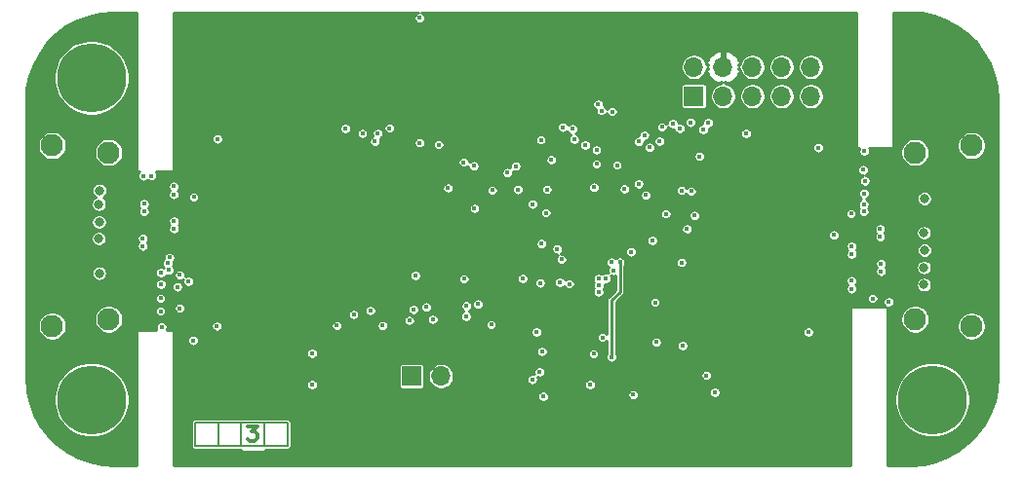
<source format=gbr>
%TF.GenerationSoftware,KiCad,Pcbnew,(5.1.10)-1*%
%TF.CreationDate,2021-07-24T21:30:01+02:00*%
%TF.ProjectId,Trugbild,54727567-6269-46c6-942e-6b696361645f,rev?*%
%TF.SameCoordinates,Original*%
%TF.FileFunction,Copper,L3,Inr*%
%TF.FilePolarity,Positive*%
%FSLAX46Y46*%
G04 Gerber Fmt 4.6, Leading zero omitted, Abs format (unit mm)*
G04 Created by KiCad (PCBNEW (5.1.10)-1) date 2021-07-24 21:30:01*
%MOMM*%
%LPD*%
G01*
G04 APERTURE LIST*
%TA.AperFunction,NonConductor*%
%ADD10C,0.300000*%
%TD*%
%TA.AperFunction,ComponentPad*%
%ADD11C,6.000000*%
%TD*%
%TA.AperFunction,ComponentPad*%
%ADD12O,1.700000X1.700000*%
%TD*%
%TA.AperFunction,ComponentPad*%
%ADD13R,1.700000X1.700000*%
%TD*%
%TA.AperFunction,ComponentPad*%
%ADD14C,1.950000*%
%TD*%
%TA.AperFunction,ViaPad*%
%ADD15C,0.800000*%
%TD*%
%TA.AperFunction,ViaPad*%
%ADD16C,0.450000*%
%TD*%
%TA.AperFunction,Conductor*%
%ADD17C,0.152400*%
%TD*%
%TA.AperFunction,Conductor*%
%ADD18C,0.254000*%
%TD*%
%TA.AperFunction,Conductor*%
%ADD19C,0.100000*%
%TD*%
G04 APERTURE END LIST*
D10*
X121566666Y-121238095D02*
X122371428Y-121238095D01*
X121938095Y-121733333D01*
X122123809Y-121733333D01*
X122247619Y-121795238D01*
X122309523Y-121857142D01*
X122371428Y-121980952D01*
X122371428Y-122290476D01*
X122309523Y-122414285D01*
X122247619Y-122476190D01*
X122123809Y-122538095D01*
X121752380Y-122538095D01*
X121628571Y-122476190D01*
X121566666Y-122414285D01*
D11*
%TO.N,GND*%
%TO.C,REF\u002A\u002A*%
X108000000Y-118950000D03*
%TD*%
%TO.N,GND*%
%TO.C,REF\u002A\u002A*%
X181000000Y-118950000D03*
%TD*%
%TO.N,GND*%
%TO.C,REF\u002A\u002A*%
X108000000Y-90950000D03*
%TD*%
D12*
%TO.N,GND*%
%TO.C,J1*%
X170460000Y-90010000D03*
%TO.N,/TDI*%
X170460000Y-92550000D03*
%TO.N,N/C*%
X167920000Y-90010000D03*
X167920000Y-92550000D03*
X165380000Y-90010000D03*
%TO.N,/TMS*%
X165380000Y-92550000D03*
%TO.N,+3V3*%
X162840000Y-90010000D03*
%TO.N,/TDO*%
X162840000Y-92550000D03*
%TO.N,GND*%
X160300000Y-90010000D03*
D13*
%TO.N,/TCK*%
X160300000Y-92550000D03*
%TD*%
D14*
%TO.N,GND*%
%TO.C,J4*%
X179500000Y-97450000D03*
X179500000Y-111950000D03*
X184400000Y-96850000D03*
X184400000Y-112550000D03*
%TD*%
%TO.N,GND*%
%TO.C,J2*%
X104590000Y-96850000D03*
X104590000Y-112550000D03*
X109490000Y-97450000D03*
X109490000Y-111950000D03*
%TD*%
D12*
%TO.N,GND*%
%TO.C,J3*%
X138340000Y-116900000D03*
D13*
%TO.N,+5V*%
X135800000Y-116900000D03*
%TD*%
D15*
%TO.N,GND*%
X108650000Y-101950000D03*
X180275000Y-107450000D03*
X180300000Y-101450000D03*
X180310000Y-105950000D03*
X180275000Y-104450000D03*
X180275000Y-108950000D03*
X108700000Y-100750000D03*
X108655000Y-103500000D03*
X108640000Y-104950000D03*
X108675000Y-107950000D03*
D16*
X175810000Y-110150000D03*
X175040000Y-102590000D03*
X175040000Y-101950000D03*
X175070000Y-101020000D03*
X175140000Y-99930000D03*
X175100000Y-97330000D03*
X170230000Y-113080000D03*
X159220000Y-107030000D03*
X160360000Y-102930000D03*
X113220000Y-99490000D03*
X114080000Y-112620000D03*
X114020000Y-108920000D03*
X114020000Y-107910000D03*
X133870000Y-95338222D03*
X132610000Y-96490000D03*
X118930000Y-96280000D03*
X132200000Y-111200000D03*
X129300000Y-112510000D03*
X118890000Y-112540000D03*
X115450000Y-109140000D03*
X114620000Y-107090000D03*
X116870000Y-101330000D03*
X114760000Y-106570000D03*
X112490000Y-99480000D03*
X172450000Y-104620000D03*
X177230000Y-110440000D03*
X130050000Y-95370000D03*
X147212000Y-118665200D03*
X151276000Y-117649200D03*
X155035200Y-118512800D03*
X157016400Y-113940800D03*
X162096400Y-118309600D03*
X159302400Y-114245600D03*
X161385200Y-116836400D03*
X155492400Y-100177600D03*
X153612800Y-98548400D03*
X151834800Y-97227600D03*
X149752000Y-95398800D03*
X149904400Y-96313200D03*
X147923200Y-98091200D03*
X144824400Y-98650000D03*
X136493200Y-85746800D03*
X146907200Y-116531600D03*
X142690800Y-112416800D03*
X141556282Y-110639126D03*
X151580800Y-114956800D03*
X156914800Y-110486400D03*
X140506400Y-111705600D03*
X145018151Y-100672551D03*
X174999600Y-98954800D03*
X173932800Y-102764800D03*
X157321200Y-96465600D03*
X113988800Y-110130800D03*
X113988800Y-111248400D03*
X135940800Y-111099600D03*
X133272547Y-112495820D03*
X137617200Y-111963200D03*
X138125200Y-96774000D03*
X140309600Y-98298000D03*
X140331810Y-108436246D03*
X148920000Y-95250000D03*
X157518253Y-95240244D03*
%TO.N,+3V3*%
X148736000Y-115668000D03*
X156864000Y-117954000D03*
X172459600Y-113940800D03*
X133445200Y-113636000D03*
X141166800Y-112213600D03*
X148024800Y-95398800D03*
X145344143Y-112580943D03*
X150971200Y-114194800D03*
X158513667Y-106933036D03*
X153511200Y-94636800D03*
X146348400Y-90866589D03*
X137362023Y-100893144D03*
X142223634Y-96023881D03*
X139488743Y-96617797D03*
X140336400Y-109374455D03*
X143185137Y-99989972D03*
X165754000Y-100224800D03*
X158743600Y-97837200D03*
X141996258Y-101107931D03*
X142386000Y-93462590D03*
%TO.N,+1V2*%
X147008800Y-96364000D03*
X151631600Y-100478800D03*
X151834800Y-98446800D03*
X153866800Y-106981200D03*
X153149300Y-115227100D03*
%TO.N,+5V*%
X171088000Y-97024400D03*
X164839600Y-95805200D03*
%TO.N,/TDI*%
X160786394Y-97785094D03*
X154273200Y-100631200D03*
%TO.N,/SDA_IN*%
X115665200Y-110994400D03*
%TO.N,/UTIL_IN*%
X115665200Y-108102400D03*
%TO.N,/CK_IN_N*%
X112460000Y-105602000D03*
%TO.N,/CK_IN_P*%
X112460000Y-104898000D03*
%TO.N,/D1_IN_N*%
X112563067Y-102602000D03*
%TO.N,/D1_IN_P*%
X112563067Y-101898000D03*
%TO.N,/HPD_IN*%
X116833600Y-113788400D03*
%TO.N,/SCL_IN*%
X116427200Y-108657600D03*
%TO.N,/CEC_IN*%
X114715025Y-107684860D03*
%TO.N,/D0_IN_N*%
X115170000Y-104102000D03*
%TO.N,/D0_IN_P*%
X115170000Y-103398000D03*
%TO.N,/D2_IN_N*%
X115150000Y-101102000D03*
%TO.N,/D2_IN_P*%
X115150000Y-100398000D03*
%TO.N,/SDA_OUT*%
X159065845Y-95352109D03*
%TO.N,/UTIL_OUT*%
X161541693Y-94867256D03*
%TO.N,/CK_OUT_N*%
X176470000Y-104098000D03*
%TO.N,/CK_OUT_P*%
X176470000Y-104802000D03*
%TO.N,/D1_OUT_N*%
X176542237Y-107098000D03*
%TO.N,/D1_OUT_P*%
X176542237Y-107802000D03*
%TO.N,/HPD_OUT*%
X158460000Y-94940000D03*
%TO.N,/SCL_OUT*%
X160011968Y-94835878D03*
%TO.N,/CEC_OUT*%
X161090000Y-95460000D03*
%TO.N,/D0_OUT_N*%
X173995598Y-105598000D03*
%TO.N,/D0_OUT_P*%
X173995598Y-106302000D03*
%TO.N,/D2_OUT_N*%
X173992598Y-108598000D03*
%TO.N,/D2_OUT_P*%
X173992598Y-109302000D03*
%TO.N,/DONE*%
X156123409Y-101168591D03*
%TO.N,/DQ7*%
X138950000Y-100550000D03*
%TO.N,/DQ6*%
X153138456Y-106998023D03*
%TO.N,/DQ5*%
X153300000Y-107700000D03*
%TO.N,/DQ4*%
X141190000Y-98620000D03*
%TO.N,/DQM*%
X142780000Y-100730000D03*
%TO.N,/CLK*%
X150850000Y-96800000D03*
X147531755Y-100673614D03*
X146281506Y-101944324D03*
%TO.N,/CKE*%
X141250000Y-102325010D03*
%TO.N,/A12*%
X152260000Y-93820000D03*
%TO.N,/A11*%
X152000000Y-93250000D03*
%TO.N,/A9*%
X153200000Y-93900000D03*
%TO.N,/A8*%
X155500000Y-96500000D03*
%TO.N,/A7*%
X156000000Y-95950000D03*
%TO.N,/A6*%
X156441782Y-97008591D03*
%TO.N,/A5*%
X147443591Y-102696390D03*
%TO.N,/A4*%
X152015009Y-109600000D03*
%TO.N,/A3*%
X152650000Y-108400000D03*
%TO.N,/A2*%
X152008962Y-108411383D03*
%TO.N,/A1*%
X152052782Y-108999905D03*
%TO.N,/A0*%
X147074573Y-105378855D03*
%TO.N,/A10*%
X148426792Y-105846446D03*
%TO.N,/BA1*%
X148800000Y-106750000D03*
%TO.N,/BA0*%
X149475000Y-108875000D03*
%TO.N,/CS#*%
X148650000Y-108750000D03*
%TO.N,/RAS#*%
X146250000Y-117200000D03*
%TO.N,/CAS#*%
X146950000Y-108800000D03*
%TO.N,/WE#*%
X145425000Y-108425000D03*
%TO.N,/DQ3*%
X157850000Y-102800000D03*
%TO.N,/DQ2*%
X146645744Y-113054256D03*
%TO.N,/DQ1*%
X147100000Y-114753600D03*
%TO.N,/DQ0*%
X159700000Y-104100000D03*
%TO.N,Net-(U2-Pad43)*%
X154850000Y-106100000D03*
%TO.N,/VDDQ_RAM*%
X137052000Y-110892800D03*
X131514800Y-95805200D03*
X136493200Y-96617586D03*
X132861344Y-95780144D03*
X136117049Y-108152286D03*
X135585200Y-112064800D03*
%TO.N,/VDD_RAM*%
X140557200Y-110791200D03*
X130752800Y-111553200D03*
X127152400Y-117652800D03*
X127152400Y-114909600D03*
%TO.N,/CS*%
X152342800Y-113534400D03*
%TO.N,/SCK*%
X159216744Y-100748744D03*
%TO.N,/SO*%
X160060000Y-100830000D03*
%TO.N,/SI*%
X156677640Y-105110539D03*
%TO.N,Net-(R19-Pad1)*%
X144105292Y-99212400D03*
%TD*%
D17*
%TO.N,*%
X123000000Y-120950000D02*
X123000000Y-122950000D01*
X121000000Y-120950000D02*
X121000000Y-122950000D01*
X119000000Y-120950000D02*
X121000000Y-120950000D01*
X119000000Y-120950000D02*
X119000000Y-122950000D01*
X125000000Y-120950000D02*
X125000000Y-122950000D01*
X123000000Y-120950000D02*
X125000000Y-120950000D01*
X121000000Y-120950000D02*
X123000000Y-120950000D01*
X117000000Y-120950000D02*
X119000000Y-120950000D01*
X125000000Y-122950000D02*
X117000000Y-122950000D01*
X117000000Y-122950000D02*
X117000000Y-120950000D01*
D18*
%TO.N,+1V2*%
X153149300Y-115227100D02*
X153149300Y-110286800D01*
X153866800Y-109569300D02*
X153866800Y-106981200D01*
X153149300Y-110286800D02*
X153866800Y-109569300D01*
%TD*%
%TO.N,+3V3*%
X111873000Y-98999999D02*
X111875440Y-99024775D01*
X111882667Y-99048600D01*
X111894403Y-99070556D01*
X111910197Y-99089802D01*
X111929443Y-99105596D01*
X111951399Y-99117332D01*
X111975223Y-99124559D01*
X112000000Y-99126999D01*
X112129671Y-99126999D01*
X112098207Y-99158463D01*
X112043006Y-99241077D01*
X112004983Y-99332872D01*
X111985600Y-99430321D01*
X111985600Y-99529679D01*
X112004983Y-99627128D01*
X112043006Y-99718923D01*
X112098207Y-99801537D01*
X112168463Y-99871793D01*
X112251077Y-99926994D01*
X112342872Y-99965017D01*
X112440321Y-99984400D01*
X112539679Y-99984400D01*
X112637128Y-99965017D01*
X112728923Y-99926994D01*
X112811537Y-99871793D01*
X112850000Y-99833330D01*
X112898463Y-99881793D01*
X112981077Y-99936994D01*
X113072872Y-99975017D01*
X113170321Y-99994400D01*
X113269679Y-99994400D01*
X113367128Y-99975017D01*
X113458923Y-99936994D01*
X113541537Y-99881793D01*
X113611793Y-99811537D01*
X113666994Y-99728923D01*
X113705017Y-99637128D01*
X113724400Y-99539679D01*
X113724400Y-99440321D01*
X113705017Y-99342872D01*
X113666994Y-99251077D01*
X113611793Y-99168463D01*
X113606051Y-99162721D01*
X143600892Y-99162721D01*
X143600892Y-99262079D01*
X143620275Y-99359528D01*
X143658298Y-99451323D01*
X143713499Y-99533937D01*
X143783755Y-99604193D01*
X143866369Y-99659394D01*
X143958164Y-99697417D01*
X144055613Y-99716800D01*
X144154971Y-99716800D01*
X144252420Y-99697417D01*
X144344215Y-99659394D01*
X144426829Y-99604193D01*
X144497085Y-99533937D01*
X144552286Y-99451323D01*
X144590309Y-99359528D01*
X144609692Y-99262079D01*
X144609692Y-99162721D01*
X144597619Y-99102023D01*
X144677272Y-99135017D01*
X144774721Y-99154400D01*
X144874079Y-99154400D01*
X144971528Y-99135017D01*
X145063323Y-99096994D01*
X145145937Y-99041793D01*
X145216193Y-98971537D01*
X145271394Y-98888923D01*
X145309417Y-98797128D01*
X145328800Y-98699679D01*
X145328800Y-98600321D01*
X145309417Y-98502872D01*
X145271394Y-98411077D01*
X145216193Y-98328463D01*
X145145937Y-98258207D01*
X145063323Y-98203006D01*
X144971528Y-98164983D01*
X144874079Y-98145600D01*
X144774721Y-98145600D01*
X144677272Y-98164983D01*
X144585477Y-98203006D01*
X144502863Y-98258207D01*
X144432607Y-98328463D01*
X144377406Y-98411077D01*
X144339383Y-98502872D01*
X144320000Y-98600321D01*
X144320000Y-98699679D01*
X144332073Y-98760377D01*
X144252420Y-98727383D01*
X144154971Y-98708000D01*
X144055613Y-98708000D01*
X143958164Y-98727383D01*
X143866369Y-98765406D01*
X143783755Y-98820607D01*
X143713499Y-98890863D01*
X143658298Y-98973477D01*
X143620275Y-99065272D01*
X143600892Y-99162721D01*
X113606051Y-99162721D01*
X113570330Y-99127000D01*
X115000000Y-99127000D01*
X115024776Y-99124560D01*
X115048601Y-99117333D01*
X115070557Y-99105597D01*
X115089803Y-99089803D01*
X115105597Y-99070557D01*
X115117333Y-99048601D01*
X115124560Y-99024776D01*
X115127000Y-99000000D01*
X115127000Y-98248321D01*
X139805200Y-98248321D01*
X139805200Y-98347679D01*
X139824583Y-98445128D01*
X139862606Y-98536923D01*
X139917807Y-98619537D01*
X139988063Y-98689793D01*
X140070677Y-98744994D01*
X140162472Y-98783017D01*
X140259921Y-98802400D01*
X140359279Y-98802400D01*
X140456728Y-98783017D01*
X140548523Y-98744994D01*
X140631137Y-98689793D01*
X140685600Y-98635330D01*
X140685600Y-98669679D01*
X140704983Y-98767128D01*
X140743006Y-98858923D01*
X140798207Y-98941537D01*
X140868463Y-99011793D01*
X140951077Y-99066994D01*
X141042872Y-99105017D01*
X141140321Y-99124400D01*
X141239679Y-99124400D01*
X141337128Y-99105017D01*
X141428923Y-99066994D01*
X141511537Y-99011793D01*
X141581793Y-98941537D01*
X141636994Y-98858923D01*
X141675017Y-98767128D01*
X141694400Y-98669679D01*
X141694400Y-98570321D01*
X141675017Y-98472872D01*
X141636994Y-98381077D01*
X141581793Y-98298463D01*
X141511537Y-98228207D01*
X141428923Y-98173006D01*
X141337128Y-98134983D01*
X141239679Y-98115600D01*
X141140321Y-98115600D01*
X141042872Y-98134983D01*
X140951077Y-98173006D01*
X140868463Y-98228207D01*
X140814000Y-98282670D01*
X140814000Y-98248321D01*
X140794617Y-98150872D01*
X140756594Y-98059077D01*
X140744864Y-98041521D01*
X147418800Y-98041521D01*
X147418800Y-98140879D01*
X147438183Y-98238328D01*
X147476206Y-98330123D01*
X147531407Y-98412737D01*
X147601663Y-98482993D01*
X147684277Y-98538194D01*
X147776072Y-98576217D01*
X147873521Y-98595600D01*
X147972879Y-98595600D01*
X148070328Y-98576217D01*
X148162123Y-98538194D01*
X148244737Y-98482993D01*
X148314993Y-98412737D01*
X148325427Y-98397121D01*
X151330400Y-98397121D01*
X151330400Y-98496479D01*
X151349783Y-98593928D01*
X151387806Y-98685723D01*
X151443007Y-98768337D01*
X151513263Y-98838593D01*
X151595877Y-98893794D01*
X151687672Y-98931817D01*
X151785121Y-98951200D01*
X151884479Y-98951200D01*
X151981928Y-98931817D01*
X152073723Y-98893794D01*
X152156337Y-98838593D01*
X152226593Y-98768337D01*
X152281794Y-98685723D01*
X152319817Y-98593928D01*
X152338754Y-98498721D01*
X153108400Y-98498721D01*
X153108400Y-98598079D01*
X153127783Y-98695528D01*
X153165806Y-98787323D01*
X153221007Y-98869937D01*
X153291263Y-98940193D01*
X153373877Y-98995394D01*
X153465672Y-99033417D01*
X153563121Y-99052800D01*
X153662479Y-99052800D01*
X153759928Y-99033417D01*
X153851723Y-98995394D01*
X153934337Y-98940193D01*
X153969409Y-98905121D01*
X174495200Y-98905121D01*
X174495200Y-99004479D01*
X174514583Y-99101928D01*
X174552606Y-99193723D01*
X174607807Y-99276337D01*
X174678063Y-99346593D01*
X174760677Y-99401794D01*
X174852472Y-99439817D01*
X174949921Y-99459200D01*
X174958549Y-99459200D01*
X174901077Y-99483006D01*
X174818463Y-99538207D01*
X174748207Y-99608463D01*
X174693006Y-99691077D01*
X174654983Y-99782872D01*
X174635600Y-99880321D01*
X174635600Y-99979679D01*
X174654983Y-100077128D01*
X174693006Y-100168923D01*
X174748207Y-100251537D01*
X174818463Y-100321793D01*
X174901077Y-100376994D01*
X174992872Y-100415017D01*
X175090321Y-100434400D01*
X175189679Y-100434400D01*
X175287128Y-100415017D01*
X175378923Y-100376994D01*
X175461537Y-100321793D01*
X175531793Y-100251537D01*
X175586994Y-100168923D01*
X175625017Y-100077128D01*
X175644400Y-99979679D01*
X175644400Y-99880321D01*
X175625017Y-99782872D01*
X175586994Y-99691077D01*
X175531793Y-99608463D01*
X175461537Y-99538207D01*
X175378923Y-99483006D01*
X175287128Y-99444983D01*
X175189679Y-99425600D01*
X175181051Y-99425600D01*
X175238523Y-99401794D01*
X175321137Y-99346593D01*
X175391393Y-99276337D01*
X175446594Y-99193723D01*
X175484617Y-99101928D01*
X175504000Y-99004479D01*
X175504000Y-98905121D01*
X175484617Y-98807672D01*
X175446594Y-98715877D01*
X175391393Y-98633263D01*
X175321137Y-98563007D01*
X175238523Y-98507806D01*
X175146728Y-98469783D01*
X175049279Y-98450400D01*
X174949921Y-98450400D01*
X174852472Y-98469783D01*
X174760677Y-98507806D01*
X174678063Y-98563007D01*
X174607807Y-98633263D01*
X174552606Y-98715877D01*
X174514583Y-98807672D01*
X174495200Y-98905121D01*
X153969409Y-98905121D01*
X154004593Y-98869937D01*
X154059794Y-98787323D01*
X154097817Y-98695528D01*
X154117200Y-98598079D01*
X154117200Y-98498721D01*
X154097817Y-98401272D01*
X154059794Y-98309477D01*
X154004593Y-98226863D01*
X153934337Y-98156607D01*
X153851723Y-98101406D01*
X153759928Y-98063383D01*
X153662479Y-98044000D01*
X153563121Y-98044000D01*
X153465672Y-98063383D01*
X153373877Y-98101406D01*
X153291263Y-98156607D01*
X153221007Y-98226863D01*
X153165806Y-98309477D01*
X153127783Y-98401272D01*
X153108400Y-98498721D01*
X152338754Y-98498721D01*
X152339200Y-98496479D01*
X152339200Y-98397121D01*
X152319817Y-98299672D01*
X152281794Y-98207877D01*
X152226593Y-98125263D01*
X152156337Y-98055007D01*
X152073723Y-97999806D01*
X151981928Y-97961783D01*
X151884479Y-97942400D01*
X151785121Y-97942400D01*
X151687672Y-97961783D01*
X151595877Y-97999806D01*
X151513263Y-98055007D01*
X151443007Y-98125263D01*
X151387806Y-98207877D01*
X151349783Y-98299672D01*
X151330400Y-98397121D01*
X148325427Y-98397121D01*
X148370194Y-98330123D01*
X148408217Y-98238328D01*
X148427600Y-98140879D01*
X148427600Y-98041521D01*
X148408217Y-97944072D01*
X148370194Y-97852277D01*
X148314993Y-97769663D01*
X148280745Y-97735415D01*
X160281994Y-97735415D01*
X160281994Y-97834773D01*
X160301377Y-97932222D01*
X160339400Y-98024017D01*
X160394601Y-98106631D01*
X160464857Y-98176887D01*
X160547471Y-98232088D01*
X160639266Y-98270111D01*
X160736715Y-98289494D01*
X160836073Y-98289494D01*
X160933522Y-98270111D01*
X161025317Y-98232088D01*
X161107931Y-98176887D01*
X161178187Y-98106631D01*
X161233388Y-98024017D01*
X161271411Y-97932222D01*
X161290794Y-97834773D01*
X161290794Y-97735415D01*
X161271411Y-97637966D01*
X161233388Y-97546171D01*
X161178187Y-97463557D01*
X161107931Y-97393301D01*
X161025317Y-97338100D01*
X160933522Y-97300077D01*
X160836073Y-97280694D01*
X160736715Y-97280694D01*
X160639266Y-97300077D01*
X160547471Y-97338100D01*
X160464857Y-97393301D01*
X160394601Y-97463557D01*
X160339400Y-97546171D01*
X160301377Y-97637966D01*
X160281994Y-97735415D01*
X148280745Y-97735415D01*
X148244737Y-97699407D01*
X148162123Y-97644206D01*
X148070328Y-97606183D01*
X147972879Y-97586800D01*
X147873521Y-97586800D01*
X147776072Y-97606183D01*
X147684277Y-97644206D01*
X147601663Y-97699407D01*
X147531407Y-97769663D01*
X147476206Y-97852277D01*
X147438183Y-97944072D01*
X147418800Y-98041521D01*
X140744864Y-98041521D01*
X140701393Y-97976463D01*
X140631137Y-97906207D01*
X140548523Y-97851006D01*
X140456728Y-97812983D01*
X140359279Y-97793600D01*
X140259921Y-97793600D01*
X140162472Y-97812983D01*
X140070677Y-97851006D01*
X139988063Y-97906207D01*
X139917807Y-97976463D01*
X139862606Y-98059077D01*
X139824583Y-98150872D01*
X139805200Y-98248321D01*
X115127000Y-98248321D01*
X115127000Y-96230321D01*
X118425600Y-96230321D01*
X118425600Y-96329679D01*
X118444983Y-96427128D01*
X118483006Y-96518923D01*
X118538207Y-96601537D01*
X118608463Y-96671793D01*
X118691077Y-96726994D01*
X118782872Y-96765017D01*
X118880321Y-96784400D01*
X118979679Y-96784400D01*
X119077128Y-96765017D01*
X119168923Y-96726994D01*
X119251537Y-96671793D01*
X119321793Y-96601537D01*
X119376994Y-96518923D01*
X119409552Y-96440321D01*
X132105600Y-96440321D01*
X132105600Y-96539679D01*
X132124983Y-96637128D01*
X132163006Y-96728923D01*
X132218207Y-96811537D01*
X132288463Y-96881793D01*
X132371077Y-96936994D01*
X132462872Y-96975017D01*
X132560321Y-96994400D01*
X132659679Y-96994400D01*
X132757128Y-96975017D01*
X132848923Y-96936994D01*
X132931537Y-96881793D01*
X133001793Y-96811537D01*
X133056994Y-96728923D01*
X133095017Y-96637128D01*
X133108785Y-96567907D01*
X135988800Y-96567907D01*
X135988800Y-96667265D01*
X136008183Y-96764714D01*
X136046206Y-96856509D01*
X136101407Y-96939123D01*
X136171663Y-97009379D01*
X136254277Y-97064580D01*
X136346072Y-97102603D01*
X136443521Y-97121986D01*
X136542879Y-97121986D01*
X136640328Y-97102603D01*
X136732123Y-97064580D01*
X136814737Y-97009379D01*
X136884993Y-96939123D01*
X136940194Y-96856509D01*
X136978217Y-96764714D01*
X136986251Y-96724321D01*
X137620800Y-96724321D01*
X137620800Y-96823679D01*
X137640183Y-96921128D01*
X137678206Y-97012923D01*
X137733407Y-97095537D01*
X137803663Y-97165793D01*
X137886277Y-97220994D01*
X137978072Y-97259017D01*
X138075521Y-97278400D01*
X138174879Y-97278400D01*
X138272328Y-97259017D01*
X138364123Y-97220994D01*
X138446737Y-97165793D01*
X138516993Y-97095537D01*
X138572194Y-97012923D01*
X138610217Y-96921128D01*
X138629600Y-96823679D01*
X138629600Y-96724321D01*
X138610217Y-96626872D01*
X138572194Y-96535077D01*
X138516993Y-96452463D01*
X138446737Y-96382207D01*
X138364123Y-96327006D01*
X138333499Y-96314321D01*
X146504400Y-96314321D01*
X146504400Y-96413679D01*
X146523783Y-96511128D01*
X146561806Y-96602923D01*
X146617007Y-96685537D01*
X146687263Y-96755793D01*
X146769877Y-96810994D01*
X146861672Y-96849017D01*
X146959121Y-96868400D01*
X147058479Y-96868400D01*
X147155928Y-96849017D01*
X147247723Y-96810994D01*
X147330337Y-96755793D01*
X147400593Y-96685537D01*
X147455794Y-96602923D01*
X147493817Y-96511128D01*
X147513200Y-96413679D01*
X147513200Y-96314321D01*
X147493817Y-96216872D01*
X147455794Y-96125077D01*
X147400593Y-96042463D01*
X147330337Y-95972207D01*
X147247723Y-95917006D01*
X147155928Y-95878983D01*
X147058479Y-95859600D01*
X146959121Y-95859600D01*
X146861672Y-95878983D01*
X146769877Y-95917006D01*
X146687263Y-95972207D01*
X146617007Y-96042463D01*
X146561806Y-96125077D01*
X146523783Y-96216872D01*
X146504400Y-96314321D01*
X138333499Y-96314321D01*
X138272328Y-96288983D01*
X138174879Y-96269600D01*
X138075521Y-96269600D01*
X137978072Y-96288983D01*
X137886277Y-96327006D01*
X137803663Y-96382207D01*
X137733407Y-96452463D01*
X137678206Y-96535077D01*
X137640183Y-96626872D01*
X137620800Y-96724321D01*
X136986251Y-96724321D01*
X136997600Y-96667265D01*
X136997600Y-96567907D01*
X136978217Y-96470458D01*
X136940194Y-96378663D01*
X136884993Y-96296049D01*
X136814737Y-96225793D01*
X136732123Y-96170592D01*
X136640328Y-96132569D01*
X136542879Y-96113186D01*
X136443521Y-96113186D01*
X136346072Y-96132569D01*
X136254277Y-96170592D01*
X136171663Y-96225793D01*
X136101407Y-96296049D01*
X136046206Y-96378663D01*
X136008183Y-96470458D01*
X135988800Y-96567907D01*
X133108785Y-96567907D01*
X133114400Y-96539679D01*
X133114400Y-96440321D01*
X133095017Y-96342872D01*
X133056994Y-96251077D01*
X133053846Y-96246366D01*
X133100267Y-96227138D01*
X133182881Y-96171937D01*
X133253137Y-96101681D01*
X133308338Y-96019067D01*
X133346361Y-95927272D01*
X133365744Y-95829823D01*
X133365744Y-95730465D01*
X133346361Y-95633016D01*
X133308338Y-95541221D01*
X133253137Y-95458607D01*
X133182881Y-95388351D01*
X133100267Y-95333150D01*
X133008472Y-95295127D01*
X132975371Y-95288543D01*
X133365600Y-95288543D01*
X133365600Y-95387901D01*
X133384983Y-95485350D01*
X133423006Y-95577145D01*
X133478207Y-95659759D01*
X133548463Y-95730015D01*
X133631077Y-95785216D01*
X133722872Y-95823239D01*
X133820321Y-95842622D01*
X133919679Y-95842622D01*
X134017128Y-95823239D01*
X134108923Y-95785216D01*
X134191537Y-95730015D01*
X134261793Y-95659759D01*
X134316994Y-95577145D01*
X134355017Y-95485350D01*
X134374400Y-95387901D01*
X134374400Y-95288543D01*
X134356853Y-95200321D01*
X148415600Y-95200321D01*
X148415600Y-95299679D01*
X148434983Y-95397128D01*
X148473006Y-95488923D01*
X148528207Y-95571537D01*
X148598463Y-95641793D01*
X148681077Y-95696994D01*
X148772872Y-95735017D01*
X148870321Y-95754400D01*
X148969679Y-95754400D01*
X149067128Y-95735017D01*
X149158923Y-95696994D01*
X149241537Y-95641793D01*
X149287608Y-95595722D01*
X149305006Y-95637723D01*
X149360207Y-95720337D01*
X149430463Y-95790593D01*
X149513077Y-95845794D01*
X149604872Y-95883817D01*
X149631264Y-95889066D01*
X149582863Y-95921407D01*
X149512607Y-95991663D01*
X149457406Y-96074277D01*
X149419383Y-96166072D01*
X149400000Y-96263521D01*
X149400000Y-96362879D01*
X149419383Y-96460328D01*
X149457406Y-96552123D01*
X149512607Y-96634737D01*
X149582863Y-96704993D01*
X149665477Y-96760194D01*
X149757272Y-96798217D01*
X149854721Y-96817600D01*
X149954079Y-96817600D01*
X150051528Y-96798217D01*
X150143323Y-96760194D01*
X150158098Y-96750321D01*
X150345600Y-96750321D01*
X150345600Y-96849679D01*
X150364983Y-96947128D01*
X150403006Y-97038923D01*
X150458207Y-97121537D01*
X150528463Y-97191793D01*
X150611077Y-97246994D01*
X150702872Y-97285017D01*
X150800321Y-97304400D01*
X150899679Y-97304400D01*
X150997128Y-97285017D01*
X151088923Y-97246994D01*
X151171537Y-97191793D01*
X151185409Y-97177921D01*
X151330400Y-97177921D01*
X151330400Y-97277279D01*
X151349783Y-97374728D01*
X151387806Y-97466523D01*
X151443007Y-97549137D01*
X151513263Y-97619393D01*
X151595877Y-97674594D01*
X151687672Y-97712617D01*
X151785121Y-97732000D01*
X151884479Y-97732000D01*
X151981928Y-97712617D01*
X152073723Y-97674594D01*
X152156337Y-97619393D01*
X152226593Y-97549137D01*
X152281794Y-97466523D01*
X152319817Y-97374728D01*
X152339200Y-97277279D01*
X152339200Y-97177921D01*
X152319817Y-97080472D01*
X152281794Y-96988677D01*
X152226593Y-96906063D01*
X152156337Y-96835807D01*
X152073723Y-96780606D01*
X151981928Y-96742583D01*
X151884479Y-96723200D01*
X151785121Y-96723200D01*
X151687672Y-96742583D01*
X151595877Y-96780606D01*
X151513263Y-96835807D01*
X151443007Y-96906063D01*
X151387806Y-96988677D01*
X151349783Y-97080472D01*
X151330400Y-97177921D01*
X151185409Y-97177921D01*
X151241793Y-97121537D01*
X151296994Y-97038923D01*
X151335017Y-96947128D01*
X151354400Y-96849679D01*
X151354400Y-96750321D01*
X151335017Y-96652872D01*
X151296994Y-96561077D01*
X151241793Y-96478463D01*
X151213651Y-96450321D01*
X154995600Y-96450321D01*
X154995600Y-96549679D01*
X155014983Y-96647128D01*
X155053006Y-96738923D01*
X155108207Y-96821537D01*
X155178463Y-96891793D01*
X155261077Y-96946994D01*
X155352872Y-96985017D01*
X155450321Y-97004400D01*
X155549679Y-97004400D01*
X155647128Y-96985017D01*
X155710150Y-96958912D01*
X155937382Y-96958912D01*
X155937382Y-97058270D01*
X155956765Y-97155719D01*
X155994788Y-97247514D01*
X156049989Y-97330128D01*
X156120245Y-97400384D01*
X156202859Y-97455585D01*
X156294654Y-97493608D01*
X156392103Y-97512991D01*
X156491461Y-97512991D01*
X156588910Y-97493608D01*
X156680705Y-97455585D01*
X156763319Y-97400384D01*
X156833575Y-97330128D01*
X156888776Y-97247514D01*
X156926799Y-97155719D01*
X156946182Y-97058270D01*
X156946182Y-96974721D01*
X170583600Y-96974721D01*
X170583600Y-97074079D01*
X170602983Y-97171528D01*
X170641006Y-97263323D01*
X170696207Y-97345937D01*
X170766463Y-97416193D01*
X170849077Y-97471394D01*
X170940872Y-97509417D01*
X171038321Y-97528800D01*
X171137679Y-97528800D01*
X171235128Y-97509417D01*
X171326923Y-97471394D01*
X171409537Y-97416193D01*
X171479793Y-97345937D01*
X171534994Y-97263323D01*
X171573017Y-97171528D01*
X171592400Y-97074079D01*
X171592400Y-96974721D01*
X171573017Y-96877272D01*
X171534994Y-96785477D01*
X171479793Y-96702863D01*
X171409537Y-96632607D01*
X171326923Y-96577406D01*
X171235128Y-96539383D01*
X171137679Y-96520000D01*
X171038321Y-96520000D01*
X170940872Y-96539383D01*
X170849077Y-96577406D01*
X170766463Y-96632607D01*
X170696207Y-96702863D01*
X170641006Y-96785477D01*
X170602983Y-96877272D01*
X170583600Y-96974721D01*
X156946182Y-96974721D01*
X156946182Y-96958912D01*
X156926799Y-96861463D01*
X156888776Y-96769668D01*
X156833575Y-96687054D01*
X156763319Y-96616798D01*
X156680705Y-96561597D01*
X156588910Y-96523574D01*
X156491461Y-96504191D01*
X156392103Y-96504191D01*
X156294654Y-96523574D01*
X156202859Y-96561597D01*
X156120245Y-96616798D01*
X156049989Y-96687054D01*
X155994788Y-96769668D01*
X155956765Y-96861463D01*
X155937382Y-96958912D01*
X155710150Y-96958912D01*
X155738923Y-96946994D01*
X155821537Y-96891793D01*
X155891793Y-96821537D01*
X155946994Y-96738923D01*
X155985017Y-96647128D01*
X156004400Y-96549679D01*
X156004400Y-96454400D01*
X156049679Y-96454400D01*
X156147128Y-96435017D01*
X156193229Y-96415921D01*
X156816800Y-96415921D01*
X156816800Y-96515279D01*
X156836183Y-96612728D01*
X156874206Y-96704523D01*
X156929407Y-96787137D01*
X156999663Y-96857393D01*
X157082277Y-96912594D01*
X157174072Y-96950617D01*
X157271521Y-96970000D01*
X157370879Y-96970000D01*
X157468328Y-96950617D01*
X157560123Y-96912594D01*
X157642737Y-96857393D01*
X157712993Y-96787137D01*
X157768194Y-96704523D01*
X157806217Y-96612728D01*
X157825600Y-96515279D01*
X157825600Y-96415921D01*
X157806217Y-96318472D01*
X157768194Y-96226677D01*
X157712993Y-96144063D01*
X157642737Y-96073807D01*
X157560123Y-96018606D01*
X157468328Y-95980583D01*
X157370879Y-95961200D01*
X157271521Y-95961200D01*
X157174072Y-95980583D01*
X157082277Y-96018606D01*
X156999663Y-96073807D01*
X156929407Y-96144063D01*
X156874206Y-96226677D01*
X156836183Y-96318472D01*
X156816800Y-96415921D01*
X156193229Y-96415921D01*
X156238923Y-96396994D01*
X156321537Y-96341793D01*
X156391793Y-96271537D01*
X156446994Y-96188923D01*
X156485017Y-96097128D01*
X156504400Y-95999679D01*
X156504400Y-95900321D01*
X156485017Y-95802872D01*
X156446994Y-95711077D01*
X156391793Y-95628463D01*
X156321537Y-95558207D01*
X156238923Y-95503006D01*
X156147128Y-95464983D01*
X156049679Y-95445600D01*
X155950321Y-95445600D01*
X155852872Y-95464983D01*
X155761077Y-95503006D01*
X155678463Y-95558207D01*
X155608207Y-95628463D01*
X155553006Y-95711077D01*
X155514983Y-95802872D01*
X155495600Y-95900321D01*
X155495600Y-95995600D01*
X155450321Y-95995600D01*
X155352872Y-96014983D01*
X155261077Y-96053006D01*
X155178463Y-96108207D01*
X155108207Y-96178463D01*
X155053006Y-96261077D01*
X155014983Y-96352872D01*
X154995600Y-96450321D01*
X151213651Y-96450321D01*
X151171537Y-96408207D01*
X151088923Y-96353006D01*
X150997128Y-96314983D01*
X150899679Y-96295600D01*
X150800321Y-96295600D01*
X150702872Y-96314983D01*
X150611077Y-96353006D01*
X150528463Y-96408207D01*
X150458207Y-96478463D01*
X150403006Y-96561077D01*
X150364983Y-96652872D01*
X150345600Y-96750321D01*
X150158098Y-96750321D01*
X150225937Y-96704993D01*
X150296193Y-96634737D01*
X150351394Y-96552123D01*
X150389417Y-96460328D01*
X150408800Y-96362879D01*
X150408800Y-96263521D01*
X150389417Y-96166072D01*
X150351394Y-96074277D01*
X150296193Y-95991663D01*
X150225937Y-95921407D01*
X150143323Y-95866206D01*
X150051528Y-95828183D01*
X150025136Y-95822934D01*
X150073537Y-95790593D01*
X150143793Y-95720337D01*
X150198994Y-95637723D01*
X150237017Y-95545928D01*
X150256400Y-95448479D01*
X150256400Y-95349121D01*
X150237017Y-95251672D01*
X150211706Y-95190565D01*
X157013853Y-95190565D01*
X157013853Y-95289923D01*
X157033236Y-95387372D01*
X157071259Y-95479167D01*
X157126460Y-95561781D01*
X157196716Y-95632037D01*
X157279330Y-95687238D01*
X157371125Y-95725261D01*
X157468574Y-95744644D01*
X157567932Y-95744644D01*
X157665381Y-95725261D01*
X157757176Y-95687238D01*
X157839790Y-95632037D01*
X157910046Y-95561781D01*
X157965247Y-95479167D01*
X158003270Y-95387372D01*
X158022653Y-95289923D01*
X158022653Y-95193361D01*
X158068207Y-95261537D01*
X158138463Y-95331793D01*
X158221077Y-95386994D01*
X158312872Y-95425017D01*
X158410321Y-95444400D01*
X158509679Y-95444400D01*
X158567628Y-95432874D01*
X158580828Y-95499237D01*
X158618851Y-95591032D01*
X158674052Y-95673646D01*
X158744308Y-95743902D01*
X158826922Y-95799103D01*
X158918717Y-95837126D01*
X159016166Y-95856509D01*
X159115524Y-95856509D01*
X159212973Y-95837126D01*
X159304768Y-95799103D01*
X159387382Y-95743902D01*
X159457638Y-95673646D01*
X159512839Y-95591032D01*
X159550862Y-95499237D01*
X159568547Y-95410321D01*
X160585600Y-95410321D01*
X160585600Y-95509679D01*
X160604983Y-95607128D01*
X160643006Y-95698923D01*
X160698207Y-95781537D01*
X160768463Y-95851793D01*
X160851077Y-95906994D01*
X160942872Y-95945017D01*
X161040321Y-95964400D01*
X161139679Y-95964400D01*
X161237128Y-95945017D01*
X161328923Y-95906994D01*
X161411537Y-95851793D01*
X161481793Y-95781537D01*
X161499176Y-95755521D01*
X164335200Y-95755521D01*
X164335200Y-95854879D01*
X164354583Y-95952328D01*
X164392606Y-96044123D01*
X164447807Y-96126737D01*
X164518063Y-96196993D01*
X164600677Y-96252194D01*
X164692472Y-96290217D01*
X164789921Y-96309600D01*
X164889279Y-96309600D01*
X164986728Y-96290217D01*
X165078523Y-96252194D01*
X165161137Y-96196993D01*
X165231393Y-96126737D01*
X165286594Y-96044123D01*
X165324617Y-95952328D01*
X165344000Y-95854879D01*
X165344000Y-95755521D01*
X165324617Y-95658072D01*
X165286594Y-95566277D01*
X165231393Y-95483663D01*
X165161137Y-95413407D01*
X165078523Y-95358206D01*
X164986728Y-95320183D01*
X164889279Y-95300800D01*
X164789921Y-95300800D01*
X164692472Y-95320183D01*
X164600677Y-95358206D01*
X164518063Y-95413407D01*
X164447807Y-95483663D01*
X164392606Y-95566277D01*
X164354583Y-95658072D01*
X164335200Y-95755521D01*
X161499176Y-95755521D01*
X161536994Y-95698923D01*
X161575017Y-95607128D01*
X161594400Y-95509679D01*
X161594400Y-95410321D01*
X161586709Y-95371656D01*
X161591372Y-95371656D01*
X161688821Y-95352273D01*
X161780616Y-95314250D01*
X161863230Y-95259049D01*
X161933486Y-95188793D01*
X161988687Y-95106179D01*
X162026710Y-95014384D01*
X162046093Y-94916935D01*
X162046093Y-94817577D01*
X162026710Y-94720128D01*
X161988687Y-94628333D01*
X161933486Y-94545719D01*
X161863230Y-94475463D01*
X161780616Y-94420262D01*
X161688821Y-94382239D01*
X161591372Y-94362856D01*
X161492014Y-94362856D01*
X161394565Y-94382239D01*
X161302770Y-94420262D01*
X161220156Y-94475463D01*
X161149900Y-94545719D01*
X161094699Y-94628333D01*
X161056676Y-94720128D01*
X161037293Y-94817577D01*
X161037293Y-94916935D01*
X161044984Y-94955600D01*
X161040321Y-94955600D01*
X160942872Y-94974983D01*
X160851077Y-95013006D01*
X160768463Y-95068207D01*
X160698207Y-95138463D01*
X160643006Y-95221077D01*
X160604983Y-95312872D01*
X160585600Y-95410321D01*
X159568547Y-95410321D01*
X159570245Y-95401788D01*
X159570245Y-95302430D01*
X159550862Y-95204981D01*
X159512839Y-95113186D01*
X159457638Y-95030572D01*
X159387382Y-94960316D01*
X159304768Y-94905115D01*
X159212973Y-94867092D01*
X159115524Y-94847709D01*
X159016166Y-94847709D01*
X158958217Y-94859235D01*
X158945017Y-94792872D01*
X158942253Y-94786199D01*
X159507568Y-94786199D01*
X159507568Y-94885557D01*
X159526951Y-94983006D01*
X159564974Y-95074801D01*
X159620175Y-95157415D01*
X159690431Y-95227671D01*
X159773045Y-95282872D01*
X159864840Y-95320895D01*
X159962289Y-95340278D01*
X160061647Y-95340278D01*
X160159096Y-95320895D01*
X160250891Y-95282872D01*
X160333505Y-95227671D01*
X160403761Y-95157415D01*
X160458962Y-95074801D01*
X160496985Y-94983006D01*
X160516368Y-94885557D01*
X160516368Y-94786199D01*
X160496985Y-94688750D01*
X160458962Y-94596955D01*
X160403761Y-94514341D01*
X160333505Y-94444085D01*
X160250891Y-94388884D01*
X160159096Y-94350861D01*
X160061647Y-94331478D01*
X159962289Y-94331478D01*
X159864840Y-94350861D01*
X159773045Y-94388884D01*
X159690431Y-94444085D01*
X159620175Y-94514341D01*
X159564974Y-94596955D01*
X159526951Y-94688750D01*
X159507568Y-94786199D01*
X158942253Y-94786199D01*
X158906994Y-94701077D01*
X158851793Y-94618463D01*
X158781537Y-94548207D01*
X158698923Y-94493006D01*
X158607128Y-94454983D01*
X158509679Y-94435600D01*
X158410321Y-94435600D01*
X158312872Y-94454983D01*
X158221077Y-94493006D01*
X158138463Y-94548207D01*
X158068207Y-94618463D01*
X158013006Y-94701077D01*
X157974983Y-94792872D01*
X157955600Y-94890321D01*
X157955600Y-94986883D01*
X157910046Y-94918707D01*
X157839790Y-94848451D01*
X157757176Y-94793250D01*
X157665381Y-94755227D01*
X157567932Y-94735844D01*
X157468574Y-94735844D01*
X157371125Y-94755227D01*
X157279330Y-94793250D01*
X157196716Y-94848451D01*
X157126460Y-94918707D01*
X157071259Y-95001321D01*
X157033236Y-95093116D01*
X157013853Y-95190565D01*
X150211706Y-95190565D01*
X150198994Y-95159877D01*
X150143793Y-95077263D01*
X150073537Y-95007007D01*
X149990923Y-94951806D01*
X149899128Y-94913783D01*
X149801679Y-94894400D01*
X149702321Y-94894400D01*
X149604872Y-94913783D01*
X149513077Y-94951806D01*
X149430463Y-95007007D01*
X149384392Y-95053078D01*
X149366994Y-95011077D01*
X149311793Y-94928463D01*
X149241537Y-94858207D01*
X149158923Y-94803006D01*
X149067128Y-94764983D01*
X148969679Y-94745600D01*
X148870321Y-94745600D01*
X148772872Y-94764983D01*
X148681077Y-94803006D01*
X148598463Y-94858207D01*
X148528207Y-94928463D01*
X148473006Y-95011077D01*
X148434983Y-95102872D01*
X148415600Y-95200321D01*
X134356853Y-95200321D01*
X134355017Y-95191094D01*
X134316994Y-95099299D01*
X134261793Y-95016685D01*
X134191537Y-94946429D01*
X134108923Y-94891228D01*
X134017128Y-94853205D01*
X133919679Y-94833822D01*
X133820321Y-94833822D01*
X133722872Y-94853205D01*
X133631077Y-94891228D01*
X133548463Y-94946429D01*
X133478207Y-95016685D01*
X133423006Y-95099299D01*
X133384983Y-95191094D01*
X133365600Y-95288543D01*
X132975371Y-95288543D01*
X132911023Y-95275744D01*
X132811665Y-95275744D01*
X132714216Y-95295127D01*
X132622421Y-95333150D01*
X132539807Y-95388351D01*
X132469551Y-95458607D01*
X132414350Y-95541221D01*
X132376327Y-95633016D01*
X132356944Y-95730465D01*
X132356944Y-95829823D01*
X132376327Y-95927272D01*
X132414350Y-96019067D01*
X132417498Y-96023778D01*
X132371077Y-96043006D01*
X132288463Y-96098207D01*
X132218207Y-96168463D01*
X132163006Y-96251077D01*
X132124983Y-96342872D01*
X132105600Y-96440321D01*
X119409552Y-96440321D01*
X119415017Y-96427128D01*
X119434400Y-96329679D01*
X119434400Y-96230321D01*
X119415017Y-96132872D01*
X119376994Y-96041077D01*
X119321793Y-95958463D01*
X119251537Y-95888207D01*
X119168923Y-95833006D01*
X119077128Y-95794983D01*
X118979679Y-95775600D01*
X118880321Y-95775600D01*
X118782872Y-95794983D01*
X118691077Y-95833006D01*
X118608463Y-95888207D01*
X118538207Y-95958463D01*
X118483006Y-96041077D01*
X118444983Y-96132872D01*
X118425600Y-96230321D01*
X115127000Y-96230321D01*
X115127000Y-95320321D01*
X129545600Y-95320321D01*
X129545600Y-95419679D01*
X129564983Y-95517128D01*
X129603006Y-95608923D01*
X129658207Y-95691537D01*
X129728463Y-95761793D01*
X129811077Y-95816994D01*
X129902872Y-95855017D01*
X130000321Y-95874400D01*
X130099679Y-95874400D01*
X130197128Y-95855017D01*
X130288923Y-95816994D01*
X130371537Y-95761793D01*
X130377809Y-95755521D01*
X131010400Y-95755521D01*
X131010400Y-95854879D01*
X131029783Y-95952328D01*
X131067806Y-96044123D01*
X131123007Y-96126737D01*
X131193263Y-96196993D01*
X131275877Y-96252194D01*
X131367672Y-96290217D01*
X131465121Y-96309600D01*
X131564479Y-96309600D01*
X131661928Y-96290217D01*
X131753723Y-96252194D01*
X131836337Y-96196993D01*
X131906593Y-96126737D01*
X131961794Y-96044123D01*
X131999817Y-95952328D01*
X132019200Y-95854879D01*
X132019200Y-95755521D01*
X131999817Y-95658072D01*
X131961794Y-95566277D01*
X131906593Y-95483663D01*
X131836337Y-95413407D01*
X131753723Y-95358206D01*
X131661928Y-95320183D01*
X131564479Y-95300800D01*
X131465121Y-95300800D01*
X131367672Y-95320183D01*
X131275877Y-95358206D01*
X131193263Y-95413407D01*
X131123007Y-95483663D01*
X131067806Y-95566277D01*
X131029783Y-95658072D01*
X131010400Y-95755521D01*
X130377809Y-95755521D01*
X130441793Y-95691537D01*
X130496994Y-95608923D01*
X130535017Y-95517128D01*
X130554400Y-95419679D01*
X130554400Y-95320321D01*
X130535017Y-95222872D01*
X130496994Y-95131077D01*
X130441793Y-95048463D01*
X130371537Y-94978207D01*
X130288923Y-94923006D01*
X130197128Y-94884983D01*
X130099679Y-94865600D01*
X130000321Y-94865600D01*
X129902872Y-94884983D01*
X129811077Y-94923006D01*
X129728463Y-94978207D01*
X129658207Y-95048463D01*
X129603006Y-95131077D01*
X129564983Y-95222872D01*
X129545600Y-95320321D01*
X115127000Y-95320321D01*
X115127000Y-93200321D01*
X151495600Y-93200321D01*
X151495600Y-93299679D01*
X151514983Y-93397128D01*
X151553006Y-93488923D01*
X151608207Y-93571537D01*
X151678463Y-93641793D01*
X151761077Y-93696994D01*
X151769492Y-93700480D01*
X151755600Y-93770321D01*
X151755600Y-93869679D01*
X151774983Y-93967128D01*
X151813006Y-94058923D01*
X151868207Y-94141537D01*
X151938463Y-94211793D01*
X152021077Y-94266994D01*
X152112872Y-94305017D01*
X152210321Y-94324400D01*
X152309679Y-94324400D01*
X152407128Y-94305017D01*
X152498923Y-94266994D01*
X152581537Y-94211793D01*
X152651793Y-94141537D01*
X152706994Y-94058923D01*
X152713976Y-94042066D01*
X152714983Y-94047128D01*
X152753006Y-94138923D01*
X152808207Y-94221537D01*
X152878463Y-94291793D01*
X152961077Y-94346994D01*
X153052872Y-94385017D01*
X153150321Y-94404400D01*
X153249679Y-94404400D01*
X153347128Y-94385017D01*
X153438923Y-94346994D01*
X153521537Y-94291793D01*
X153591793Y-94221537D01*
X153646994Y-94138923D01*
X153685017Y-94047128D01*
X153704400Y-93949679D01*
X153704400Y-93850321D01*
X153685017Y-93752872D01*
X153646994Y-93661077D01*
X153591793Y-93578463D01*
X153521537Y-93508207D01*
X153438923Y-93453006D01*
X153347128Y-93414983D01*
X153249679Y-93395600D01*
X153150321Y-93395600D01*
X153052872Y-93414983D01*
X152961077Y-93453006D01*
X152878463Y-93508207D01*
X152808207Y-93578463D01*
X152753006Y-93661077D01*
X152746024Y-93677934D01*
X152745017Y-93672872D01*
X152706994Y-93581077D01*
X152651793Y-93498463D01*
X152581537Y-93428207D01*
X152498923Y-93373006D01*
X152490508Y-93369520D01*
X152504400Y-93299679D01*
X152504400Y-93200321D01*
X152485017Y-93102872D01*
X152446994Y-93011077D01*
X152391793Y-92928463D01*
X152321537Y-92858207D01*
X152238923Y-92803006D01*
X152147128Y-92764983D01*
X152049679Y-92745600D01*
X151950321Y-92745600D01*
X151852872Y-92764983D01*
X151761077Y-92803006D01*
X151678463Y-92858207D01*
X151608207Y-92928463D01*
X151553006Y-93011077D01*
X151514983Y-93102872D01*
X151495600Y-93200321D01*
X115127000Y-93200321D01*
X115127000Y-91700000D01*
X159169249Y-91700000D01*
X159169249Y-93400000D01*
X159174644Y-93454772D01*
X159190620Y-93507439D01*
X159216564Y-93555977D01*
X159251479Y-93598521D01*
X159294023Y-93633436D01*
X159342561Y-93659380D01*
X159395228Y-93675356D01*
X159450000Y-93680751D01*
X161150000Y-93680751D01*
X161204772Y-93675356D01*
X161257439Y-93659380D01*
X161305977Y-93633436D01*
X161348521Y-93598521D01*
X161383436Y-93555977D01*
X161409380Y-93507439D01*
X161425356Y-93454772D01*
X161430751Y-93400000D01*
X161430751Y-91700000D01*
X161425356Y-91645228D01*
X161409380Y-91592561D01*
X161383436Y-91544023D01*
X161348521Y-91501479D01*
X161305977Y-91466564D01*
X161257439Y-91440620D01*
X161204772Y-91424644D01*
X161150000Y-91419249D01*
X159450000Y-91419249D01*
X159395228Y-91424644D01*
X159342561Y-91440620D01*
X159294023Y-91466564D01*
X159251479Y-91501479D01*
X159216564Y-91544023D01*
X159190620Y-91592561D01*
X159174644Y-91645228D01*
X159169249Y-91700000D01*
X115127000Y-91700000D01*
X115127000Y-89898764D01*
X159170600Y-89898764D01*
X159170600Y-90121236D01*
X159214002Y-90339434D01*
X159299138Y-90544972D01*
X159422737Y-90729951D01*
X159580049Y-90887263D01*
X159765028Y-91010862D01*
X159970566Y-91095998D01*
X160188764Y-91139400D01*
X160411236Y-91139400D01*
X160629434Y-91095998D01*
X160834972Y-91010862D01*
X161019951Y-90887263D01*
X161177263Y-90729951D01*
X161300862Y-90544972D01*
X161385998Y-90339434D01*
X161426264Y-90137002D01*
X161519185Y-90137002D01*
X161398519Y-90366891D01*
X161495843Y-90641252D01*
X161644822Y-90891355D01*
X161839731Y-91107588D01*
X162073080Y-91281641D01*
X162335901Y-91406825D01*
X162483110Y-91451476D01*
X162712998Y-91330156D01*
X162712998Y-91423736D01*
X162510566Y-91464002D01*
X162305028Y-91549138D01*
X162120049Y-91672737D01*
X161962737Y-91830049D01*
X161839138Y-92015028D01*
X161754002Y-92220566D01*
X161710600Y-92438764D01*
X161710600Y-92661236D01*
X161754002Y-92879434D01*
X161839138Y-93084972D01*
X161962737Y-93269951D01*
X162120049Y-93427263D01*
X162305028Y-93550862D01*
X162510566Y-93635998D01*
X162728764Y-93679400D01*
X162951236Y-93679400D01*
X163169434Y-93635998D01*
X163374972Y-93550862D01*
X163559951Y-93427263D01*
X163717263Y-93269951D01*
X163840862Y-93084972D01*
X163925998Y-92879434D01*
X163969400Y-92661236D01*
X163969400Y-92438764D01*
X164250600Y-92438764D01*
X164250600Y-92661236D01*
X164294002Y-92879434D01*
X164379138Y-93084972D01*
X164502737Y-93269951D01*
X164660049Y-93427263D01*
X164845028Y-93550862D01*
X165050566Y-93635998D01*
X165268764Y-93679400D01*
X165491236Y-93679400D01*
X165709434Y-93635998D01*
X165914972Y-93550862D01*
X166099951Y-93427263D01*
X166257263Y-93269951D01*
X166380862Y-93084972D01*
X166465998Y-92879434D01*
X166509400Y-92661236D01*
X166509400Y-92438764D01*
X166790600Y-92438764D01*
X166790600Y-92661236D01*
X166834002Y-92879434D01*
X166919138Y-93084972D01*
X167042737Y-93269951D01*
X167200049Y-93427263D01*
X167385028Y-93550862D01*
X167590566Y-93635998D01*
X167808764Y-93679400D01*
X168031236Y-93679400D01*
X168249434Y-93635998D01*
X168454972Y-93550862D01*
X168639951Y-93427263D01*
X168797263Y-93269951D01*
X168920862Y-93084972D01*
X169005998Y-92879434D01*
X169049400Y-92661236D01*
X169049400Y-92438764D01*
X169330600Y-92438764D01*
X169330600Y-92661236D01*
X169374002Y-92879434D01*
X169459138Y-93084972D01*
X169582737Y-93269951D01*
X169740049Y-93427263D01*
X169925028Y-93550862D01*
X170130566Y-93635998D01*
X170348764Y-93679400D01*
X170571236Y-93679400D01*
X170789434Y-93635998D01*
X170994972Y-93550862D01*
X171179951Y-93427263D01*
X171337263Y-93269951D01*
X171460862Y-93084972D01*
X171545998Y-92879434D01*
X171589400Y-92661236D01*
X171589400Y-92438764D01*
X171545998Y-92220566D01*
X171460862Y-92015028D01*
X171337263Y-91830049D01*
X171179951Y-91672737D01*
X170994972Y-91549138D01*
X170789434Y-91464002D01*
X170571236Y-91420600D01*
X170348764Y-91420600D01*
X170130566Y-91464002D01*
X169925028Y-91549138D01*
X169740049Y-91672737D01*
X169582737Y-91830049D01*
X169459138Y-92015028D01*
X169374002Y-92220566D01*
X169330600Y-92438764D01*
X169049400Y-92438764D01*
X169005998Y-92220566D01*
X168920862Y-92015028D01*
X168797263Y-91830049D01*
X168639951Y-91672737D01*
X168454972Y-91549138D01*
X168249434Y-91464002D01*
X168031236Y-91420600D01*
X167808764Y-91420600D01*
X167590566Y-91464002D01*
X167385028Y-91549138D01*
X167200049Y-91672737D01*
X167042737Y-91830049D01*
X166919138Y-92015028D01*
X166834002Y-92220566D01*
X166790600Y-92438764D01*
X166509400Y-92438764D01*
X166465998Y-92220566D01*
X166380862Y-92015028D01*
X166257263Y-91830049D01*
X166099951Y-91672737D01*
X165914972Y-91549138D01*
X165709434Y-91464002D01*
X165491236Y-91420600D01*
X165268764Y-91420600D01*
X165050566Y-91464002D01*
X164845028Y-91549138D01*
X164660049Y-91672737D01*
X164502737Y-91830049D01*
X164379138Y-92015028D01*
X164294002Y-92220566D01*
X164250600Y-92438764D01*
X163969400Y-92438764D01*
X163925998Y-92220566D01*
X163840862Y-92015028D01*
X163717263Y-91830049D01*
X163559951Y-91672737D01*
X163374972Y-91549138D01*
X163169434Y-91464002D01*
X162967002Y-91423736D01*
X162967002Y-91330156D01*
X163196890Y-91451476D01*
X163344099Y-91406825D01*
X163606920Y-91281641D01*
X163840269Y-91107588D01*
X164035178Y-90891355D01*
X164184157Y-90641252D01*
X164281481Y-90366891D01*
X164160815Y-90137002D01*
X164253736Y-90137002D01*
X164294002Y-90339434D01*
X164379138Y-90544972D01*
X164502737Y-90729951D01*
X164660049Y-90887263D01*
X164845028Y-91010862D01*
X165050566Y-91095998D01*
X165268764Y-91139400D01*
X165491236Y-91139400D01*
X165709434Y-91095998D01*
X165914972Y-91010862D01*
X166099951Y-90887263D01*
X166257263Y-90729951D01*
X166380862Y-90544972D01*
X166465998Y-90339434D01*
X166509400Y-90121236D01*
X166509400Y-89898764D01*
X166790600Y-89898764D01*
X166790600Y-90121236D01*
X166834002Y-90339434D01*
X166919138Y-90544972D01*
X167042737Y-90729951D01*
X167200049Y-90887263D01*
X167385028Y-91010862D01*
X167590566Y-91095998D01*
X167808764Y-91139400D01*
X168031236Y-91139400D01*
X168249434Y-91095998D01*
X168454972Y-91010862D01*
X168639951Y-90887263D01*
X168797263Y-90729951D01*
X168920862Y-90544972D01*
X169005998Y-90339434D01*
X169049400Y-90121236D01*
X169049400Y-89898764D01*
X169330600Y-89898764D01*
X169330600Y-90121236D01*
X169374002Y-90339434D01*
X169459138Y-90544972D01*
X169582737Y-90729951D01*
X169740049Y-90887263D01*
X169925028Y-91010862D01*
X170130566Y-91095998D01*
X170348764Y-91139400D01*
X170571236Y-91139400D01*
X170789434Y-91095998D01*
X170994972Y-91010862D01*
X171179951Y-90887263D01*
X171337263Y-90729951D01*
X171460862Y-90544972D01*
X171545998Y-90339434D01*
X171589400Y-90121236D01*
X171589400Y-89898764D01*
X171545998Y-89680566D01*
X171460862Y-89475028D01*
X171337263Y-89290049D01*
X171179951Y-89132737D01*
X170994972Y-89009138D01*
X170789434Y-88924002D01*
X170571236Y-88880600D01*
X170348764Y-88880600D01*
X170130566Y-88924002D01*
X169925028Y-89009138D01*
X169740049Y-89132737D01*
X169582737Y-89290049D01*
X169459138Y-89475028D01*
X169374002Y-89680566D01*
X169330600Y-89898764D01*
X169049400Y-89898764D01*
X169005998Y-89680566D01*
X168920862Y-89475028D01*
X168797263Y-89290049D01*
X168639951Y-89132737D01*
X168454972Y-89009138D01*
X168249434Y-88924002D01*
X168031236Y-88880600D01*
X167808764Y-88880600D01*
X167590566Y-88924002D01*
X167385028Y-89009138D01*
X167200049Y-89132737D01*
X167042737Y-89290049D01*
X166919138Y-89475028D01*
X166834002Y-89680566D01*
X166790600Y-89898764D01*
X166509400Y-89898764D01*
X166465998Y-89680566D01*
X166380862Y-89475028D01*
X166257263Y-89290049D01*
X166099951Y-89132737D01*
X165914972Y-89009138D01*
X165709434Y-88924002D01*
X165491236Y-88880600D01*
X165268764Y-88880600D01*
X165050566Y-88924002D01*
X164845028Y-89009138D01*
X164660049Y-89132737D01*
X164502737Y-89290049D01*
X164379138Y-89475028D01*
X164294002Y-89680566D01*
X164253736Y-89882998D01*
X164160815Y-89882998D01*
X164281481Y-89653109D01*
X164184157Y-89378748D01*
X164035178Y-89128645D01*
X163840269Y-88912412D01*
X163606920Y-88738359D01*
X163344099Y-88613175D01*
X163196890Y-88568524D01*
X162967000Y-88689845D01*
X162967000Y-89883000D01*
X162987000Y-89883000D01*
X162987000Y-90137000D01*
X162967000Y-90137000D01*
X162967000Y-90157000D01*
X162713000Y-90157000D01*
X162713000Y-90137000D01*
X162693000Y-90137000D01*
X162693000Y-89883000D01*
X162713000Y-89883000D01*
X162713000Y-88689845D01*
X162483110Y-88568524D01*
X162335901Y-88613175D01*
X162073080Y-88738359D01*
X161839731Y-88912412D01*
X161644822Y-89128645D01*
X161495843Y-89378748D01*
X161398519Y-89653109D01*
X161519185Y-89882998D01*
X161426264Y-89882998D01*
X161385998Y-89680566D01*
X161300862Y-89475028D01*
X161177263Y-89290049D01*
X161019951Y-89132737D01*
X160834972Y-89009138D01*
X160629434Y-88924002D01*
X160411236Y-88880600D01*
X160188764Y-88880600D01*
X159970566Y-88924002D01*
X159765028Y-89009138D01*
X159580049Y-89132737D01*
X159422737Y-89290049D01*
X159299138Y-89475028D01*
X159214002Y-89680566D01*
X159170600Y-89898764D01*
X115127000Y-89898764D01*
X115127000Y-85254400D01*
X136383190Y-85254400D01*
X136346072Y-85261783D01*
X136254277Y-85299806D01*
X136171663Y-85355007D01*
X136101407Y-85425263D01*
X136046206Y-85507877D01*
X136008183Y-85599672D01*
X135988800Y-85697121D01*
X135988800Y-85796479D01*
X136008183Y-85893928D01*
X136046206Y-85985723D01*
X136101407Y-86068337D01*
X136171663Y-86138593D01*
X136254277Y-86193794D01*
X136346072Y-86231817D01*
X136443521Y-86251200D01*
X136542879Y-86251200D01*
X136640328Y-86231817D01*
X136732123Y-86193794D01*
X136814737Y-86138593D01*
X136884993Y-86068337D01*
X136940194Y-85985723D01*
X136978217Y-85893928D01*
X136997600Y-85796479D01*
X136997600Y-85697121D01*
X136978217Y-85599672D01*
X136940194Y-85507877D01*
X136884993Y-85425263D01*
X136814737Y-85355007D01*
X136732123Y-85299806D01*
X136640328Y-85261783D01*
X136603210Y-85254400D01*
X174373000Y-85254400D01*
X174373000Y-96949999D01*
X174375440Y-96974775D01*
X174382667Y-96998600D01*
X174394403Y-97020556D01*
X174410197Y-97039802D01*
X174429443Y-97055596D01*
X174451399Y-97067332D01*
X174475223Y-97074559D01*
X174500000Y-97076999D01*
X174662413Y-97076999D01*
X174653006Y-97091077D01*
X174614983Y-97182872D01*
X174595600Y-97280321D01*
X174595600Y-97379679D01*
X174614983Y-97477128D01*
X174653006Y-97568923D01*
X174708207Y-97651537D01*
X174778463Y-97721793D01*
X174861077Y-97776994D01*
X174952872Y-97815017D01*
X175050321Y-97834400D01*
X175149679Y-97834400D01*
X175247128Y-97815017D01*
X175338923Y-97776994D01*
X175421537Y-97721793D01*
X175491793Y-97651537D01*
X175546994Y-97568923D01*
X175585017Y-97477128D01*
X175604400Y-97379679D01*
X175604400Y-97326452D01*
X178245600Y-97326452D01*
X178245600Y-97573548D01*
X178293805Y-97815895D01*
X178388365Y-98044181D01*
X178525644Y-98249634D01*
X178700366Y-98424356D01*
X178905819Y-98561635D01*
X179134105Y-98656195D01*
X179376452Y-98704400D01*
X179623548Y-98704400D01*
X179865895Y-98656195D01*
X180094181Y-98561635D01*
X180299634Y-98424356D01*
X180474356Y-98249634D01*
X180611635Y-98044181D01*
X180706195Y-97815895D01*
X180754400Y-97573548D01*
X180754400Y-97326452D01*
X180706195Y-97084105D01*
X180611635Y-96855819D01*
X180525195Y-96726452D01*
X183145600Y-96726452D01*
X183145600Y-96973548D01*
X183193805Y-97215895D01*
X183288365Y-97444181D01*
X183425644Y-97649634D01*
X183600366Y-97824356D01*
X183805819Y-97961635D01*
X184034105Y-98056195D01*
X184276452Y-98104400D01*
X184523548Y-98104400D01*
X184765895Y-98056195D01*
X184994181Y-97961635D01*
X185199634Y-97824356D01*
X185374356Y-97649634D01*
X185511635Y-97444181D01*
X185606195Y-97215895D01*
X185654400Y-96973548D01*
X185654400Y-96726452D01*
X185606195Y-96484105D01*
X185511635Y-96255819D01*
X185374356Y-96050366D01*
X185199634Y-95875644D01*
X184994181Y-95738365D01*
X184765895Y-95643805D01*
X184523548Y-95595600D01*
X184276452Y-95595600D01*
X184034105Y-95643805D01*
X183805819Y-95738365D01*
X183600366Y-95875644D01*
X183425644Y-96050366D01*
X183288365Y-96255819D01*
X183193805Y-96484105D01*
X183145600Y-96726452D01*
X180525195Y-96726452D01*
X180474356Y-96650366D01*
X180299634Y-96475644D01*
X180094181Y-96338365D01*
X179865895Y-96243805D01*
X179623548Y-96195600D01*
X179376452Y-96195600D01*
X179134105Y-96243805D01*
X178905819Y-96338365D01*
X178700366Y-96475644D01*
X178525644Y-96650366D01*
X178388365Y-96855819D01*
X178293805Y-97084105D01*
X178245600Y-97326452D01*
X175604400Y-97326452D01*
X175604400Y-97280321D01*
X175585017Y-97182872D01*
X175546994Y-97091077D01*
X175537588Y-97076999D01*
X177500000Y-97077000D01*
X177524776Y-97074560D01*
X177548601Y-97067333D01*
X177570557Y-97055597D01*
X177589803Y-97039803D01*
X177605597Y-97020557D01*
X177617333Y-96998601D01*
X177624560Y-96974776D01*
X177627000Y-96950000D01*
X177627000Y-85254400D01*
X178989235Y-85254400D01*
X180084216Y-85331929D01*
X181146791Y-85560695D01*
X182166542Y-85936902D01*
X183123102Y-86453035D01*
X183997400Y-87098802D01*
X184771986Y-87861316D01*
X185431402Y-88725357D01*
X185962498Y-89673699D01*
X186354673Y-90687408D01*
X186600101Y-91746258D01*
X186694716Y-92838691D01*
X186695601Y-92951372D01*
X186695600Y-97985054D01*
X186695600Y-97985055D01*
X186695601Y-116939221D01*
X186618071Y-118034216D01*
X186389304Y-119096792D01*
X186013101Y-120116536D01*
X185496967Y-121073099D01*
X184851201Y-121947397D01*
X184088688Y-122721983D01*
X183224643Y-123381402D01*
X182276301Y-123912498D01*
X181262592Y-124304673D01*
X180203742Y-124550101D01*
X179111311Y-124644716D01*
X178998755Y-124645600D01*
X177127000Y-124645600D01*
X177127000Y-118627007D01*
X177720600Y-118627007D01*
X177720600Y-119272993D01*
X177846625Y-119906566D01*
X178093833Y-120503379D01*
X178452723Y-121040496D01*
X178909504Y-121497277D01*
X179446621Y-121856167D01*
X180043434Y-122103375D01*
X180677007Y-122229400D01*
X181322993Y-122229400D01*
X181956566Y-122103375D01*
X182553379Y-121856167D01*
X183090496Y-121497277D01*
X183547277Y-121040496D01*
X183906167Y-120503379D01*
X184153375Y-119906566D01*
X184279400Y-119272993D01*
X184279400Y-118627007D01*
X184153375Y-117993434D01*
X183906167Y-117396621D01*
X183547277Y-116859504D01*
X183090496Y-116402723D01*
X182553379Y-116043833D01*
X181956566Y-115796625D01*
X181322993Y-115670600D01*
X180677007Y-115670600D01*
X180043434Y-115796625D01*
X179446621Y-116043833D01*
X178909504Y-116402723D01*
X178452723Y-116859504D01*
X178093833Y-117396621D01*
X177846625Y-117993434D01*
X177720600Y-118627007D01*
X177127000Y-118627007D01*
X177127000Y-111826452D01*
X178245600Y-111826452D01*
X178245600Y-112073548D01*
X178293805Y-112315895D01*
X178388365Y-112544181D01*
X178525644Y-112749634D01*
X178700366Y-112924356D01*
X178905819Y-113061635D01*
X179134105Y-113156195D01*
X179376452Y-113204400D01*
X179623548Y-113204400D01*
X179865895Y-113156195D01*
X180094181Y-113061635D01*
X180299634Y-112924356D01*
X180474356Y-112749634D01*
X180611635Y-112544181D01*
X180660400Y-112426452D01*
X183145600Y-112426452D01*
X183145600Y-112673548D01*
X183193805Y-112915895D01*
X183288365Y-113144181D01*
X183425644Y-113349634D01*
X183600366Y-113524356D01*
X183805819Y-113661635D01*
X184034105Y-113756195D01*
X184276452Y-113804400D01*
X184523548Y-113804400D01*
X184765895Y-113756195D01*
X184994181Y-113661635D01*
X185199634Y-113524356D01*
X185374356Y-113349634D01*
X185511635Y-113144181D01*
X185606195Y-112915895D01*
X185654400Y-112673548D01*
X185654400Y-112426452D01*
X185606195Y-112184105D01*
X185511635Y-111955819D01*
X185374356Y-111750366D01*
X185199634Y-111575644D01*
X184994181Y-111438365D01*
X184765895Y-111343805D01*
X184523548Y-111295600D01*
X184276452Y-111295600D01*
X184034105Y-111343805D01*
X183805819Y-111438365D01*
X183600366Y-111575644D01*
X183425644Y-111750366D01*
X183288365Y-111955819D01*
X183193805Y-112184105D01*
X183145600Y-112426452D01*
X180660400Y-112426452D01*
X180706195Y-112315895D01*
X180754400Y-112073548D01*
X180754400Y-111826452D01*
X180706195Y-111584105D01*
X180611635Y-111355819D01*
X180474356Y-111150366D01*
X180299634Y-110975644D01*
X180094181Y-110838365D01*
X179865895Y-110743805D01*
X179623548Y-110695600D01*
X179376452Y-110695600D01*
X179134105Y-110743805D01*
X178905819Y-110838365D01*
X178700366Y-110975644D01*
X178525644Y-111150366D01*
X178388365Y-111355819D01*
X178293805Y-111584105D01*
X178245600Y-111826452D01*
X177127000Y-111826452D01*
X177127000Y-111000000D01*
X177124560Y-110975224D01*
X177117333Y-110951399D01*
X177105653Y-110929548D01*
X177180321Y-110944400D01*
X177279679Y-110944400D01*
X177377128Y-110925017D01*
X177468923Y-110886994D01*
X177551537Y-110831793D01*
X177621793Y-110761537D01*
X177676994Y-110678923D01*
X177715017Y-110587128D01*
X177734400Y-110489679D01*
X177734400Y-110390321D01*
X177715017Y-110292872D01*
X177676994Y-110201077D01*
X177621793Y-110118463D01*
X177551537Y-110048207D01*
X177468923Y-109993006D01*
X177377128Y-109954983D01*
X177279679Y-109935600D01*
X177180321Y-109935600D01*
X177082872Y-109954983D01*
X176991077Y-109993006D01*
X176908463Y-110048207D01*
X176838207Y-110118463D01*
X176783006Y-110201077D01*
X176744983Y-110292872D01*
X176725600Y-110390321D01*
X176725600Y-110489679D01*
X176744983Y-110587128D01*
X176783006Y-110678923D01*
X176838207Y-110761537D01*
X176908463Y-110831793D01*
X176970134Y-110873000D01*
X174000000Y-110873000D01*
X173975224Y-110875440D01*
X173951399Y-110882667D01*
X173929443Y-110894403D01*
X173910197Y-110910197D01*
X173894403Y-110929443D01*
X173882667Y-110951399D01*
X173875440Y-110975224D01*
X173873000Y-111000000D01*
X173873000Y-124645600D01*
X115127000Y-124645600D01*
X115127000Y-120950000D01*
X116642680Y-120950000D01*
X116644401Y-120967473D01*
X116644400Y-122932537D01*
X116642680Y-122950000D01*
X116649546Y-123019710D01*
X116669879Y-123086740D01*
X116702899Y-123148516D01*
X116747337Y-123202663D01*
X116786477Y-123234785D01*
X116801484Y-123247101D01*
X116863260Y-123280121D01*
X116930290Y-123300454D01*
X117000000Y-123307320D01*
X117017463Y-123305600D01*
X118982537Y-123305600D01*
X119000000Y-123307320D01*
X119017463Y-123305600D01*
X120951553Y-123305600D01*
X120951553Y-123468400D01*
X123048448Y-123468400D01*
X123048448Y-123305600D01*
X124982537Y-123305600D01*
X125000000Y-123307320D01*
X125017463Y-123305600D01*
X125069710Y-123300454D01*
X125136740Y-123280121D01*
X125198516Y-123247101D01*
X125252663Y-123202663D01*
X125297101Y-123148516D01*
X125330121Y-123086740D01*
X125350454Y-123019710D01*
X125357320Y-122950000D01*
X125355600Y-122932537D01*
X125355600Y-120967463D01*
X125357320Y-120950000D01*
X125350454Y-120880290D01*
X125330121Y-120813260D01*
X125297101Y-120751484D01*
X125252663Y-120697337D01*
X125198516Y-120652899D01*
X125136740Y-120619879D01*
X125069710Y-120599546D01*
X125017463Y-120594400D01*
X125000000Y-120592680D01*
X124982537Y-120594400D01*
X123017463Y-120594400D01*
X123000000Y-120592680D01*
X122982537Y-120594400D01*
X121017463Y-120594400D01*
X121000000Y-120592680D01*
X120982537Y-120594400D01*
X119017463Y-120594400D01*
X119000000Y-120592680D01*
X118982537Y-120594400D01*
X117017463Y-120594400D01*
X117000000Y-120592680D01*
X116982537Y-120594400D01*
X116930290Y-120599546D01*
X116863260Y-120619879D01*
X116801484Y-120652899D01*
X116747337Y-120697337D01*
X116702899Y-120751484D01*
X116669879Y-120813260D01*
X116649546Y-120880290D01*
X116642680Y-120950000D01*
X115127000Y-120950000D01*
X115127000Y-118615521D01*
X146707600Y-118615521D01*
X146707600Y-118714879D01*
X146726983Y-118812328D01*
X146765006Y-118904123D01*
X146820207Y-118986737D01*
X146890463Y-119056993D01*
X146973077Y-119112194D01*
X147064872Y-119150217D01*
X147162321Y-119169600D01*
X147261679Y-119169600D01*
X147359128Y-119150217D01*
X147450923Y-119112194D01*
X147533537Y-119056993D01*
X147603793Y-118986737D01*
X147658994Y-118904123D01*
X147697017Y-118812328D01*
X147716400Y-118714879D01*
X147716400Y-118615521D01*
X147697017Y-118518072D01*
X147674256Y-118463121D01*
X154530800Y-118463121D01*
X154530800Y-118562479D01*
X154550183Y-118659928D01*
X154588206Y-118751723D01*
X154643407Y-118834337D01*
X154713663Y-118904593D01*
X154796277Y-118959794D01*
X154888072Y-118997817D01*
X154985521Y-119017200D01*
X155084879Y-119017200D01*
X155182328Y-118997817D01*
X155274123Y-118959794D01*
X155356737Y-118904593D01*
X155426993Y-118834337D01*
X155482194Y-118751723D01*
X155520217Y-118659928D01*
X155539600Y-118562479D01*
X155539600Y-118463121D01*
X155520217Y-118365672D01*
X155482194Y-118273877D01*
X155472869Y-118259921D01*
X161592000Y-118259921D01*
X161592000Y-118359279D01*
X161611383Y-118456728D01*
X161649406Y-118548523D01*
X161704607Y-118631137D01*
X161774863Y-118701393D01*
X161857477Y-118756594D01*
X161949272Y-118794617D01*
X162046721Y-118814000D01*
X162146079Y-118814000D01*
X162243528Y-118794617D01*
X162335323Y-118756594D01*
X162417937Y-118701393D01*
X162488193Y-118631137D01*
X162543394Y-118548523D01*
X162581417Y-118456728D01*
X162600800Y-118359279D01*
X162600800Y-118259921D01*
X162581417Y-118162472D01*
X162543394Y-118070677D01*
X162488193Y-117988063D01*
X162417937Y-117917807D01*
X162335323Y-117862606D01*
X162243528Y-117824583D01*
X162146079Y-117805200D01*
X162046721Y-117805200D01*
X161949272Y-117824583D01*
X161857477Y-117862606D01*
X161774863Y-117917807D01*
X161704607Y-117988063D01*
X161649406Y-118070677D01*
X161611383Y-118162472D01*
X161592000Y-118259921D01*
X155472869Y-118259921D01*
X155426993Y-118191263D01*
X155356737Y-118121007D01*
X155274123Y-118065806D01*
X155182328Y-118027783D01*
X155084879Y-118008400D01*
X154985521Y-118008400D01*
X154888072Y-118027783D01*
X154796277Y-118065806D01*
X154713663Y-118121007D01*
X154643407Y-118191263D01*
X154588206Y-118273877D01*
X154550183Y-118365672D01*
X154530800Y-118463121D01*
X147674256Y-118463121D01*
X147658994Y-118426277D01*
X147603793Y-118343663D01*
X147533537Y-118273407D01*
X147450923Y-118218206D01*
X147359128Y-118180183D01*
X147261679Y-118160800D01*
X147162321Y-118160800D01*
X147064872Y-118180183D01*
X146973077Y-118218206D01*
X146890463Y-118273407D01*
X146820207Y-118343663D01*
X146765006Y-118426277D01*
X146726983Y-118518072D01*
X146707600Y-118615521D01*
X115127000Y-118615521D01*
X115127000Y-117603121D01*
X126648000Y-117603121D01*
X126648000Y-117702479D01*
X126667383Y-117799928D01*
X126705406Y-117891723D01*
X126760607Y-117974337D01*
X126830863Y-118044593D01*
X126913477Y-118099794D01*
X127005272Y-118137817D01*
X127102721Y-118157200D01*
X127202079Y-118157200D01*
X127299528Y-118137817D01*
X127391323Y-118099794D01*
X127473937Y-118044593D01*
X127544193Y-117974337D01*
X127599394Y-117891723D01*
X127637417Y-117799928D01*
X127656800Y-117702479D01*
X127656800Y-117603121D01*
X127637417Y-117505672D01*
X127599394Y-117413877D01*
X127544193Y-117331263D01*
X127473937Y-117261007D01*
X127391323Y-117205806D01*
X127299528Y-117167783D01*
X127202079Y-117148400D01*
X127102721Y-117148400D01*
X127005272Y-117167783D01*
X126913477Y-117205806D01*
X126830863Y-117261007D01*
X126760607Y-117331263D01*
X126705406Y-117413877D01*
X126667383Y-117505672D01*
X126648000Y-117603121D01*
X115127000Y-117603121D01*
X115127000Y-116050000D01*
X134669249Y-116050000D01*
X134669249Y-117750000D01*
X134674644Y-117804772D01*
X134690620Y-117857439D01*
X134716564Y-117905977D01*
X134751479Y-117948521D01*
X134794023Y-117983436D01*
X134842561Y-118009380D01*
X134895228Y-118025356D01*
X134950000Y-118030751D01*
X136650000Y-118030751D01*
X136704772Y-118025356D01*
X136757439Y-118009380D01*
X136805977Y-117983436D01*
X136848521Y-117948521D01*
X136883436Y-117905977D01*
X136909380Y-117857439D01*
X136925356Y-117804772D01*
X136930751Y-117750000D01*
X136930751Y-116788764D01*
X137210600Y-116788764D01*
X137210600Y-117011236D01*
X137254002Y-117229434D01*
X137339138Y-117434972D01*
X137462737Y-117619951D01*
X137620049Y-117777263D01*
X137805028Y-117900862D01*
X138010566Y-117985998D01*
X138228764Y-118029400D01*
X138451236Y-118029400D01*
X138669434Y-117985998D01*
X138874972Y-117900862D01*
X139059951Y-117777263D01*
X139217263Y-117619951D01*
X139340862Y-117434972D01*
X139425998Y-117229434D01*
X139441734Y-117150321D01*
X145745600Y-117150321D01*
X145745600Y-117249679D01*
X145764983Y-117347128D01*
X145803006Y-117438923D01*
X145858207Y-117521537D01*
X145928463Y-117591793D01*
X146011077Y-117646994D01*
X146102872Y-117685017D01*
X146200321Y-117704400D01*
X146299679Y-117704400D01*
X146397128Y-117685017D01*
X146488923Y-117646994D01*
X146559971Y-117599521D01*
X150771600Y-117599521D01*
X150771600Y-117698879D01*
X150790983Y-117796328D01*
X150829006Y-117888123D01*
X150884207Y-117970737D01*
X150954463Y-118040993D01*
X151037077Y-118096194D01*
X151128872Y-118134217D01*
X151226321Y-118153600D01*
X151325679Y-118153600D01*
X151423128Y-118134217D01*
X151514923Y-118096194D01*
X151597537Y-118040993D01*
X151667793Y-117970737D01*
X151722994Y-117888123D01*
X151761017Y-117796328D01*
X151780400Y-117698879D01*
X151780400Y-117599521D01*
X151761017Y-117502072D01*
X151722994Y-117410277D01*
X151667793Y-117327663D01*
X151597537Y-117257407D01*
X151514923Y-117202206D01*
X151423128Y-117164183D01*
X151325679Y-117144800D01*
X151226321Y-117144800D01*
X151128872Y-117164183D01*
X151037077Y-117202206D01*
X150954463Y-117257407D01*
X150884207Y-117327663D01*
X150829006Y-117410277D01*
X150790983Y-117502072D01*
X150771600Y-117599521D01*
X146559971Y-117599521D01*
X146571537Y-117591793D01*
X146641793Y-117521537D01*
X146696994Y-117438923D01*
X146735017Y-117347128D01*
X146754400Y-117249679D01*
X146754400Y-117150321D01*
X146735017Y-117052872D01*
X146711700Y-116996581D01*
X146760072Y-117016617D01*
X146857521Y-117036000D01*
X146956879Y-117036000D01*
X147054328Y-117016617D01*
X147146123Y-116978594D01*
X147228737Y-116923393D01*
X147298993Y-116853137D01*
X147343370Y-116786721D01*
X160880800Y-116786721D01*
X160880800Y-116886079D01*
X160900183Y-116983528D01*
X160938206Y-117075323D01*
X160993407Y-117157937D01*
X161063663Y-117228193D01*
X161146277Y-117283394D01*
X161238072Y-117321417D01*
X161335521Y-117340800D01*
X161434879Y-117340800D01*
X161532328Y-117321417D01*
X161624123Y-117283394D01*
X161706737Y-117228193D01*
X161776993Y-117157937D01*
X161832194Y-117075323D01*
X161870217Y-116983528D01*
X161889600Y-116886079D01*
X161889600Y-116786721D01*
X161870217Y-116689272D01*
X161832194Y-116597477D01*
X161776993Y-116514863D01*
X161706737Y-116444607D01*
X161624123Y-116389406D01*
X161532328Y-116351383D01*
X161434879Y-116332000D01*
X161335521Y-116332000D01*
X161238072Y-116351383D01*
X161146277Y-116389406D01*
X161063663Y-116444607D01*
X160993407Y-116514863D01*
X160938206Y-116597477D01*
X160900183Y-116689272D01*
X160880800Y-116786721D01*
X147343370Y-116786721D01*
X147354194Y-116770523D01*
X147392217Y-116678728D01*
X147411600Y-116581279D01*
X147411600Y-116481921D01*
X147392217Y-116384472D01*
X147354194Y-116292677D01*
X147298993Y-116210063D01*
X147228737Y-116139807D01*
X147146123Y-116084606D01*
X147054328Y-116046583D01*
X146956879Y-116027200D01*
X146857521Y-116027200D01*
X146760072Y-116046583D01*
X146668277Y-116084606D01*
X146585663Y-116139807D01*
X146515407Y-116210063D01*
X146460206Y-116292677D01*
X146422183Y-116384472D01*
X146402800Y-116481921D01*
X146402800Y-116581279D01*
X146422183Y-116678728D01*
X146445500Y-116735019D01*
X146397128Y-116714983D01*
X146299679Y-116695600D01*
X146200321Y-116695600D01*
X146102872Y-116714983D01*
X146011077Y-116753006D01*
X145928463Y-116808207D01*
X145858207Y-116878463D01*
X145803006Y-116961077D01*
X145764983Y-117052872D01*
X145745600Y-117150321D01*
X139441734Y-117150321D01*
X139469400Y-117011236D01*
X139469400Y-116788764D01*
X139425998Y-116570566D01*
X139340862Y-116365028D01*
X139217263Y-116180049D01*
X139059951Y-116022737D01*
X138874972Y-115899138D01*
X138669434Y-115814002D01*
X138451236Y-115770600D01*
X138228764Y-115770600D01*
X138010566Y-115814002D01*
X137805028Y-115899138D01*
X137620049Y-116022737D01*
X137462737Y-116180049D01*
X137339138Y-116365028D01*
X137254002Y-116570566D01*
X137210600Y-116788764D01*
X136930751Y-116788764D01*
X136930751Y-116050000D01*
X136925356Y-115995228D01*
X136909380Y-115942561D01*
X136883436Y-115894023D01*
X136848521Y-115851479D01*
X136805977Y-115816564D01*
X136757439Y-115790620D01*
X136704772Y-115774644D01*
X136650000Y-115769249D01*
X134950000Y-115769249D01*
X134895228Y-115774644D01*
X134842561Y-115790620D01*
X134794023Y-115816564D01*
X134751479Y-115851479D01*
X134716564Y-115894023D01*
X134690620Y-115942561D01*
X134674644Y-115995228D01*
X134669249Y-116050000D01*
X115127000Y-116050000D01*
X115127000Y-114859921D01*
X126648000Y-114859921D01*
X126648000Y-114959279D01*
X126667383Y-115056728D01*
X126705406Y-115148523D01*
X126760607Y-115231137D01*
X126830863Y-115301393D01*
X126913477Y-115356594D01*
X127005272Y-115394617D01*
X127102721Y-115414000D01*
X127202079Y-115414000D01*
X127299528Y-115394617D01*
X127391323Y-115356594D01*
X127473937Y-115301393D01*
X127544193Y-115231137D01*
X127599394Y-115148523D01*
X127637417Y-115056728D01*
X127656800Y-114959279D01*
X127656800Y-114859921D01*
X127637417Y-114762472D01*
X127613165Y-114703921D01*
X146595600Y-114703921D01*
X146595600Y-114803279D01*
X146614983Y-114900728D01*
X146653006Y-114992523D01*
X146708207Y-115075137D01*
X146778463Y-115145393D01*
X146861077Y-115200594D01*
X146952872Y-115238617D01*
X147050321Y-115258000D01*
X147149679Y-115258000D01*
X147247128Y-115238617D01*
X147338923Y-115200594D01*
X147421537Y-115145393D01*
X147491793Y-115075137D01*
X147546994Y-114992523D01*
X147582368Y-114907121D01*
X151076400Y-114907121D01*
X151076400Y-115006479D01*
X151095783Y-115103928D01*
X151133806Y-115195723D01*
X151189007Y-115278337D01*
X151259263Y-115348593D01*
X151341877Y-115403794D01*
X151433672Y-115441817D01*
X151531121Y-115461200D01*
X151630479Y-115461200D01*
X151727928Y-115441817D01*
X151819723Y-115403794D01*
X151902337Y-115348593D01*
X151972593Y-115278337D01*
X152027794Y-115195723D01*
X152065817Y-115103928D01*
X152085200Y-115006479D01*
X152085200Y-114907121D01*
X152065817Y-114809672D01*
X152027794Y-114717877D01*
X151972593Y-114635263D01*
X151902337Y-114565007D01*
X151819723Y-114509806D01*
X151727928Y-114471783D01*
X151630479Y-114452400D01*
X151531121Y-114452400D01*
X151433672Y-114471783D01*
X151341877Y-114509806D01*
X151259263Y-114565007D01*
X151189007Y-114635263D01*
X151133806Y-114717877D01*
X151095783Y-114809672D01*
X151076400Y-114907121D01*
X147582368Y-114907121D01*
X147585017Y-114900728D01*
X147604400Y-114803279D01*
X147604400Y-114703921D01*
X147585017Y-114606472D01*
X147546994Y-114514677D01*
X147491793Y-114432063D01*
X147421537Y-114361807D01*
X147338923Y-114306606D01*
X147247128Y-114268583D01*
X147149679Y-114249200D01*
X147050321Y-114249200D01*
X146952872Y-114268583D01*
X146861077Y-114306606D01*
X146778463Y-114361807D01*
X146708207Y-114432063D01*
X146653006Y-114514677D01*
X146614983Y-114606472D01*
X146595600Y-114703921D01*
X127613165Y-114703921D01*
X127599394Y-114670677D01*
X127544193Y-114588063D01*
X127473937Y-114517807D01*
X127391323Y-114462606D01*
X127299528Y-114424583D01*
X127202079Y-114405200D01*
X127102721Y-114405200D01*
X127005272Y-114424583D01*
X126913477Y-114462606D01*
X126830863Y-114517807D01*
X126760607Y-114588063D01*
X126705406Y-114670677D01*
X126667383Y-114762472D01*
X126648000Y-114859921D01*
X115127000Y-114859921D01*
X115127000Y-113738721D01*
X116329200Y-113738721D01*
X116329200Y-113838079D01*
X116348583Y-113935528D01*
X116386606Y-114027323D01*
X116441807Y-114109937D01*
X116512063Y-114180193D01*
X116594677Y-114235394D01*
X116686472Y-114273417D01*
X116783921Y-114292800D01*
X116883279Y-114292800D01*
X116980728Y-114273417D01*
X117072523Y-114235394D01*
X117155137Y-114180193D01*
X117225393Y-114109937D01*
X117280594Y-114027323D01*
X117318617Y-113935528D01*
X117338000Y-113838079D01*
X117338000Y-113738721D01*
X117318617Y-113641272D01*
X117280594Y-113549477D01*
X117225393Y-113466863D01*
X117155137Y-113396607D01*
X117072523Y-113341406D01*
X116980728Y-113303383D01*
X116883279Y-113284000D01*
X116783921Y-113284000D01*
X116686472Y-113303383D01*
X116594677Y-113341406D01*
X116512063Y-113396607D01*
X116441807Y-113466863D01*
X116386606Y-113549477D01*
X116348583Y-113641272D01*
X116329200Y-113738721D01*
X115127000Y-113738721D01*
X115127000Y-113000001D01*
X115124560Y-112975225D01*
X115117333Y-112951400D01*
X115105597Y-112929444D01*
X115089803Y-112910198D01*
X115070557Y-112894404D01*
X115048601Y-112882668D01*
X115024777Y-112875441D01*
X115000000Y-112873001D01*
X114517587Y-112873001D01*
X114526994Y-112858923D01*
X114565017Y-112767128D01*
X114584400Y-112669679D01*
X114584400Y-112570321D01*
X114568488Y-112490321D01*
X118385600Y-112490321D01*
X118385600Y-112589679D01*
X118404983Y-112687128D01*
X118443006Y-112778923D01*
X118498207Y-112861537D01*
X118568463Y-112931793D01*
X118651077Y-112986994D01*
X118742872Y-113025017D01*
X118840321Y-113044400D01*
X118939679Y-113044400D01*
X119037128Y-113025017D01*
X119128923Y-112986994D01*
X119211537Y-112931793D01*
X119281793Y-112861537D01*
X119336994Y-112778923D01*
X119375017Y-112687128D01*
X119394400Y-112589679D01*
X119394400Y-112490321D01*
X119388433Y-112460321D01*
X128795600Y-112460321D01*
X128795600Y-112559679D01*
X128814983Y-112657128D01*
X128853006Y-112748923D01*
X128908207Y-112831537D01*
X128978463Y-112901793D01*
X129061077Y-112956994D01*
X129152872Y-112995017D01*
X129250321Y-113014400D01*
X129349679Y-113014400D01*
X129399064Y-113004577D01*
X146141344Y-113004577D01*
X146141344Y-113103935D01*
X146160727Y-113201384D01*
X146198750Y-113293179D01*
X146253951Y-113375793D01*
X146324207Y-113446049D01*
X146406821Y-113501250D01*
X146498616Y-113539273D01*
X146596065Y-113558656D01*
X146695423Y-113558656D01*
X146792872Y-113539273D01*
X146884667Y-113501250D01*
X146967281Y-113446049D01*
X147037537Y-113375793D01*
X147092738Y-113293179D01*
X147130761Y-113201384D01*
X147150144Y-113103935D01*
X147150144Y-113004577D01*
X147130761Y-112907128D01*
X147092738Y-112815333D01*
X147037537Y-112732719D01*
X146967281Y-112662463D01*
X146884667Y-112607262D01*
X146792872Y-112569239D01*
X146695423Y-112549856D01*
X146596065Y-112549856D01*
X146498616Y-112569239D01*
X146406821Y-112607262D01*
X146324207Y-112662463D01*
X146253951Y-112732719D01*
X146198750Y-112815333D01*
X146160727Y-112907128D01*
X146141344Y-113004577D01*
X129399064Y-113004577D01*
X129447128Y-112995017D01*
X129538923Y-112956994D01*
X129621537Y-112901793D01*
X129691793Y-112831537D01*
X129746994Y-112748923D01*
X129785017Y-112657128D01*
X129804400Y-112559679D01*
X129804400Y-112460321D01*
X129801580Y-112446141D01*
X132768147Y-112446141D01*
X132768147Y-112545499D01*
X132787530Y-112642948D01*
X132825553Y-112734743D01*
X132880754Y-112817357D01*
X132951010Y-112887613D01*
X133033624Y-112942814D01*
X133125419Y-112980837D01*
X133222868Y-113000220D01*
X133322226Y-113000220D01*
X133419675Y-112980837D01*
X133511470Y-112942814D01*
X133594084Y-112887613D01*
X133664340Y-112817357D01*
X133719541Y-112734743D01*
X133757564Y-112642948D01*
X133776947Y-112545499D01*
X133776947Y-112446141D01*
X133757564Y-112348692D01*
X133719541Y-112256897D01*
X133664340Y-112174283D01*
X133594084Y-112104027D01*
X133511470Y-112048826D01*
X133430100Y-112015121D01*
X135080800Y-112015121D01*
X135080800Y-112114479D01*
X135100183Y-112211928D01*
X135138206Y-112303723D01*
X135193407Y-112386337D01*
X135263663Y-112456593D01*
X135346277Y-112511794D01*
X135438072Y-112549817D01*
X135535521Y-112569200D01*
X135634879Y-112569200D01*
X135732328Y-112549817D01*
X135824123Y-112511794D01*
X135906737Y-112456593D01*
X135976993Y-112386337D01*
X136032194Y-112303723D01*
X136070217Y-112211928D01*
X136089600Y-112114479D01*
X136089600Y-112015121D01*
X136070217Y-111917672D01*
X136068498Y-111913521D01*
X137112800Y-111913521D01*
X137112800Y-112012879D01*
X137132183Y-112110328D01*
X137170206Y-112202123D01*
X137225407Y-112284737D01*
X137295663Y-112354993D01*
X137378277Y-112410194D01*
X137470072Y-112448217D01*
X137567521Y-112467600D01*
X137666879Y-112467600D01*
X137764328Y-112448217D01*
X137856123Y-112410194D01*
X137920586Y-112367121D01*
X142186400Y-112367121D01*
X142186400Y-112466479D01*
X142205783Y-112563928D01*
X142243806Y-112655723D01*
X142299007Y-112738337D01*
X142369263Y-112808593D01*
X142451877Y-112863794D01*
X142543672Y-112901817D01*
X142641121Y-112921200D01*
X142740479Y-112921200D01*
X142837928Y-112901817D01*
X142929723Y-112863794D01*
X143012337Y-112808593D01*
X143082593Y-112738337D01*
X143137794Y-112655723D01*
X143175817Y-112563928D01*
X143195200Y-112466479D01*
X143195200Y-112367121D01*
X143175817Y-112269672D01*
X143137794Y-112177877D01*
X143082593Y-112095263D01*
X143012337Y-112025007D01*
X142929723Y-111969806D01*
X142837928Y-111931783D01*
X142740479Y-111912400D01*
X142641121Y-111912400D01*
X142543672Y-111931783D01*
X142451877Y-111969806D01*
X142369263Y-112025007D01*
X142299007Y-112095263D01*
X142243806Y-112177877D01*
X142205783Y-112269672D01*
X142186400Y-112367121D01*
X137920586Y-112367121D01*
X137938737Y-112354993D01*
X138008993Y-112284737D01*
X138064194Y-112202123D01*
X138102217Y-112110328D01*
X138121600Y-112012879D01*
X138121600Y-111913521D01*
X138102217Y-111816072D01*
X138064194Y-111724277D01*
X138018520Y-111655921D01*
X140002000Y-111655921D01*
X140002000Y-111755279D01*
X140021383Y-111852728D01*
X140059406Y-111944523D01*
X140114607Y-112027137D01*
X140184863Y-112097393D01*
X140267477Y-112152594D01*
X140359272Y-112190617D01*
X140456721Y-112210000D01*
X140556079Y-112210000D01*
X140653528Y-112190617D01*
X140745323Y-112152594D01*
X140827937Y-112097393D01*
X140898193Y-112027137D01*
X140953394Y-111944523D01*
X140991417Y-111852728D01*
X141010800Y-111755279D01*
X141010800Y-111655921D01*
X140991417Y-111558472D01*
X140953394Y-111466677D01*
X140898193Y-111384063D01*
X140827937Y-111313807D01*
X140745905Y-111258995D01*
X140796123Y-111238194D01*
X140878737Y-111182993D01*
X140948993Y-111112737D01*
X141004194Y-111030123D01*
X141042217Y-110938328D01*
X141061600Y-110840879D01*
X141061600Y-110741521D01*
X141042217Y-110644072D01*
X141019591Y-110589447D01*
X141051882Y-110589447D01*
X141051882Y-110688805D01*
X141071265Y-110786254D01*
X141109288Y-110878049D01*
X141164489Y-110960663D01*
X141234745Y-111030919D01*
X141317359Y-111086120D01*
X141409154Y-111124143D01*
X141506603Y-111143526D01*
X141605961Y-111143526D01*
X141703410Y-111124143D01*
X141795205Y-111086120D01*
X141877819Y-111030919D01*
X141948075Y-110960663D01*
X142003276Y-110878049D01*
X142041299Y-110786254D01*
X142060682Y-110688805D01*
X142060682Y-110589447D01*
X142041299Y-110491998D01*
X142003276Y-110400203D01*
X141948075Y-110317589D01*
X141877819Y-110247333D01*
X141795205Y-110192132D01*
X141703410Y-110154109D01*
X141605961Y-110134726D01*
X141506603Y-110134726D01*
X141409154Y-110154109D01*
X141317359Y-110192132D01*
X141234745Y-110247333D01*
X141164489Y-110317589D01*
X141109288Y-110400203D01*
X141071265Y-110491998D01*
X141051882Y-110589447D01*
X141019591Y-110589447D01*
X141004194Y-110552277D01*
X140948993Y-110469663D01*
X140878737Y-110399407D01*
X140796123Y-110344206D01*
X140704328Y-110306183D01*
X140606879Y-110286800D01*
X140507521Y-110286800D01*
X140410072Y-110306183D01*
X140318277Y-110344206D01*
X140235663Y-110399407D01*
X140165407Y-110469663D01*
X140110206Y-110552277D01*
X140072183Y-110644072D01*
X140052800Y-110741521D01*
X140052800Y-110840879D01*
X140072183Y-110938328D01*
X140110206Y-111030123D01*
X140165407Y-111112737D01*
X140235663Y-111182993D01*
X140317695Y-111237805D01*
X140267477Y-111258606D01*
X140184863Y-111313807D01*
X140114607Y-111384063D01*
X140059406Y-111466677D01*
X140021383Y-111558472D01*
X140002000Y-111655921D01*
X138018520Y-111655921D01*
X138008993Y-111641663D01*
X137938737Y-111571407D01*
X137856123Y-111516206D01*
X137764328Y-111478183D01*
X137666879Y-111458800D01*
X137567521Y-111458800D01*
X137470072Y-111478183D01*
X137378277Y-111516206D01*
X137295663Y-111571407D01*
X137225407Y-111641663D01*
X137170206Y-111724277D01*
X137132183Y-111816072D01*
X137112800Y-111913521D01*
X136068498Y-111913521D01*
X136032194Y-111825877D01*
X135976993Y-111743263D01*
X135906737Y-111673007D01*
X135824123Y-111617806D01*
X135732328Y-111579783D01*
X135634879Y-111560400D01*
X135535521Y-111560400D01*
X135438072Y-111579783D01*
X135346277Y-111617806D01*
X135263663Y-111673007D01*
X135193407Y-111743263D01*
X135138206Y-111825877D01*
X135100183Y-111917672D01*
X135080800Y-112015121D01*
X133430100Y-112015121D01*
X133419675Y-112010803D01*
X133322226Y-111991420D01*
X133222868Y-111991420D01*
X133125419Y-112010803D01*
X133033624Y-112048826D01*
X132951010Y-112104027D01*
X132880754Y-112174283D01*
X132825553Y-112256897D01*
X132787530Y-112348692D01*
X132768147Y-112446141D01*
X129801580Y-112446141D01*
X129785017Y-112362872D01*
X129746994Y-112271077D01*
X129691793Y-112188463D01*
X129621537Y-112118207D01*
X129538923Y-112063006D01*
X129447128Y-112024983D01*
X129349679Y-112005600D01*
X129250321Y-112005600D01*
X129152872Y-112024983D01*
X129061077Y-112063006D01*
X128978463Y-112118207D01*
X128908207Y-112188463D01*
X128853006Y-112271077D01*
X128814983Y-112362872D01*
X128795600Y-112460321D01*
X119388433Y-112460321D01*
X119375017Y-112392872D01*
X119336994Y-112301077D01*
X119281793Y-112218463D01*
X119211537Y-112148207D01*
X119128923Y-112093006D01*
X119037128Y-112054983D01*
X118939679Y-112035600D01*
X118840321Y-112035600D01*
X118742872Y-112054983D01*
X118651077Y-112093006D01*
X118568463Y-112148207D01*
X118498207Y-112218463D01*
X118443006Y-112301077D01*
X118404983Y-112392872D01*
X118385600Y-112490321D01*
X114568488Y-112490321D01*
X114565017Y-112472872D01*
X114526994Y-112381077D01*
X114471793Y-112298463D01*
X114401537Y-112228207D01*
X114318923Y-112173006D01*
X114227128Y-112134983D01*
X114129679Y-112115600D01*
X114030321Y-112115600D01*
X113932872Y-112134983D01*
X113841077Y-112173006D01*
X113758463Y-112228207D01*
X113688207Y-112298463D01*
X113633006Y-112381077D01*
X113594983Y-112472872D01*
X113575600Y-112570321D01*
X113575600Y-112669679D01*
X113594983Y-112767128D01*
X113633006Y-112858923D01*
X113642412Y-112873001D01*
X112000000Y-112873000D01*
X111975224Y-112875440D01*
X111951399Y-112882667D01*
X111929443Y-112894403D01*
X111910197Y-112910197D01*
X111894403Y-112929443D01*
X111882667Y-112951399D01*
X111875440Y-112975224D01*
X111873000Y-113000000D01*
X111873000Y-124645600D01*
X110010765Y-124645600D01*
X108915784Y-124568071D01*
X107853208Y-124339304D01*
X106833464Y-123963101D01*
X105876901Y-123446967D01*
X105002603Y-122801201D01*
X104228017Y-122038688D01*
X103568598Y-121174643D01*
X103037502Y-120226301D01*
X102645327Y-119212592D01*
X102509596Y-118627007D01*
X104720600Y-118627007D01*
X104720600Y-119272993D01*
X104846625Y-119906566D01*
X105093833Y-120503379D01*
X105452723Y-121040496D01*
X105909504Y-121497277D01*
X106446621Y-121856167D01*
X107043434Y-122103375D01*
X107677007Y-122229400D01*
X108322993Y-122229400D01*
X108956566Y-122103375D01*
X109553379Y-121856167D01*
X110090496Y-121497277D01*
X110547277Y-121040496D01*
X110906167Y-120503379D01*
X111153375Y-119906566D01*
X111279400Y-119272993D01*
X111279400Y-118627007D01*
X111153375Y-117993434D01*
X110906167Y-117396621D01*
X110547277Y-116859504D01*
X110090496Y-116402723D01*
X109553379Y-116043833D01*
X108956566Y-115796625D01*
X108322993Y-115670600D01*
X107677007Y-115670600D01*
X107043434Y-115796625D01*
X106446621Y-116043833D01*
X105909504Y-116402723D01*
X105452723Y-116859504D01*
X105093833Y-117396621D01*
X104846625Y-117993434D01*
X104720600Y-118627007D01*
X102509596Y-118627007D01*
X102399899Y-118153742D01*
X102305284Y-117061311D01*
X102304400Y-116948755D01*
X102304400Y-112426452D01*
X103335600Y-112426452D01*
X103335600Y-112673548D01*
X103383805Y-112915895D01*
X103478365Y-113144181D01*
X103615644Y-113349634D01*
X103790366Y-113524356D01*
X103995819Y-113661635D01*
X104224105Y-113756195D01*
X104466452Y-113804400D01*
X104713548Y-113804400D01*
X104955895Y-113756195D01*
X105184181Y-113661635D01*
X105389634Y-113524356D01*
X105564356Y-113349634D01*
X105701635Y-113144181D01*
X105796195Y-112915895D01*
X105844400Y-112673548D01*
X105844400Y-112426452D01*
X105796195Y-112184105D01*
X105701635Y-111955819D01*
X105615195Y-111826452D01*
X108235600Y-111826452D01*
X108235600Y-112073548D01*
X108283805Y-112315895D01*
X108378365Y-112544181D01*
X108515644Y-112749634D01*
X108690366Y-112924356D01*
X108895819Y-113061635D01*
X109124105Y-113156195D01*
X109366452Y-113204400D01*
X109613548Y-113204400D01*
X109855895Y-113156195D01*
X110084181Y-113061635D01*
X110289634Y-112924356D01*
X110464356Y-112749634D01*
X110601635Y-112544181D01*
X110696195Y-112315895D01*
X110744400Y-112073548D01*
X110744400Y-111826452D01*
X110696195Y-111584105D01*
X110601635Y-111355819D01*
X110496666Y-111198721D01*
X113484400Y-111198721D01*
X113484400Y-111298079D01*
X113503783Y-111395528D01*
X113541806Y-111487323D01*
X113597007Y-111569937D01*
X113667263Y-111640193D01*
X113749877Y-111695394D01*
X113841672Y-111733417D01*
X113939121Y-111752800D01*
X114038479Y-111752800D01*
X114135928Y-111733417D01*
X114227723Y-111695394D01*
X114310337Y-111640193D01*
X114380593Y-111569937D01*
X114424970Y-111503521D01*
X130248400Y-111503521D01*
X130248400Y-111602879D01*
X130267783Y-111700328D01*
X130305806Y-111792123D01*
X130361007Y-111874737D01*
X130431263Y-111944993D01*
X130513877Y-112000194D01*
X130605672Y-112038217D01*
X130703121Y-112057600D01*
X130802479Y-112057600D01*
X130899928Y-112038217D01*
X130991723Y-112000194D01*
X131074337Y-111944993D01*
X131144593Y-111874737D01*
X131199794Y-111792123D01*
X131237817Y-111700328D01*
X131257200Y-111602879D01*
X131257200Y-111503521D01*
X131237817Y-111406072D01*
X131199794Y-111314277D01*
X131144593Y-111231663D01*
X131074337Y-111161407D01*
X131057746Y-111150321D01*
X131695600Y-111150321D01*
X131695600Y-111249679D01*
X131714983Y-111347128D01*
X131753006Y-111438923D01*
X131808207Y-111521537D01*
X131878463Y-111591793D01*
X131961077Y-111646994D01*
X132052872Y-111685017D01*
X132150321Y-111704400D01*
X132249679Y-111704400D01*
X132347128Y-111685017D01*
X132438923Y-111646994D01*
X132521537Y-111591793D01*
X132591793Y-111521537D01*
X132646994Y-111438923D01*
X132685017Y-111347128D01*
X132704400Y-111249679D01*
X132704400Y-111150321D01*
X132685017Y-111052872D01*
X132683795Y-111049921D01*
X135436400Y-111049921D01*
X135436400Y-111149279D01*
X135455783Y-111246728D01*
X135493806Y-111338523D01*
X135549007Y-111421137D01*
X135619263Y-111491393D01*
X135701877Y-111546594D01*
X135793672Y-111584617D01*
X135891121Y-111604000D01*
X135990479Y-111604000D01*
X136087928Y-111584617D01*
X136179723Y-111546594D01*
X136262337Y-111491393D01*
X136332593Y-111421137D01*
X136387794Y-111338523D01*
X136425817Y-111246728D01*
X136445200Y-111149279D01*
X136445200Y-111049921D01*
X136425817Y-110952472D01*
X136387794Y-110860677D01*
X136376064Y-110843121D01*
X136547600Y-110843121D01*
X136547600Y-110942479D01*
X136566983Y-111039928D01*
X136605006Y-111131723D01*
X136660207Y-111214337D01*
X136730463Y-111284593D01*
X136813077Y-111339794D01*
X136904872Y-111377817D01*
X137002321Y-111397200D01*
X137101679Y-111397200D01*
X137199128Y-111377817D01*
X137290923Y-111339794D01*
X137373537Y-111284593D01*
X137443793Y-111214337D01*
X137498994Y-111131723D01*
X137537017Y-111039928D01*
X137556400Y-110942479D01*
X137556400Y-110843121D01*
X137537017Y-110745672D01*
X137498994Y-110653877D01*
X137443793Y-110571263D01*
X137373537Y-110501007D01*
X137290923Y-110445806D01*
X137199128Y-110407783D01*
X137101679Y-110388400D01*
X137002321Y-110388400D01*
X136904872Y-110407783D01*
X136813077Y-110445806D01*
X136730463Y-110501007D01*
X136660207Y-110571263D01*
X136605006Y-110653877D01*
X136566983Y-110745672D01*
X136547600Y-110843121D01*
X136376064Y-110843121D01*
X136332593Y-110778063D01*
X136262337Y-110707807D01*
X136179723Y-110652606D01*
X136087928Y-110614583D01*
X135990479Y-110595200D01*
X135891121Y-110595200D01*
X135793672Y-110614583D01*
X135701877Y-110652606D01*
X135619263Y-110707807D01*
X135549007Y-110778063D01*
X135493806Y-110860677D01*
X135455783Y-110952472D01*
X135436400Y-111049921D01*
X132683795Y-111049921D01*
X132646994Y-110961077D01*
X132591793Y-110878463D01*
X132521537Y-110808207D01*
X132438923Y-110753006D01*
X132347128Y-110714983D01*
X132249679Y-110695600D01*
X132150321Y-110695600D01*
X132052872Y-110714983D01*
X131961077Y-110753006D01*
X131878463Y-110808207D01*
X131808207Y-110878463D01*
X131753006Y-110961077D01*
X131714983Y-111052872D01*
X131695600Y-111150321D01*
X131057746Y-111150321D01*
X130991723Y-111106206D01*
X130899928Y-111068183D01*
X130802479Y-111048800D01*
X130703121Y-111048800D01*
X130605672Y-111068183D01*
X130513877Y-111106206D01*
X130431263Y-111161407D01*
X130361007Y-111231663D01*
X130305806Y-111314277D01*
X130267783Y-111406072D01*
X130248400Y-111503521D01*
X114424970Y-111503521D01*
X114435794Y-111487323D01*
X114473817Y-111395528D01*
X114493200Y-111298079D01*
X114493200Y-111198721D01*
X114473817Y-111101272D01*
X114435794Y-111009477D01*
X114392526Y-110944721D01*
X115160800Y-110944721D01*
X115160800Y-111044079D01*
X115180183Y-111141528D01*
X115218206Y-111233323D01*
X115273407Y-111315937D01*
X115343663Y-111386193D01*
X115426277Y-111441394D01*
X115518072Y-111479417D01*
X115615521Y-111498800D01*
X115714879Y-111498800D01*
X115812328Y-111479417D01*
X115904123Y-111441394D01*
X115986737Y-111386193D01*
X116056993Y-111315937D01*
X116112194Y-111233323D01*
X116150217Y-111141528D01*
X116169600Y-111044079D01*
X116169600Y-110944721D01*
X116150217Y-110847272D01*
X116112194Y-110755477D01*
X116056993Y-110672863D01*
X115986737Y-110602607D01*
X115904123Y-110547406D01*
X115812328Y-110509383D01*
X115714879Y-110490000D01*
X115615521Y-110490000D01*
X115518072Y-110509383D01*
X115426277Y-110547406D01*
X115343663Y-110602607D01*
X115273407Y-110672863D01*
X115218206Y-110755477D01*
X115180183Y-110847272D01*
X115160800Y-110944721D01*
X114392526Y-110944721D01*
X114380593Y-110926863D01*
X114310337Y-110856607D01*
X114227723Y-110801406D01*
X114135928Y-110763383D01*
X114038479Y-110744000D01*
X113939121Y-110744000D01*
X113841672Y-110763383D01*
X113749877Y-110801406D01*
X113667263Y-110856607D01*
X113597007Y-110926863D01*
X113541806Y-111009477D01*
X113503783Y-111101272D01*
X113484400Y-111198721D01*
X110496666Y-111198721D01*
X110464356Y-111150366D01*
X110289634Y-110975644D01*
X110084181Y-110838365D01*
X109855895Y-110743805D01*
X109613548Y-110695600D01*
X109366452Y-110695600D01*
X109124105Y-110743805D01*
X108895819Y-110838365D01*
X108690366Y-110975644D01*
X108515644Y-111150366D01*
X108378365Y-111355819D01*
X108283805Y-111584105D01*
X108235600Y-111826452D01*
X105615195Y-111826452D01*
X105564356Y-111750366D01*
X105389634Y-111575644D01*
X105184181Y-111438365D01*
X104955895Y-111343805D01*
X104713548Y-111295600D01*
X104466452Y-111295600D01*
X104224105Y-111343805D01*
X103995819Y-111438365D01*
X103790366Y-111575644D01*
X103615644Y-111750366D01*
X103478365Y-111955819D01*
X103383805Y-112184105D01*
X103335600Y-112426452D01*
X102304400Y-112426452D01*
X102304400Y-110081121D01*
X113484400Y-110081121D01*
X113484400Y-110180479D01*
X113503783Y-110277928D01*
X113541806Y-110369723D01*
X113597007Y-110452337D01*
X113667263Y-110522593D01*
X113749877Y-110577794D01*
X113841672Y-110615817D01*
X113939121Y-110635200D01*
X114038479Y-110635200D01*
X114135928Y-110615817D01*
X114227723Y-110577794D01*
X114310337Y-110522593D01*
X114380593Y-110452337D01*
X114435794Y-110369723D01*
X114473817Y-110277928D01*
X114493200Y-110180479D01*
X114493200Y-110081121D01*
X114473817Y-109983672D01*
X114435794Y-109891877D01*
X114380593Y-109809263D01*
X114310337Y-109739007D01*
X114227723Y-109683806D01*
X114135928Y-109645783D01*
X114038479Y-109626400D01*
X113939121Y-109626400D01*
X113841672Y-109645783D01*
X113749877Y-109683806D01*
X113667263Y-109739007D01*
X113597007Y-109809263D01*
X113541806Y-109891877D01*
X113503783Y-109983672D01*
X113484400Y-110081121D01*
X102304400Y-110081121D01*
X102304400Y-108870321D01*
X113515600Y-108870321D01*
X113515600Y-108969679D01*
X113534983Y-109067128D01*
X113573006Y-109158923D01*
X113628207Y-109241537D01*
X113698463Y-109311793D01*
X113781077Y-109366994D01*
X113872872Y-109405017D01*
X113970321Y-109424400D01*
X114069679Y-109424400D01*
X114167128Y-109405017D01*
X114258923Y-109366994D01*
X114341537Y-109311793D01*
X114411793Y-109241537D01*
X114466994Y-109158923D01*
X114495410Y-109090321D01*
X114945600Y-109090321D01*
X114945600Y-109189679D01*
X114964983Y-109287128D01*
X115003006Y-109378923D01*
X115058207Y-109461537D01*
X115128463Y-109531793D01*
X115211077Y-109586994D01*
X115302872Y-109625017D01*
X115400321Y-109644400D01*
X115499679Y-109644400D01*
X115597128Y-109625017D01*
X115688923Y-109586994D01*
X115771537Y-109531793D01*
X115841793Y-109461537D01*
X115896994Y-109378923D01*
X115935017Y-109287128D01*
X115954400Y-109189679D01*
X115954400Y-109090321D01*
X115935017Y-108992872D01*
X115896994Y-108901077D01*
X115841793Y-108818463D01*
X115771537Y-108748207D01*
X115688923Y-108693006D01*
X115597128Y-108654983D01*
X115499679Y-108635600D01*
X115400321Y-108635600D01*
X115302872Y-108654983D01*
X115211077Y-108693006D01*
X115128463Y-108748207D01*
X115058207Y-108818463D01*
X115003006Y-108901077D01*
X114964983Y-108992872D01*
X114945600Y-109090321D01*
X114495410Y-109090321D01*
X114505017Y-109067128D01*
X114524400Y-108969679D01*
X114524400Y-108870321D01*
X114505017Y-108772872D01*
X114466994Y-108681077D01*
X114411793Y-108598463D01*
X114341537Y-108528207D01*
X114258923Y-108473006D01*
X114167128Y-108434983D01*
X114069679Y-108415600D01*
X113970321Y-108415600D01*
X113872872Y-108434983D01*
X113781077Y-108473006D01*
X113698463Y-108528207D01*
X113628207Y-108598463D01*
X113573006Y-108681077D01*
X113534983Y-108772872D01*
X113515600Y-108870321D01*
X102304400Y-108870321D01*
X102304400Y-107883085D01*
X107995600Y-107883085D01*
X107995600Y-108016915D01*
X108021709Y-108148174D01*
X108072924Y-108271816D01*
X108147276Y-108383092D01*
X108241908Y-108477724D01*
X108353184Y-108552076D01*
X108476826Y-108603291D01*
X108608085Y-108629400D01*
X108741915Y-108629400D01*
X108873174Y-108603291D01*
X108996816Y-108552076D01*
X109108092Y-108477724D01*
X109202724Y-108383092D01*
X109277076Y-108271816D01*
X109328291Y-108148174D01*
X109354400Y-108016915D01*
X109354400Y-107883085D01*
X109349872Y-107860321D01*
X113515600Y-107860321D01*
X113515600Y-107959679D01*
X113534983Y-108057128D01*
X113573006Y-108148923D01*
X113628207Y-108231537D01*
X113698463Y-108301793D01*
X113781077Y-108356994D01*
X113872872Y-108395017D01*
X113970321Y-108414400D01*
X114069679Y-108414400D01*
X114167128Y-108395017D01*
X114258923Y-108356994D01*
X114341537Y-108301793D01*
X114411793Y-108231537D01*
X114466994Y-108148923D01*
X114474506Y-108130788D01*
X114476102Y-108131854D01*
X114567897Y-108169877D01*
X114665346Y-108189260D01*
X114764704Y-108189260D01*
X114862153Y-108169877D01*
X114953948Y-108131854D01*
X115036562Y-108076653D01*
X115060494Y-108052721D01*
X115160800Y-108052721D01*
X115160800Y-108152079D01*
X115180183Y-108249528D01*
X115218206Y-108341323D01*
X115273407Y-108423937D01*
X115343663Y-108494193D01*
X115426277Y-108549394D01*
X115518072Y-108587417D01*
X115615521Y-108606800D01*
X115714879Y-108606800D01*
X115812328Y-108587417D01*
X115904123Y-108549394D01*
X115939088Y-108526031D01*
X115922800Y-108607921D01*
X115922800Y-108707279D01*
X115942183Y-108804728D01*
X115980206Y-108896523D01*
X116035407Y-108979137D01*
X116105663Y-109049393D01*
X116188277Y-109104594D01*
X116280072Y-109142617D01*
X116377521Y-109162000D01*
X116476879Y-109162000D01*
X116574328Y-109142617D01*
X116666123Y-109104594D01*
X116748737Y-109049393D01*
X116818993Y-108979137D01*
X116874194Y-108896523D01*
X116912217Y-108804728D01*
X116931600Y-108707279D01*
X116931600Y-108607921D01*
X116912217Y-108510472D01*
X116874194Y-108418677D01*
X116818993Y-108336063D01*
X116748737Y-108265807D01*
X116666123Y-108210606D01*
X116574328Y-108172583D01*
X116476879Y-108153200D01*
X116377521Y-108153200D01*
X116280072Y-108172583D01*
X116188277Y-108210606D01*
X116153312Y-108233969D01*
X116169600Y-108152079D01*
X116169600Y-108102607D01*
X135612649Y-108102607D01*
X135612649Y-108201965D01*
X135632032Y-108299414D01*
X135670055Y-108391209D01*
X135725256Y-108473823D01*
X135795512Y-108544079D01*
X135878126Y-108599280D01*
X135969921Y-108637303D01*
X136067370Y-108656686D01*
X136166728Y-108656686D01*
X136264177Y-108637303D01*
X136355972Y-108599280D01*
X136438586Y-108544079D01*
X136508842Y-108473823D01*
X136564043Y-108391209D01*
X136565965Y-108386567D01*
X139827410Y-108386567D01*
X139827410Y-108485925D01*
X139846793Y-108583374D01*
X139884816Y-108675169D01*
X139940017Y-108757783D01*
X140010273Y-108828039D01*
X140092887Y-108883240D01*
X140184682Y-108921263D01*
X140282131Y-108940646D01*
X140381489Y-108940646D01*
X140478938Y-108921263D01*
X140570733Y-108883240D01*
X140653347Y-108828039D01*
X140723603Y-108757783D01*
X140778804Y-108675169D01*
X140816827Y-108583374D01*
X140836210Y-108485925D01*
X140836210Y-108386567D01*
X140833974Y-108375321D01*
X144920600Y-108375321D01*
X144920600Y-108474679D01*
X144939983Y-108572128D01*
X144978006Y-108663923D01*
X145033207Y-108746537D01*
X145103463Y-108816793D01*
X145186077Y-108871994D01*
X145277872Y-108910017D01*
X145375321Y-108929400D01*
X145474679Y-108929400D01*
X145572128Y-108910017D01*
X145663923Y-108871994D01*
X145746537Y-108816793D01*
X145813009Y-108750321D01*
X146445600Y-108750321D01*
X146445600Y-108849679D01*
X146464983Y-108947128D01*
X146503006Y-109038923D01*
X146558207Y-109121537D01*
X146628463Y-109191793D01*
X146711077Y-109246994D01*
X146802872Y-109285017D01*
X146900321Y-109304400D01*
X146999679Y-109304400D01*
X147097128Y-109285017D01*
X147188923Y-109246994D01*
X147271537Y-109191793D01*
X147341793Y-109121537D01*
X147396994Y-109038923D01*
X147435017Y-108947128D01*
X147454400Y-108849679D01*
X147454400Y-108750321D01*
X147444455Y-108700321D01*
X148145600Y-108700321D01*
X148145600Y-108799679D01*
X148164983Y-108897128D01*
X148203006Y-108988923D01*
X148258207Y-109071537D01*
X148328463Y-109141793D01*
X148411077Y-109196994D01*
X148502872Y-109235017D01*
X148600321Y-109254400D01*
X148699679Y-109254400D01*
X148797128Y-109235017D01*
X148888923Y-109196994D01*
X148971537Y-109141793D01*
X149019630Y-109093700D01*
X149028006Y-109113923D01*
X149083207Y-109196537D01*
X149153463Y-109266793D01*
X149236077Y-109321994D01*
X149327872Y-109360017D01*
X149425321Y-109379400D01*
X149524679Y-109379400D01*
X149622128Y-109360017D01*
X149713923Y-109321994D01*
X149796537Y-109266793D01*
X149866793Y-109196537D01*
X149921994Y-109113923D01*
X149960017Y-109022128D01*
X149979400Y-108924679D01*
X149979400Y-108825321D01*
X149960017Y-108727872D01*
X149921994Y-108636077D01*
X149866793Y-108553463D01*
X149796537Y-108483207D01*
X149713923Y-108428006D01*
X149622128Y-108389983D01*
X149524679Y-108370600D01*
X149425321Y-108370600D01*
X149327872Y-108389983D01*
X149236077Y-108428006D01*
X149153463Y-108483207D01*
X149105370Y-108531300D01*
X149096994Y-108511077D01*
X149041793Y-108428463D01*
X148975034Y-108361704D01*
X151504562Y-108361704D01*
X151504562Y-108461062D01*
X151523945Y-108558511D01*
X151561968Y-108650306D01*
X151617169Y-108732920D01*
X151621587Y-108737338D01*
X151605788Y-108760982D01*
X151567765Y-108852777D01*
X151548382Y-108950226D01*
X151548382Y-109049584D01*
X151567765Y-109147033D01*
X151605788Y-109238828D01*
X151628644Y-109273035D01*
X151623216Y-109278463D01*
X151568015Y-109361077D01*
X151529992Y-109452872D01*
X151510609Y-109550321D01*
X151510609Y-109649679D01*
X151529992Y-109747128D01*
X151568015Y-109838923D01*
X151623216Y-109921537D01*
X151693472Y-109991793D01*
X151776086Y-110046994D01*
X151867881Y-110085017D01*
X151965330Y-110104400D01*
X152064688Y-110104400D01*
X152162137Y-110085017D01*
X152253932Y-110046994D01*
X152336546Y-109991793D01*
X152406802Y-109921537D01*
X152462003Y-109838923D01*
X152500026Y-109747128D01*
X152519409Y-109649679D01*
X152519409Y-109550321D01*
X152500026Y-109452872D01*
X152462003Y-109361077D01*
X152439147Y-109326870D01*
X152444575Y-109321442D01*
X152499776Y-109238828D01*
X152537799Y-109147033D01*
X152557182Y-109049584D01*
X152557182Y-108950226D01*
X152545915Y-108893578D01*
X152600321Y-108904400D01*
X152699679Y-108904400D01*
X152797128Y-108885017D01*
X152888923Y-108846994D01*
X152971537Y-108791793D01*
X153041793Y-108721537D01*
X153096994Y-108638923D01*
X153135017Y-108547128D01*
X153154400Y-108449679D01*
X153154400Y-108350321D01*
X153135017Y-108252872D01*
X153097391Y-108162036D01*
X153152872Y-108185017D01*
X153250321Y-108204400D01*
X153349679Y-108204400D01*
X153447128Y-108185017D01*
X153460401Y-108179519D01*
X153460400Y-109400964D01*
X152876041Y-109985323D01*
X152860543Y-109998042D01*
X152847824Y-110013540D01*
X152847818Y-110013546D01*
X152826849Y-110039098D01*
X152809757Y-110059924D01*
X152798427Y-110081121D01*
X152772019Y-110130526D01*
X152748781Y-110207132D01*
X152740935Y-110286800D01*
X152742901Y-110306763D01*
X152742900Y-113225296D01*
X152734593Y-113212863D01*
X152664337Y-113142607D01*
X152581723Y-113087406D01*
X152489928Y-113049383D01*
X152392479Y-113030000D01*
X152293121Y-113030000D01*
X152195672Y-113049383D01*
X152103877Y-113087406D01*
X152021263Y-113142607D01*
X151951007Y-113212863D01*
X151895806Y-113295477D01*
X151857783Y-113387272D01*
X151838400Y-113484721D01*
X151838400Y-113584079D01*
X151857783Y-113681528D01*
X151895806Y-113773323D01*
X151951007Y-113855937D01*
X152021263Y-113926193D01*
X152103877Y-113981394D01*
X152195672Y-114019417D01*
X152293121Y-114038800D01*
X152392479Y-114038800D01*
X152489928Y-114019417D01*
X152581723Y-113981394D01*
X152664337Y-113926193D01*
X152734593Y-113855937D01*
X152742900Y-113843504D01*
X152742900Y-114927424D01*
X152702306Y-114988177D01*
X152664283Y-115079972D01*
X152644900Y-115177421D01*
X152644900Y-115276779D01*
X152664283Y-115374228D01*
X152702306Y-115466023D01*
X152757507Y-115548637D01*
X152827763Y-115618893D01*
X152910377Y-115674094D01*
X153002172Y-115712117D01*
X153099621Y-115731500D01*
X153198979Y-115731500D01*
X153296428Y-115712117D01*
X153388223Y-115674094D01*
X153470837Y-115618893D01*
X153541093Y-115548637D01*
X153596294Y-115466023D01*
X153634317Y-115374228D01*
X153653700Y-115276779D01*
X153653700Y-115177421D01*
X153634317Y-115079972D01*
X153596294Y-114988177D01*
X153555700Y-114927424D01*
X153555700Y-113891121D01*
X156512000Y-113891121D01*
X156512000Y-113990479D01*
X156531383Y-114087928D01*
X156569406Y-114179723D01*
X156624607Y-114262337D01*
X156694863Y-114332593D01*
X156777477Y-114387794D01*
X156869272Y-114425817D01*
X156966721Y-114445200D01*
X157066079Y-114445200D01*
X157163528Y-114425817D01*
X157255323Y-114387794D01*
X157337937Y-114332593D01*
X157408193Y-114262337D01*
X157452570Y-114195921D01*
X158798000Y-114195921D01*
X158798000Y-114295279D01*
X158817383Y-114392728D01*
X158855406Y-114484523D01*
X158910607Y-114567137D01*
X158980863Y-114637393D01*
X159063477Y-114692594D01*
X159155272Y-114730617D01*
X159252721Y-114750000D01*
X159352079Y-114750000D01*
X159449528Y-114730617D01*
X159541323Y-114692594D01*
X159623937Y-114637393D01*
X159694193Y-114567137D01*
X159749394Y-114484523D01*
X159787417Y-114392728D01*
X159806800Y-114295279D01*
X159806800Y-114195921D01*
X159787417Y-114098472D01*
X159749394Y-114006677D01*
X159694193Y-113924063D01*
X159623937Y-113853807D01*
X159541323Y-113798606D01*
X159449528Y-113760583D01*
X159352079Y-113741200D01*
X159252721Y-113741200D01*
X159155272Y-113760583D01*
X159063477Y-113798606D01*
X158980863Y-113853807D01*
X158910607Y-113924063D01*
X158855406Y-114006677D01*
X158817383Y-114098472D01*
X158798000Y-114195921D01*
X157452570Y-114195921D01*
X157463394Y-114179723D01*
X157501417Y-114087928D01*
X157520800Y-113990479D01*
X157520800Y-113891121D01*
X157501417Y-113793672D01*
X157463394Y-113701877D01*
X157408193Y-113619263D01*
X157337937Y-113549007D01*
X157255323Y-113493806D01*
X157163528Y-113455783D01*
X157066079Y-113436400D01*
X156966721Y-113436400D01*
X156869272Y-113455783D01*
X156777477Y-113493806D01*
X156694863Y-113549007D01*
X156624607Y-113619263D01*
X156569406Y-113701877D01*
X156531383Y-113793672D01*
X156512000Y-113891121D01*
X153555700Y-113891121D01*
X153555700Y-113030321D01*
X169725600Y-113030321D01*
X169725600Y-113129679D01*
X169744983Y-113227128D01*
X169783006Y-113318923D01*
X169838207Y-113401537D01*
X169908463Y-113471793D01*
X169991077Y-113526994D01*
X170082872Y-113565017D01*
X170180321Y-113584400D01*
X170279679Y-113584400D01*
X170377128Y-113565017D01*
X170468923Y-113526994D01*
X170551537Y-113471793D01*
X170621793Y-113401537D01*
X170676994Y-113318923D01*
X170715017Y-113227128D01*
X170734400Y-113129679D01*
X170734400Y-113030321D01*
X170715017Y-112932872D01*
X170676994Y-112841077D01*
X170621793Y-112758463D01*
X170551537Y-112688207D01*
X170468923Y-112633006D01*
X170377128Y-112594983D01*
X170279679Y-112575600D01*
X170180321Y-112575600D01*
X170082872Y-112594983D01*
X169991077Y-112633006D01*
X169908463Y-112688207D01*
X169838207Y-112758463D01*
X169783006Y-112841077D01*
X169744983Y-112932872D01*
X169725600Y-113030321D01*
X153555700Y-113030321D01*
X153555700Y-110455136D01*
X153574115Y-110436721D01*
X156410400Y-110436721D01*
X156410400Y-110536079D01*
X156429783Y-110633528D01*
X156467806Y-110725323D01*
X156523007Y-110807937D01*
X156593263Y-110878193D01*
X156675877Y-110933394D01*
X156767672Y-110971417D01*
X156865121Y-110990800D01*
X156964479Y-110990800D01*
X157061928Y-110971417D01*
X157153723Y-110933394D01*
X157236337Y-110878193D01*
X157306593Y-110807937D01*
X157361794Y-110725323D01*
X157399817Y-110633528D01*
X157419200Y-110536079D01*
X157419200Y-110436721D01*
X157399817Y-110339272D01*
X157361794Y-110247477D01*
X157306593Y-110164863D01*
X157242051Y-110100321D01*
X175305600Y-110100321D01*
X175305600Y-110199679D01*
X175324983Y-110297128D01*
X175363006Y-110388923D01*
X175418207Y-110471537D01*
X175488463Y-110541793D01*
X175571077Y-110596994D01*
X175662872Y-110635017D01*
X175760321Y-110654400D01*
X175859679Y-110654400D01*
X175957128Y-110635017D01*
X176048923Y-110596994D01*
X176131537Y-110541793D01*
X176201793Y-110471537D01*
X176256994Y-110388923D01*
X176295017Y-110297128D01*
X176314400Y-110199679D01*
X176314400Y-110100321D01*
X176295017Y-110002872D01*
X176256994Y-109911077D01*
X176201793Y-109828463D01*
X176131537Y-109758207D01*
X176048923Y-109703006D01*
X175957128Y-109664983D01*
X175859679Y-109645600D01*
X175760321Y-109645600D01*
X175662872Y-109664983D01*
X175571077Y-109703006D01*
X175488463Y-109758207D01*
X175418207Y-109828463D01*
X175363006Y-109911077D01*
X175324983Y-110002872D01*
X175305600Y-110100321D01*
X157242051Y-110100321D01*
X157236337Y-110094607D01*
X157153723Y-110039406D01*
X157061928Y-110001383D01*
X156964479Y-109982000D01*
X156865121Y-109982000D01*
X156767672Y-110001383D01*
X156675877Y-110039406D01*
X156593263Y-110094607D01*
X156523007Y-110164863D01*
X156467806Y-110247477D01*
X156429783Y-110339272D01*
X156410400Y-110436721D01*
X153574115Y-110436721D01*
X154140055Y-109870781D01*
X154155558Y-109858058D01*
X154206344Y-109796176D01*
X154244081Y-109725575D01*
X154262461Y-109664983D01*
X154267319Y-109648969D01*
X154271818Y-109603291D01*
X154273200Y-109589260D01*
X154273200Y-109589254D01*
X154275165Y-109569301D01*
X154273200Y-109549348D01*
X154273200Y-108548321D01*
X173488198Y-108548321D01*
X173488198Y-108647679D01*
X173507581Y-108745128D01*
X173545604Y-108836923D01*
X173600805Y-108919537D01*
X173631268Y-108950000D01*
X173600805Y-108980463D01*
X173545604Y-109063077D01*
X173507581Y-109154872D01*
X173488198Y-109252321D01*
X173488198Y-109351679D01*
X173507581Y-109449128D01*
X173545604Y-109540923D01*
X173600805Y-109623537D01*
X173671061Y-109693793D01*
X173753675Y-109748994D01*
X173845470Y-109787017D01*
X173942919Y-109806400D01*
X174042277Y-109806400D01*
X174139726Y-109787017D01*
X174231521Y-109748994D01*
X174314135Y-109693793D01*
X174384391Y-109623537D01*
X174439592Y-109540923D01*
X174477615Y-109449128D01*
X174496998Y-109351679D01*
X174496998Y-109252321D01*
X174477615Y-109154872D01*
X174439592Y-109063077D01*
X174384391Y-108980463D01*
X174353928Y-108950000D01*
X174384391Y-108919537D01*
X174408747Y-108883085D01*
X179595600Y-108883085D01*
X179595600Y-109016915D01*
X179621709Y-109148174D01*
X179672924Y-109271816D01*
X179747276Y-109383092D01*
X179841908Y-109477724D01*
X179953184Y-109552076D01*
X180076826Y-109603291D01*
X180208085Y-109629400D01*
X180341915Y-109629400D01*
X180473174Y-109603291D01*
X180596816Y-109552076D01*
X180708092Y-109477724D01*
X180802724Y-109383092D01*
X180877076Y-109271816D01*
X180928291Y-109148174D01*
X180954400Y-109016915D01*
X180954400Y-108883085D01*
X180928291Y-108751826D01*
X180877076Y-108628184D01*
X180802724Y-108516908D01*
X180708092Y-108422276D01*
X180596816Y-108347924D01*
X180473174Y-108296709D01*
X180341915Y-108270600D01*
X180208085Y-108270600D01*
X180076826Y-108296709D01*
X179953184Y-108347924D01*
X179841908Y-108422276D01*
X179747276Y-108516908D01*
X179672924Y-108628184D01*
X179621709Y-108751826D01*
X179595600Y-108883085D01*
X174408747Y-108883085D01*
X174439592Y-108836923D01*
X174477615Y-108745128D01*
X174496998Y-108647679D01*
X174496998Y-108548321D01*
X174477615Y-108450872D01*
X174439592Y-108359077D01*
X174384391Y-108276463D01*
X174314135Y-108206207D01*
X174231521Y-108151006D01*
X174139726Y-108112983D01*
X174042277Y-108093600D01*
X173942919Y-108093600D01*
X173845470Y-108112983D01*
X173753675Y-108151006D01*
X173671061Y-108206207D01*
X173600805Y-108276463D01*
X173545604Y-108359077D01*
X173507581Y-108450872D01*
X173488198Y-108548321D01*
X154273200Y-108548321D01*
X154273200Y-107280876D01*
X154313794Y-107220123D01*
X154351817Y-107128328D01*
X154371200Y-107030879D01*
X154371200Y-106980321D01*
X158715600Y-106980321D01*
X158715600Y-107079679D01*
X158734983Y-107177128D01*
X158773006Y-107268923D01*
X158828207Y-107351537D01*
X158898463Y-107421793D01*
X158981077Y-107476994D01*
X159072872Y-107515017D01*
X159170321Y-107534400D01*
X159269679Y-107534400D01*
X159367128Y-107515017D01*
X159458923Y-107476994D01*
X159541537Y-107421793D01*
X159611793Y-107351537D01*
X159666994Y-107268923D01*
X159705017Y-107177128D01*
X159724400Y-107079679D01*
X159724400Y-107048321D01*
X176037837Y-107048321D01*
X176037837Y-107147679D01*
X176057220Y-107245128D01*
X176095243Y-107336923D01*
X176150444Y-107419537D01*
X176180907Y-107450000D01*
X176150444Y-107480463D01*
X176095243Y-107563077D01*
X176057220Y-107654872D01*
X176037837Y-107752321D01*
X176037837Y-107851679D01*
X176057220Y-107949128D01*
X176095243Y-108040923D01*
X176150444Y-108123537D01*
X176220700Y-108193793D01*
X176303314Y-108248994D01*
X176395109Y-108287017D01*
X176492558Y-108306400D01*
X176591916Y-108306400D01*
X176689365Y-108287017D01*
X176781160Y-108248994D01*
X176863774Y-108193793D01*
X176934030Y-108123537D01*
X176989231Y-108040923D01*
X177027254Y-107949128D01*
X177046637Y-107851679D01*
X177046637Y-107752321D01*
X177027254Y-107654872D01*
X176989231Y-107563077D01*
X176934030Y-107480463D01*
X176903567Y-107450000D01*
X176934030Y-107419537D01*
X176958386Y-107383085D01*
X179595600Y-107383085D01*
X179595600Y-107516915D01*
X179621709Y-107648174D01*
X179672924Y-107771816D01*
X179747276Y-107883092D01*
X179841908Y-107977724D01*
X179953184Y-108052076D01*
X180076826Y-108103291D01*
X180208085Y-108129400D01*
X180341915Y-108129400D01*
X180473174Y-108103291D01*
X180596816Y-108052076D01*
X180708092Y-107977724D01*
X180802724Y-107883092D01*
X180877076Y-107771816D01*
X180928291Y-107648174D01*
X180954400Y-107516915D01*
X180954400Y-107383085D01*
X180928291Y-107251826D01*
X180877076Y-107128184D01*
X180802724Y-107016908D01*
X180708092Y-106922276D01*
X180596816Y-106847924D01*
X180473174Y-106796709D01*
X180341915Y-106770600D01*
X180208085Y-106770600D01*
X180076826Y-106796709D01*
X179953184Y-106847924D01*
X179841908Y-106922276D01*
X179747276Y-107016908D01*
X179672924Y-107128184D01*
X179621709Y-107251826D01*
X179595600Y-107383085D01*
X176958386Y-107383085D01*
X176989231Y-107336923D01*
X177027254Y-107245128D01*
X177046637Y-107147679D01*
X177046637Y-107048321D01*
X177027254Y-106950872D01*
X176989231Y-106859077D01*
X176934030Y-106776463D01*
X176863774Y-106706207D01*
X176781160Y-106651006D01*
X176689365Y-106612983D01*
X176591916Y-106593600D01*
X176492558Y-106593600D01*
X176395109Y-106612983D01*
X176303314Y-106651006D01*
X176220700Y-106706207D01*
X176150444Y-106776463D01*
X176095243Y-106859077D01*
X176057220Y-106950872D01*
X176037837Y-107048321D01*
X159724400Y-107048321D01*
X159724400Y-106980321D01*
X159705017Y-106882872D01*
X159666994Y-106791077D01*
X159611793Y-106708463D01*
X159541537Y-106638207D01*
X159458923Y-106583006D01*
X159367128Y-106544983D01*
X159269679Y-106525600D01*
X159170321Y-106525600D01*
X159072872Y-106544983D01*
X158981077Y-106583006D01*
X158898463Y-106638207D01*
X158828207Y-106708463D01*
X158773006Y-106791077D01*
X158734983Y-106882872D01*
X158715600Y-106980321D01*
X154371200Y-106980321D01*
X154371200Y-106931521D01*
X154351817Y-106834072D01*
X154313794Y-106742277D01*
X154258593Y-106659663D01*
X154188337Y-106589407D01*
X154105723Y-106534206D01*
X154013928Y-106496183D01*
X153916479Y-106476800D01*
X153817121Y-106476800D01*
X153719672Y-106496183D01*
X153627877Y-106534206D01*
X153545263Y-106589407D01*
X153494217Y-106640454D01*
X153459993Y-106606230D01*
X153377379Y-106551029D01*
X153285584Y-106513006D01*
X153188135Y-106493623D01*
X153088777Y-106493623D01*
X152991328Y-106513006D01*
X152899533Y-106551029D01*
X152816919Y-106606230D01*
X152746663Y-106676486D01*
X152691462Y-106759100D01*
X152653439Y-106850895D01*
X152634056Y-106948344D01*
X152634056Y-107047702D01*
X152653439Y-107145151D01*
X152691462Y-107236946D01*
X152746663Y-107319560D01*
X152816919Y-107389816D01*
X152874786Y-107428481D01*
X152853006Y-107461077D01*
X152814983Y-107552872D01*
X152795600Y-107650321D01*
X152795600Y-107749679D01*
X152814983Y-107847128D01*
X152852609Y-107937964D01*
X152797128Y-107914983D01*
X152699679Y-107895600D01*
X152600321Y-107895600D01*
X152502872Y-107914983D01*
X152411077Y-107953006D01*
X152328463Y-108008207D01*
X152322455Y-108014215D01*
X152247885Y-107964389D01*
X152156090Y-107926366D01*
X152058641Y-107906983D01*
X151959283Y-107906983D01*
X151861834Y-107926366D01*
X151770039Y-107964389D01*
X151687425Y-108019590D01*
X151617169Y-108089846D01*
X151561968Y-108172460D01*
X151523945Y-108264255D01*
X151504562Y-108361704D01*
X148975034Y-108361704D01*
X148971537Y-108358207D01*
X148888923Y-108303006D01*
X148797128Y-108264983D01*
X148699679Y-108245600D01*
X148600321Y-108245600D01*
X148502872Y-108264983D01*
X148411077Y-108303006D01*
X148328463Y-108358207D01*
X148258207Y-108428463D01*
X148203006Y-108511077D01*
X148164983Y-108602872D01*
X148145600Y-108700321D01*
X147444455Y-108700321D01*
X147435017Y-108652872D01*
X147396994Y-108561077D01*
X147341793Y-108478463D01*
X147271537Y-108408207D01*
X147188923Y-108353006D01*
X147097128Y-108314983D01*
X146999679Y-108295600D01*
X146900321Y-108295600D01*
X146802872Y-108314983D01*
X146711077Y-108353006D01*
X146628463Y-108408207D01*
X146558207Y-108478463D01*
X146503006Y-108561077D01*
X146464983Y-108652872D01*
X146445600Y-108750321D01*
X145813009Y-108750321D01*
X145816793Y-108746537D01*
X145871994Y-108663923D01*
X145910017Y-108572128D01*
X145929400Y-108474679D01*
X145929400Y-108375321D01*
X145910017Y-108277872D01*
X145871994Y-108186077D01*
X145816793Y-108103463D01*
X145746537Y-108033207D01*
X145663923Y-107978006D01*
X145572128Y-107939983D01*
X145474679Y-107920600D01*
X145375321Y-107920600D01*
X145277872Y-107939983D01*
X145186077Y-107978006D01*
X145103463Y-108033207D01*
X145033207Y-108103463D01*
X144978006Y-108186077D01*
X144939983Y-108277872D01*
X144920600Y-108375321D01*
X140833974Y-108375321D01*
X140816827Y-108289118D01*
X140778804Y-108197323D01*
X140723603Y-108114709D01*
X140653347Y-108044453D01*
X140570733Y-107989252D01*
X140478938Y-107951229D01*
X140381489Y-107931846D01*
X140282131Y-107931846D01*
X140184682Y-107951229D01*
X140092887Y-107989252D01*
X140010273Y-108044453D01*
X139940017Y-108114709D01*
X139884816Y-108197323D01*
X139846793Y-108289118D01*
X139827410Y-108386567D01*
X136565965Y-108386567D01*
X136602066Y-108299414D01*
X136621449Y-108201965D01*
X136621449Y-108102607D01*
X136602066Y-108005158D01*
X136564043Y-107913363D01*
X136508842Y-107830749D01*
X136438586Y-107760493D01*
X136355972Y-107705292D01*
X136264177Y-107667269D01*
X136166728Y-107647886D01*
X136067370Y-107647886D01*
X135969921Y-107667269D01*
X135878126Y-107705292D01*
X135795512Y-107760493D01*
X135725256Y-107830749D01*
X135670055Y-107913363D01*
X135632032Y-108005158D01*
X135612649Y-108102607D01*
X116169600Y-108102607D01*
X116169600Y-108052721D01*
X116150217Y-107955272D01*
X116112194Y-107863477D01*
X116056993Y-107780863D01*
X115986737Y-107710607D01*
X115904123Y-107655406D01*
X115812328Y-107617383D01*
X115714879Y-107598000D01*
X115615521Y-107598000D01*
X115518072Y-107617383D01*
X115426277Y-107655406D01*
X115343663Y-107710607D01*
X115273407Y-107780863D01*
X115218206Y-107863477D01*
X115180183Y-107955272D01*
X115160800Y-108052721D01*
X115060494Y-108052721D01*
X115106818Y-108006397D01*
X115162019Y-107923783D01*
X115200042Y-107831988D01*
X115219425Y-107734539D01*
X115219425Y-107635181D01*
X115200042Y-107537732D01*
X115162019Y-107445937D01*
X115106818Y-107363323D01*
X115068583Y-107325088D01*
X115105017Y-107237128D01*
X115124400Y-107139679D01*
X115124400Y-107040321D01*
X115105017Y-106942872D01*
X115103682Y-106939648D01*
X115151793Y-106891537D01*
X115206994Y-106808923D01*
X115245017Y-106717128D01*
X115264400Y-106619679D01*
X115264400Y-106520321D01*
X115245017Y-106422872D01*
X115206994Y-106331077D01*
X115151793Y-106248463D01*
X115081537Y-106178207D01*
X114998923Y-106123006D01*
X114907128Y-106084983D01*
X114809679Y-106065600D01*
X114710321Y-106065600D01*
X114612872Y-106084983D01*
X114521077Y-106123006D01*
X114438463Y-106178207D01*
X114368207Y-106248463D01*
X114313006Y-106331077D01*
X114274983Y-106422872D01*
X114255600Y-106520321D01*
X114255600Y-106619679D01*
X114274983Y-106717128D01*
X114276318Y-106720352D01*
X114228207Y-106768463D01*
X114173006Y-106851077D01*
X114134983Y-106942872D01*
X114115600Y-107040321D01*
X114115600Y-107139679D01*
X114134983Y-107237128D01*
X114173006Y-107328923D01*
X114228207Y-107411537D01*
X114266442Y-107449772D01*
X114260519Y-107464072D01*
X114258923Y-107463006D01*
X114167128Y-107424983D01*
X114069679Y-107405600D01*
X113970321Y-107405600D01*
X113872872Y-107424983D01*
X113781077Y-107463006D01*
X113698463Y-107518207D01*
X113628207Y-107588463D01*
X113573006Y-107671077D01*
X113534983Y-107762872D01*
X113515600Y-107860321D01*
X109349872Y-107860321D01*
X109328291Y-107751826D01*
X109277076Y-107628184D01*
X109202724Y-107516908D01*
X109108092Y-107422276D01*
X108996816Y-107347924D01*
X108873174Y-107296709D01*
X108741915Y-107270600D01*
X108608085Y-107270600D01*
X108476826Y-107296709D01*
X108353184Y-107347924D01*
X108241908Y-107422276D01*
X108147276Y-107516908D01*
X108072924Y-107628184D01*
X108021709Y-107751826D01*
X107995600Y-107883085D01*
X102304400Y-107883085D01*
X102304400Y-104883085D01*
X107960600Y-104883085D01*
X107960600Y-105016915D01*
X107986709Y-105148174D01*
X108037924Y-105271816D01*
X108112276Y-105383092D01*
X108206908Y-105477724D01*
X108318184Y-105552076D01*
X108441826Y-105603291D01*
X108573085Y-105629400D01*
X108706915Y-105629400D01*
X108838174Y-105603291D01*
X108961816Y-105552076D01*
X109073092Y-105477724D01*
X109167724Y-105383092D01*
X109242076Y-105271816D01*
X109293291Y-105148174D01*
X109319400Y-105016915D01*
X109319400Y-104883085D01*
X109312486Y-104848321D01*
X111955600Y-104848321D01*
X111955600Y-104947679D01*
X111974983Y-105045128D01*
X112013006Y-105136923D01*
X112068207Y-105219537D01*
X112098670Y-105250000D01*
X112068207Y-105280463D01*
X112013006Y-105363077D01*
X111974983Y-105454872D01*
X111955600Y-105552321D01*
X111955600Y-105651679D01*
X111974983Y-105749128D01*
X112013006Y-105840923D01*
X112068207Y-105923537D01*
X112138463Y-105993793D01*
X112221077Y-106048994D01*
X112312872Y-106087017D01*
X112410321Y-106106400D01*
X112509679Y-106106400D01*
X112607128Y-106087017D01*
X112698923Y-106048994D01*
X112781537Y-105993793D01*
X112851793Y-105923537D01*
X112906994Y-105840923D01*
X112945017Y-105749128D01*
X112964400Y-105651679D01*
X112964400Y-105552321D01*
X112945017Y-105454872D01*
X112906994Y-105363077D01*
X112884343Y-105329176D01*
X146570173Y-105329176D01*
X146570173Y-105428534D01*
X146589556Y-105525983D01*
X146627579Y-105617778D01*
X146682780Y-105700392D01*
X146753036Y-105770648D01*
X146835650Y-105825849D01*
X146927445Y-105863872D01*
X147024894Y-105883255D01*
X147124252Y-105883255D01*
X147221701Y-105863872D01*
X147313496Y-105825849D01*
X147357020Y-105796767D01*
X147922392Y-105796767D01*
X147922392Y-105896125D01*
X147941775Y-105993574D01*
X147979798Y-106085369D01*
X148034999Y-106167983D01*
X148105255Y-106238239D01*
X148187869Y-106293440D01*
X148279664Y-106331463D01*
X148377113Y-106350846D01*
X148476471Y-106350846D01*
X148494993Y-106347162D01*
X148478463Y-106358207D01*
X148408207Y-106428463D01*
X148353006Y-106511077D01*
X148314983Y-106602872D01*
X148295600Y-106700321D01*
X148295600Y-106799679D01*
X148314983Y-106897128D01*
X148353006Y-106988923D01*
X148408207Y-107071537D01*
X148478463Y-107141793D01*
X148561077Y-107196994D01*
X148652872Y-107235017D01*
X148750321Y-107254400D01*
X148849679Y-107254400D01*
X148947128Y-107235017D01*
X149038923Y-107196994D01*
X149121537Y-107141793D01*
X149191793Y-107071537D01*
X149246994Y-106988923D01*
X149285017Y-106897128D01*
X149304400Y-106799679D01*
X149304400Y-106700321D01*
X149285017Y-106602872D01*
X149246994Y-106511077D01*
X149191793Y-106428463D01*
X149121537Y-106358207D01*
X149038923Y-106303006D01*
X148947128Y-106264983D01*
X148849679Y-106245600D01*
X148750321Y-106245600D01*
X148731799Y-106249284D01*
X148748329Y-106238239D01*
X148818585Y-106167983D01*
X148873786Y-106085369D01*
X148888303Y-106050321D01*
X154345600Y-106050321D01*
X154345600Y-106149679D01*
X154364983Y-106247128D01*
X154403006Y-106338923D01*
X154458207Y-106421537D01*
X154528463Y-106491793D01*
X154611077Y-106546994D01*
X154702872Y-106585017D01*
X154800321Y-106604400D01*
X154899679Y-106604400D01*
X154997128Y-106585017D01*
X155088923Y-106546994D01*
X155171537Y-106491793D01*
X155241793Y-106421537D01*
X155296994Y-106338923D01*
X155335017Y-106247128D01*
X155354400Y-106149679D01*
X155354400Y-106050321D01*
X155335017Y-105952872D01*
X155296994Y-105861077D01*
X155241793Y-105778463D01*
X155171537Y-105708207D01*
X155088923Y-105653006D01*
X154997128Y-105614983D01*
X154899679Y-105595600D01*
X154800321Y-105595600D01*
X154702872Y-105614983D01*
X154611077Y-105653006D01*
X154528463Y-105708207D01*
X154458207Y-105778463D01*
X154403006Y-105861077D01*
X154364983Y-105952872D01*
X154345600Y-106050321D01*
X148888303Y-106050321D01*
X148911809Y-105993574D01*
X148931192Y-105896125D01*
X148931192Y-105796767D01*
X148911809Y-105699318D01*
X148873786Y-105607523D01*
X148818585Y-105524909D01*
X148748329Y-105454653D01*
X148665715Y-105399452D01*
X148573920Y-105361429D01*
X148476471Y-105342046D01*
X148377113Y-105342046D01*
X148279664Y-105361429D01*
X148187869Y-105399452D01*
X148105255Y-105454653D01*
X148034999Y-105524909D01*
X147979798Y-105607523D01*
X147941775Y-105699318D01*
X147922392Y-105796767D01*
X147357020Y-105796767D01*
X147396110Y-105770648D01*
X147466366Y-105700392D01*
X147521567Y-105617778D01*
X147559590Y-105525983D01*
X147578973Y-105428534D01*
X147578973Y-105329176D01*
X147559590Y-105231727D01*
X147521567Y-105139932D01*
X147468733Y-105060860D01*
X156173240Y-105060860D01*
X156173240Y-105160218D01*
X156192623Y-105257667D01*
X156230646Y-105349462D01*
X156285847Y-105432076D01*
X156356103Y-105502332D01*
X156438717Y-105557533D01*
X156530512Y-105595556D01*
X156627961Y-105614939D01*
X156727319Y-105614939D01*
X156824768Y-105595556D01*
X156916563Y-105557533D01*
X156930349Y-105548321D01*
X173491198Y-105548321D01*
X173491198Y-105647679D01*
X173510581Y-105745128D01*
X173548604Y-105836923D01*
X173603805Y-105919537D01*
X173634268Y-105950000D01*
X173603805Y-105980463D01*
X173548604Y-106063077D01*
X173510581Y-106154872D01*
X173491198Y-106252321D01*
X173491198Y-106351679D01*
X173510581Y-106449128D01*
X173548604Y-106540923D01*
X173603805Y-106623537D01*
X173674061Y-106693793D01*
X173756675Y-106748994D01*
X173848470Y-106787017D01*
X173945919Y-106806400D01*
X174045277Y-106806400D01*
X174142726Y-106787017D01*
X174234521Y-106748994D01*
X174317135Y-106693793D01*
X174387391Y-106623537D01*
X174442592Y-106540923D01*
X174480615Y-106449128D01*
X174499998Y-106351679D01*
X174499998Y-106252321D01*
X174480615Y-106154872D01*
X174442592Y-106063077D01*
X174387391Y-105980463D01*
X174356928Y-105950000D01*
X174387391Y-105919537D01*
X174411747Y-105883085D01*
X179630600Y-105883085D01*
X179630600Y-106016915D01*
X179656709Y-106148174D01*
X179707924Y-106271816D01*
X179782276Y-106383092D01*
X179876908Y-106477724D01*
X179988184Y-106552076D01*
X180111826Y-106603291D01*
X180243085Y-106629400D01*
X180376915Y-106629400D01*
X180508174Y-106603291D01*
X180631816Y-106552076D01*
X180743092Y-106477724D01*
X180837724Y-106383092D01*
X180912076Y-106271816D01*
X180963291Y-106148174D01*
X180989400Y-106016915D01*
X180989400Y-105883085D01*
X180963291Y-105751826D01*
X180912076Y-105628184D01*
X180837724Y-105516908D01*
X180743092Y-105422276D01*
X180631816Y-105347924D01*
X180508174Y-105296709D01*
X180376915Y-105270600D01*
X180243085Y-105270600D01*
X180111826Y-105296709D01*
X179988184Y-105347924D01*
X179876908Y-105422276D01*
X179782276Y-105516908D01*
X179707924Y-105628184D01*
X179656709Y-105751826D01*
X179630600Y-105883085D01*
X174411747Y-105883085D01*
X174442592Y-105836923D01*
X174480615Y-105745128D01*
X174499998Y-105647679D01*
X174499998Y-105548321D01*
X174480615Y-105450872D01*
X174442592Y-105359077D01*
X174387391Y-105276463D01*
X174317135Y-105206207D01*
X174234521Y-105151006D01*
X174142726Y-105112983D01*
X174045277Y-105093600D01*
X173945919Y-105093600D01*
X173848470Y-105112983D01*
X173756675Y-105151006D01*
X173674061Y-105206207D01*
X173603805Y-105276463D01*
X173548604Y-105359077D01*
X173510581Y-105450872D01*
X173491198Y-105548321D01*
X156930349Y-105548321D01*
X156999177Y-105502332D01*
X157069433Y-105432076D01*
X157124634Y-105349462D01*
X157162657Y-105257667D01*
X157182040Y-105160218D01*
X157182040Y-105060860D01*
X157162657Y-104963411D01*
X157124634Y-104871616D01*
X157069433Y-104789002D01*
X156999177Y-104718746D01*
X156916563Y-104663545D01*
X156824768Y-104625522D01*
X156727319Y-104606139D01*
X156627961Y-104606139D01*
X156530512Y-104625522D01*
X156438717Y-104663545D01*
X156356103Y-104718746D01*
X156285847Y-104789002D01*
X156230646Y-104871616D01*
X156192623Y-104963411D01*
X156173240Y-105060860D01*
X147468733Y-105060860D01*
X147466366Y-105057318D01*
X147396110Y-104987062D01*
X147313496Y-104931861D01*
X147221701Y-104893838D01*
X147124252Y-104874455D01*
X147024894Y-104874455D01*
X146927445Y-104893838D01*
X146835650Y-104931861D01*
X146753036Y-104987062D01*
X146682780Y-105057318D01*
X146627579Y-105139932D01*
X146589556Y-105231727D01*
X146570173Y-105329176D01*
X112884343Y-105329176D01*
X112851793Y-105280463D01*
X112821330Y-105250000D01*
X112851793Y-105219537D01*
X112906994Y-105136923D01*
X112945017Y-105045128D01*
X112964400Y-104947679D01*
X112964400Y-104848321D01*
X112945017Y-104750872D01*
X112906994Y-104659077D01*
X112851793Y-104576463D01*
X112781537Y-104506207D01*
X112698923Y-104451006D01*
X112607128Y-104412983D01*
X112509679Y-104393600D01*
X112410321Y-104393600D01*
X112312872Y-104412983D01*
X112221077Y-104451006D01*
X112138463Y-104506207D01*
X112068207Y-104576463D01*
X112013006Y-104659077D01*
X111974983Y-104750872D01*
X111955600Y-104848321D01*
X109312486Y-104848321D01*
X109293291Y-104751826D01*
X109242076Y-104628184D01*
X109167724Y-104516908D01*
X109073092Y-104422276D01*
X108961816Y-104347924D01*
X108838174Y-104296709D01*
X108706915Y-104270600D01*
X108573085Y-104270600D01*
X108441826Y-104296709D01*
X108318184Y-104347924D01*
X108206908Y-104422276D01*
X108112276Y-104516908D01*
X108037924Y-104628184D01*
X107986709Y-104751826D01*
X107960600Y-104883085D01*
X102304400Y-104883085D01*
X102304400Y-103433085D01*
X107975600Y-103433085D01*
X107975600Y-103566915D01*
X108001709Y-103698174D01*
X108052924Y-103821816D01*
X108127276Y-103933092D01*
X108221908Y-104027724D01*
X108333184Y-104102076D01*
X108456826Y-104153291D01*
X108588085Y-104179400D01*
X108721915Y-104179400D01*
X108853174Y-104153291D01*
X108976816Y-104102076D01*
X109088092Y-104027724D01*
X109182724Y-103933092D01*
X109257076Y-103821816D01*
X109308291Y-103698174D01*
X109334400Y-103566915D01*
X109334400Y-103433085D01*
X109317540Y-103348321D01*
X114665600Y-103348321D01*
X114665600Y-103447679D01*
X114684983Y-103545128D01*
X114723006Y-103636923D01*
X114778207Y-103719537D01*
X114808670Y-103750000D01*
X114778207Y-103780463D01*
X114723006Y-103863077D01*
X114684983Y-103954872D01*
X114665600Y-104052321D01*
X114665600Y-104151679D01*
X114684983Y-104249128D01*
X114723006Y-104340923D01*
X114778207Y-104423537D01*
X114848463Y-104493793D01*
X114931077Y-104548994D01*
X115022872Y-104587017D01*
X115120321Y-104606400D01*
X115219679Y-104606400D01*
X115317128Y-104587017D01*
X115408923Y-104548994D01*
X115491537Y-104493793D01*
X115561793Y-104423537D01*
X115616994Y-104340923D01*
X115655017Y-104249128D01*
X115674400Y-104151679D01*
X115674400Y-104052321D01*
X115674003Y-104050321D01*
X159195600Y-104050321D01*
X159195600Y-104149679D01*
X159214983Y-104247128D01*
X159253006Y-104338923D01*
X159308207Y-104421537D01*
X159378463Y-104491793D01*
X159461077Y-104546994D01*
X159552872Y-104585017D01*
X159650321Y-104604400D01*
X159749679Y-104604400D01*
X159847128Y-104585017D01*
X159882607Y-104570321D01*
X171945600Y-104570321D01*
X171945600Y-104669679D01*
X171964983Y-104767128D01*
X172003006Y-104858923D01*
X172058207Y-104941537D01*
X172128463Y-105011793D01*
X172211077Y-105066994D01*
X172302872Y-105105017D01*
X172400321Y-105124400D01*
X172499679Y-105124400D01*
X172597128Y-105105017D01*
X172688923Y-105066994D01*
X172771537Y-105011793D01*
X172841793Y-104941537D01*
X172896994Y-104858923D01*
X172935017Y-104767128D01*
X172954400Y-104669679D01*
X172954400Y-104570321D01*
X172935017Y-104472872D01*
X172896994Y-104381077D01*
X172841793Y-104298463D01*
X172771537Y-104228207D01*
X172688923Y-104173006D01*
X172597128Y-104134983D01*
X172499679Y-104115600D01*
X172400321Y-104115600D01*
X172302872Y-104134983D01*
X172211077Y-104173006D01*
X172128463Y-104228207D01*
X172058207Y-104298463D01*
X172003006Y-104381077D01*
X171964983Y-104472872D01*
X171945600Y-104570321D01*
X159882607Y-104570321D01*
X159938923Y-104546994D01*
X160021537Y-104491793D01*
X160091793Y-104421537D01*
X160146994Y-104338923D01*
X160185017Y-104247128D01*
X160204400Y-104149679D01*
X160204400Y-104050321D01*
X160204003Y-104048321D01*
X175965600Y-104048321D01*
X175965600Y-104147679D01*
X175984983Y-104245128D01*
X176023006Y-104336923D01*
X176078207Y-104419537D01*
X176108670Y-104450000D01*
X176078207Y-104480463D01*
X176023006Y-104563077D01*
X175984983Y-104654872D01*
X175965600Y-104752321D01*
X175965600Y-104851679D01*
X175984983Y-104949128D01*
X176023006Y-105040923D01*
X176078207Y-105123537D01*
X176148463Y-105193793D01*
X176231077Y-105248994D01*
X176322872Y-105287017D01*
X176420321Y-105306400D01*
X176519679Y-105306400D01*
X176617128Y-105287017D01*
X176708923Y-105248994D01*
X176791537Y-105193793D01*
X176861793Y-105123537D01*
X176916994Y-105040923D01*
X176955017Y-104949128D01*
X176974400Y-104851679D01*
X176974400Y-104752321D01*
X176955017Y-104654872D01*
X176916994Y-104563077D01*
X176861793Y-104480463D01*
X176831330Y-104450000D01*
X176861793Y-104419537D01*
X176886149Y-104383085D01*
X179595600Y-104383085D01*
X179595600Y-104516915D01*
X179621709Y-104648174D01*
X179672924Y-104771816D01*
X179747276Y-104883092D01*
X179841908Y-104977724D01*
X179953184Y-105052076D01*
X180076826Y-105103291D01*
X180208085Y-105129400D01*
X180341915Y-105129400D01*
X180473174Y-105103291D01*
X180596816Y-105052076D01*
X180708092Y-104977724D01*
X180802724Y-104883092D01*
X180877076Y-104771816D01*
X180928291Y-104648174D01*
X180954400Y-104516915D01*
X180954400Y-104383085D01*
X180928291Y-104251826D01*
X180877076Y-104128184D01*
X180802724Y-104016908D01*
X180708092Y-103922276D01*
X180596816Y-103847924D01*
X180473174Y-103796709D01*
X180341915Y-103770600D01*
X180208085Y-103770600D01*
X180076826Y-103796709D01*
X179953184Y-103847924D01*
X179841908Y-103922276D01*
X179747276Y-104016908D01*
X179672924Y-104128184D01*
X179621709Y-104251826D01*
X179595600Y-104383085D01*
X176886149Y-104383085D01*
X176916994Y-104336923D01*
X176955017Y-104245128D01*
X176974400Y-104147679D01*
X176974400Y-104048321D01*
X176955017Y-103950872D01*
X176916994Y-103859077D01*
X176861793Y-103776463D01*
X176791537Y-103706207D01*
X176708923Y-103651006D01*
X176617128Y-103612983D01*
X176519679Y-103593600D01*
X176420321Y-103593600D01*
X176322872Y-103612983D01*
X176231077Y-103651006D01*
X176148463Y-103706207D01*
X176078207Y-103776463D01*
X176023006Y-103859077D01*
X175984983Y-103950872D01*
X175965600Y-104048321D01*
X160204003Y-104048321D01*
X160185017Y-103952872D01*
X160146994Y-103861077D01*
X160091793Y-103778463D01*
X160021537Y-103708207D01*
X159938923Y-103653006D01*
X159847128Y-103614983D01*
X159749679Y-103595600D01*
X159650321Y-103595600D01*
X159552872Y-103614983D01*
X159461077Y-103653006D01*
X159378463Y-103708207D01*
X159308207Y-103778463D01*
X159253006Y-103861077D01*
X159214983Y-103952872D01*
X159195600Y-104050321D01*
X115674003Y-104050321D01*
X115655017Y-103954872D01*
X115616994Y-103863077D01*
X115561793Y-103780463D01*
X115531330Y-103750000D01*
X115561793Y-103719537D01*
X115616994Y-103636923D01*
X115655017Y-103545128D01*
X115674400Y-103447679D01*
X115674400Y-103348321D01*
X115655017Y-103250872D01*
X115616994Y-103159077D01*
X115561793Y-103076463D01*
X115491537Y-103006207D01*
X115408923Y-102951006D01*
X115317128Y-102912983D01*
X115219679Y-102893600D01*
X115120321Y-102893600D01*
X115022872Y-102912983D01*
X114931077Y-102951006D01*
X114848463Y-103006207D01*
X114778207Y-103076463D01*
X114723006Y-103159077D01*
X114684983Y-103250872D01*
X114665600Y-103348321D01*
X109317540Y-103348321D01*
X109308291Y-103301826D01*
X109257076Y-103178184D01*
X109182724Y-103066908D01*
X109088092Y-102972276D01*
X108976816Y-102897924D01*
X108853174Y-102846709D01*
X108721915Y-102820600D01*
X108588085Y-102820600D01*
X108456826Y-102846709D01*
X108333184Y-102897924D01*
X108221908Y-102972276D01*
X108127276Y-103066908D01*
X108052924Y-103178184D01*
X108001709Y-103301826D01*
X107975600Y-103433085D01*
X102304400Y-103433085D01*
X102304400Y-101883085D01*
X107970600Y-101883085D01*
X107970600Y-102016915D01*
X107996709Y-102148174D01*
X108047924Y-102271816D01*
X108122276Y-102383092D01*
X108216908Y-102477724D01*
X108328184Y-102552076D01*
X108451826Y-102603291D01*
X108583085Y-102629400D01*
X108716915Y-102629400D01*
X108848174Y-102603291D01*
X108971816Y-102552076D01*
X109083092Y-102477724D01*
X109177724Y-102383092D01*
X109252076Y-102271816D01*
X109303291Y-102148174D01*
X109329400Y-102016915D01*
X109329400Y-101883085D01*
X109322486Y-101848321D01*
X112058667Y-101848321D01*
X112058667Y-101947679D01*
X112078050Y-102045128D01*
X112116073Y-102136923D01*
X112171274Y-102219537D01*
X112201737Y-102250000D01*
X112171274Y-102280463D01*
X112116073Y-102363077D01*
X112078050Y-102454872D01*
X112058667Y-102552321D01*
X112058667Y-102651679D01*
X112078050Y-102749128D01*
X112116073Y-102840923D01*
X112171274Y-102923537D01*
X112241530Y-102993793D01*
X112324144Y-103048994D01*
X112415939Y-103087017D01*
X112513388Y-103106400D01*
X112612746Y-103106400D01*
X112710195Y-103087017D01*
X112801990Y-103048994D01*
X112884604Y-102993793D01*
X112954860Y-102923537D01*
X113010061Y-102840923D01*
X113048084Y-102749128D01*
X113067467Y-102651679D01*
X113067467Y-102552321D01*
X113048084Y-102454872D01*
X113010061Y-102363077D01*
X112954860Y-102280463D01*
X112949728Y-102275331D01*
X140745600Y-102275331D01*
X140745600Y-102374689D01*
X140764983Y-102472138D01*
X140803006Y-102563933D01*
X140858207Y-102646547D01*
X140928463Y-102716803D01*
X141011077Y-102772004D01*
X141102872Y-102810027D01*
X141200321Y-102829410D01*
X141299679Y-102829410D01*
X141397128Y-102810027D01*
X141488923Y-102772004D01*
X141571537Y-102716803D01*
X141641629Y-102646711D01*
X146939191Y-102646711D01*
X146939191Y-102746069D01*
X146958574Y-102843518D01*
X146996597Y-102935313D01*
X147051798Y-103017927D01*
X147122054Y-103088183D01*
X147204668Y-103143384D01*
X147296463Y-103181407D01*
X147393912Y-103200790D01*
X147493270Y-103200790D01*
X147590719Y-103181407D01*
X147682514Y-103143384D01*
X147765128Y-103088183D01*
X147835384Y-103017927D01*
X147890585Y-102935313D01*
X147928608Y-102843518D01*
X147947145Y-102750321D01*
X157345600Y-102750321D01*
X157345600Y-102849679D01*
X157364983Y-102947128D01*
X157403006Y-103038923D01*
X157458207Y-103121537D01*
X157528463Y-103191793D01*
X157611077Y-103246994D01*
X157702872Y-103285017D01*
X157800321Y-103304400D01*
X157899679Y-103304400D01*
X157997128Y-103285017D01*
X158088923Y-103246994D01*
X158171537Y-103191793D01*
X158241793Y-103121537D01*
X158296994Y-103038923D01*
X158335017Y-102947128D01*
X158348305Y-102880321D01*
X159855600Y-102880321D01*
X159855600Y-102979679D01*
X159874983Y-103077128D01*
X159913006Y-103168923D01*
X159968207Y-103251537D01*
X160038463Y-103321793D01*
X160121077Y-103376994D01*
X160212872Y-103415017D01*
X160310321Y-103434400D01*
X160409679Y-103434400D01*
X160507128Y-103415017D01*
X160598923Y-103376994D01*
X160681537Y-103321793D01*
X160751793Y-103251537D01*
X160806994Y-103168923D01*
X160845017Y-103077128D01*
X160864400Y-102979679D01*
X160864400Y-102880321D01*
X160845017Y-102782872D01*
X160816954Y-102715121D01*
X173428400Y-102715121D01*
X173428400Y-102814479D01*
X173447783Y-102911928D01*
X173485806Y-103003723D01*
X173541007Y-103086337D01*
X173611263Y-103156593D01*
X173693877Y-103211794D01*
X173785672Y-103249817D01*
X173883121Y-103269200D01*
X173982479Y-103269200D01*
X174079928Y-103249817D01*
X174171723Y-103211794D01*
X174254337Y-103156593D01*
X174324593Y-103086337D01*
X174379794Y-103003723D01*
X174417817Y-102911928D01*
X174437200Y-102814479D01*
X174437200Y-102715121D01*
X174417817Y-102617672D01*
X174379794Y-102525877D01*
X174324593Y-102443263D01*
X174254337Y-102373007D01*
X174171723Y-102317806D01*
X174079928Y-102279783D01*
X173982479Y-102260400D01*
X173883121Y-102260400D01*
X173785672Y-102279783D01*
X173693877Y-102317806D01*
X173611263Y-102373007D01*
X173541007Y-102443263D01*
X173485806Y-102525877D01*
X173447783Y-102617672D01*
X173428400Y-102715121D01*
X160816954Y-102715121D01*
X160806994Y-102691077D01*
X160751793Y-102608463D01*
X160681537Y-102538207D01*
X160598923Y-102483006D01*
X160507128Y-102444983D01*
X160409679Y-102425600D01*
X160310321Y-102425600D01*
X160212872Y-102444983D01*
X160121077Y-102483006D01*
X160038463Y-102538207D01*
X159968207Y-102608463D01*
X159913006Y-102691077D01*
X159874983Y-102782872D01*
X159855600Y-102880321D01*
X158348305Y-102880321D01*
X158354400Y-102849679D01*
X158354400Y-102750321D01*
X158335017Y-102652872D01*
X158296994Y-102561077D01*
X158241793Y-102478463D01*
X158171537Y-102408207D01*
X158088923Y-102353006D01*
X157997128Y-102314983D01*
X157899679Y-102295600D01*
X157800321Y-102295600D01*
X157702872Y-102314983D01*
X157611077Y-102353006D01*
X157528463Y-102408207D01*
X157458207Y-102478463D01*
X157403006Y-102561077D01*
X157364983Y-102652872D01*
X157345600Y-102750321D01*
X147947145Y-102750321D01*
X147947991Y-102746069D01*
X147947991Y-102646711D01*
X147928608Y-102549262D01*
X147890585Y-102457467D01*
X147835384Y-102374853D01*
X147765128Y-102304597D01*
X147682514Y-102249396D01*
X147590719Y-102211373D01*
X147493270Y-102191990D01*
X147393912Y-102191990D01*
X147296463Y-102211373D01*
X147204668Y-102249396D01*
X147122054Y-102304597D01*
X147051798Y-102374853D01*
X146996597Y-102457467D01*
X146958574Y-102549262D01*
X146939191Y-102646711D01*
X141641629Y-102646711D01*
X141641793Y-102646547D01*
X141696994Y-102563933D01*
X141735017Y-102472138D01*
X141754400Y-102374689D01*
X141754400Y-102275331D01*
X141735017Y-102177882D01*
X141696994Y-102086087D01*
X141641793Y-102003473D01*
X141571537Y-101933217D01*
X141513811Y-101894645D01*
X145777106Y-101894645D01*
X145777106Y-101994003D01*
X145796489Y-102091452D01*
X145834512Y-102183247D01*
X145889713Y-102265861D01*
X145959969Y-102336117D01*
X146042583Y-102391318D01*
X146134378Y-102429341D01*
X146231827Y-102448724D01*
X146331185Y-102448724D01*
X146428634Y-102429341D01*
X146520429Y-102391318D01*
X146603043Y-102336117D01*
X146673299Y-102265861D01*
X146728500Y-102183247D01*
X146766523Y-102091452D01*
X146785906Y-101994003D01*
X146785906Y-101900321D01*
X174535600Y-101900321D01*
X174535600Y-101999679D01*
X174554983Y-102097128D01*
X174593006Y-102188923D01*
X174647180Y-102270000D01*
X174593006Y-102351077D01*
X174554983Y-102442872D01*
X174535600Y-102540321D01*
X174535600Y-102639679D01*
X174554983Y-102737128D01*
X174593006Y-102828923D01*
X174648207Y-102911537D01*
X174718463Y-102981793D01*
X174801077Y-103036994D01*
X174892872Y-103075017D01*
X174990321Y-103094400D01*
X175089679Y-103094400D01*
X175187128Y-103075017D01*
X175278923Y-103036994D01*
X175361537Y-102981793D01*
X175431793Y-102911537D01*
X175486994Y-102828923D01*
X175525017Y-102737128D01*
X175544400Y-102639679D01*
X175544400Y-102540321D01*
X175525017Y-102442872D01*
X175486994Y-102351077D01*
X175432820Y-102270000D01*
X175486994Y-102188923D01*
X175525017Y-102097128D01*
X175544400Y-101999679D01*
X175544400Y-101900321D01*
X175525017Y-101802872D01*
X175486994Y-101711077D01*
X175431793Y-101628463D01*
X175361537Y-101558207D01*
X175278923Y-101503006D01*
X175250453Y-101491213D01*
X175308923Y-101466994D01*
X175391537Y-101411793D01*
X175420245Y-101383085D01*
X179620600Y-101383085D01*
X179620600Y-101516915D01*
X179646709Y-101648174D01*
X179697924Y-101771816D01*
X179772276Y-101883092D01*
X179866908Y-101977724D01*
X179978184Y-102052076D01*
X180101826Y-102103291D01*
X180233085Y-102129400D01*
X180366915Y-102129400D01*
X180498174Y-102103291D01*
X180621816Y-102052076D01*
X180733092Y-101977724D01*
X180827724Y-101883092D01*
X180902076Y-101771816D01*
X180953291Y-101648174D01*
X180979400Y-101516915D01*
X180979400Y-101383085D01*
X180953291Y-101251826D01*
X180902076Y-101128184D01*
X180827724Y-101016908D01*
X180733092Y-100922276D01*
X180621816Y-100847924D01*
X180498174Y-100796709D01*
X180366915Y-100770600D01*
X180233085Y-100770600D01*
X180101826Y-100796709D01*
X179978184Y-100847924D01*
X179866908Y-100922276D01*
X179772276Y-101016908D01*
X179697924Y-101128184D01*
X179646709Y-101251826D01*
X179620600Y-101383085D01*
X175420245Y-101383085D01*
X175461793Y-101341537D01*
X175516994Y-101258923D01*
X175555017Y-101167128D01*
X175574400Y-101069679D01*
X175574400Y-100970321D01*
X175555017Y-100872872D01*
X175516994Y-100781077D01*
X175461793Y-100698463D01*
X175391537Y-100628207D01*
X175308923Y-100573006D01*
X175217128Y-100534983D01*
X175119679Y-100515600D01*
X175020321Y-100515600D01*
X174922872Y-100534983D01*
X174831077Y-100573006D01*
X174748463Y-100628207D01*
X174678207Y-100698463D01*
X174623006Y-100781077D01*
X174584983Y-100872872D01*
X174565600Y-100970321D01*
X174565600Y-101069679D01*
X174584983Y-101167128D01*
X174623006Y-101258923D01*
X174678207Y-101341537D01*
X174748463Y-101411793D01*
X174831077Y-101466994D01*
X174859547Y-101478787D01*
X174801077Y-101503006D01*
X174718463Y-101558207D01*
X174648207Y-101628463D01*
X174593006Y-101711077D01*
X174554983Y-101802872D01*
X174535600Y-101900321D01*
X146785906Y-101900321D01*
X146785906Y-101894645D01*
X146766523Y-101797196D01*
X146728500Y-101705401D01*
X146673299Y-101622787D01*
X146603043Y-101552531D01*
X146520429Y-101497330D01*
X146428634Y-101459307D01*
X146331185Y-101439924D01*
X146231827Y-101439924D01*
X146134378Y-101459307D01*
X146042583Y-101497330D01*
X145959969Y-101552531D01*
X145889713Y-101622787D01*
X145834512Y-101705401D01*
X145796489Y-101797196D01*
X145777106Y-101894645D01*
X141513811Y-101894645D01*
X141488923Y-101878016D01*
X141397128Y-101839993D01*
X141299679Y-101820610D01*
X141200321Y-101820610D01*
X141102872Y-101839993D01*
X141011077Y-101878016D01*
X140928463Y-101933217D01*
X140858207Y-102003473D01*
X140803006Y-102086087D01*
X140764983Y-102177882D01*
X140745600Y-102275331D01*
X112949728Y-102275331D01*
X112924397Y-102250000D01*
X112954860Y-102219537D01*
X113010061Y-102136923D01*
X113048084Y-102045128D01*
X113067467Y-101947679D01*
X113067467Y-101848321D01*
X113048084Y-101750872D01*
X113010061Y-101659077D01*
X112954860Y-101576463D01*
X112884604Y-101506207D01*
X112801990Y-101451006D01*
X112710195Y-101412983D01*
X112612746Y-101393600D01*
X112513388Y-101393600D01*
X112415939Y-101412983D01*
X112324144Y-101451006D01*
X112241530Y-101506207D01*
X112171274Y-101576463D01*
X112116073Y-101659077D01*
X112078050Y-101750872D01*
X112058667Y-101848321D01*
X109322486Y-101848321D01*
X109303291Y-101751826D01*
X109252076Y-101628184D01*
X109177724Y-101516908D01*
X109083092Y-101422276D01*
X108994786Y-101363272D01*
X109021816Y-101352076D01*
X109133092Y-101277724D01*
X109227724Y-101183092D01*
X109302076Y-101071816D01*
X109353291Y-100948174D01*
X109379400Y-100816915D01*
X109379400Y-100683085D01*
X109353291Y-100551826D01*
X109302076Y-100428184D01*
X109248714Y-100348321D01*
X114645600Y-100348321D01*
X114645600Y-100447679D01*
X114664983Y-100545128D01*
X114703006Y-100636923D01*
X114758207Y-100719537D01*
X114788670Y-100750000D01*
X114758207Y-100780463D01*
X114703006Y-100863077D01*
X114664983Y-100954872D01*
X114645600Y-101052321D01*
X114645600Y-101151679D01*
X114664983Y-101249128D01*
X114703006Y-101340923D01*
X114758207Y-101423537D01*
X114828463Y-101493793D01*
X114911077Y-101548994D01*
X115002872Y-101587017D01*
X115100321Y-101606400D01*
X115199679Y-101606400D01*
X115297128Y-101587017D01*
X115388923Y-101548994D01*
X115471537Y-101493793D01*
X115541793Y-101423537D01*
X115596994Y-101340923D01*
X115622096Y-101280321D01*
X116365600Y-101280321D01*
X116365600Y-101379679D01*
X116384983Y-101477128D01*
X116423006Y-101568923D01*
X116478207Y-101651537D01*
X116548463Y-101721793D01*
X116631077Y-101776994D01*
X116722872Y-101815017D01*
X116820321Y-101834400D01*
X116919679Y-101834400D01*
X117017128Y-101815017D01*
X117108923Y-101776994D01*
X117191537Y-101721793D01*
X117261793Y-101651537D01*
X117316994Y-101568923D01*
X117355017Y-101477128D01*
X117374400Y-101379679D01*
X117374400Y-101280321D01*
X117355017Y-101182872D01*
X117316994Y-101091077D01*
X117261793Y-101008463D01*
X117191537Y-100938207D01*
X117108923Y-100883006D01*
X117017128Y-100844983D01*
X116919679Y-100825600D01*
X116820321Y-100825600D01*
X116722872Y-100844983D01*
X116631077Y-100883006D01*
X116548463Y-100938207D01*
X116478207Y-101008463D01*
X116423006Y-101091077D01*
X116384983Y-101182872D01*
X116365600Y-101280321D01*
X115622096Y-101280321D01*
X115635017Y-101249128D01*
X115654400Y-101151679D01*
X115654400Y-101052321D01*
X115635017Y-100954872D01*
X115596994Y-100863077D01*
X115541793Y-100780463D01*
X115511330Y-100750000D01*
X115541793Y-100719537D01*
X115596994Y-100636923D01*
X115635017Y-100545128D01*
X115643929Y-100500321D01*
X138445600Y-100500321D01*
X138445600Y-100599679D01*
X138464983Y-100697128D01*
X138503006Y-100788923D01*
X138558207Y-100871537D01*
X138628463Y-100941793D01*
X138711077Y-100996994D01*
X138802872Y-101035017D01*
X138900321Y-101054400D01*
X138999679Y-101054400D01*
X139097128Y-101035017D01*
X139188923Y-100996994D01*
X139271537Y-100941793D01*
X139341793Y-100871537D01*
X139396994Y-100788923D01*
X139435017Y-100697128D01*
X139438359Y-100680321D01*
X142275600Y-100680321D01*
X142275600Y-100779679D01*
X142294983Y-100877128D01*
X142333006Y-100968923D01*
X142388207Y-101051537D01*
X142458463Y-101121793D01*
X142541077Y-101176994D01*
X142632872Y-101215017D01*
X142730321Y-101234400D01*
X142829679Y-101234400D01*
X142927128Y-101215017D01*
X143018923Y-101176994D01*
X143101537Y-101121793D01*
X143171793Y-101051537D01*
X143226994Y-100968923D01*
X143265017Y-100877128D01*
X143284400Y-100779679D01*
X143284400Y-100680321D01*
X143272974Y-100622872D01*
X144513751Y-100622872D01*
X144513751Y-100722230D01*
X144533134Y-100819679D01*
X144571157Y-100911474D01*
X144626358Y-100994088D01*
X144696614Y-101064344D01*
X144779228Y-101119545D01*
X144871023Y-101157568D01*
X144968472Y-101176951D01*
X145067830Y-101176951D01*
X145165279Y-101157568D01*
X145257074Y-101119545D01*
X145339688Y-101064344D01*
X145409944Y-100994088D01*
X145465145Y-100911474D01*
X145503168Y-100819679D01*
X145522551Y-100722230D01*
X145522551Y-100623935D01*
X147027355Y-100623935D01*
X147027355Y-100723293D01*
X147046738Y-100820742D01*
X147084761Y-100912537D01*
X147139962Y-100995151D01*
X147210218Y-101065407D01*
X147292832Y-101120608D01*
X147384627Y-101158631D01*
X147482076Y-101178014D01*
X147581434Y-101178014D01*
X147678883Y-101158631D01*
X147770678Y-101120608D01*
X147853292Y-101065407D01*
X147923548Y-100995151D01*
X147978749Y-100912537D01*
X148016772Y-100820742D01*
X148036155Y-100723293D01*
X148036155Y-100623935D01*
X148016772Y-100526486D01*
X147978749Y-100434691D01*
X147975028Y-100429121D01*
X151127200Y-100429121D01*
X151127200Y-100528479D01*
X151146583Y-100625928D01*
X151184606Y-100717723D01*
X151239807Y-100800337D01*
X151310063Y-100870593D01*
X151392677Y-100925794D01*
X151484472Y-100963817D01*
X151581921Y-100983200D01*
X151681279Y-100983200D01*
X151778728Y-100963817D01*
X151870523Y-100925794D01*
X151953137Y-100870593D01*
X152023393Y-100800337D01*
X152078594Y-100717723D01*
X152116617Y-100625928D01*
X152125449Y-100581521D01*
X153768800Y-100581521D01*
X153768800Y-100680879D01*
X153788183Y-100778328D01*
X153826206Y-100870123D01*
X153881407Y-100952737D01*
X153951663Y-101022993D01*
X154034277Y-101078194D01*
X154126072Y-101116217D01*
X154223521Y-101135600D01*
X154322879Y-101135600D01*
X154406778Y-101118912D01*
X155619009Y-101118912D01*
X155619009Y-101218270D01*
X155638392Y-101315719D01*
X155676415Y-101407514D01*
X155731616Y-101490128D01*
X155801872Y-101560384D01*
X155884486Y-101615585D01*
X155976281Y-101653608D01*
X156073730Y-101672991D01*
X156173088Y-101672991D01*
X156270537Y-101653608D01*
X156362332Y-101615585D01*
X156444946Y-101560384D01*
X156515202Y-101490128D01*
X156570403Y-101407514D01*
X156608426Y-101315719D01*
X156627809Y-101218270D01*
X156627809Y-101118912D01*
X156608426Y-101021463D01*
X156570403Y-100929668D01*
X156515202Y-100847054D01*
X156444946Y-100776798D01*
X156362332Y-100721597D01*
X156307936Y-100699065D01*
X158712344Y-100699065D01*
X158712344Y-100798423D01*
X158731727Y-100895872D01*
X158769750Y-100987667D01*
X158824951Y-101070281D01*
X158895207Y-101140537D01*
X158977821Y-101195738D01*
X159069616Y-101233761D01*
X159167065Y-101253144D01*
X159266423Y-101253144D01*
X159363872Y-101233761D01*
X159455667Y-101195738D01*
X159538281Y-101140537D01*
X159608537Y-101070281D01*
X159611643Y-101065633D01*
X159613006Y-101068923D01*
X159668207Y-101151537D01*
X159738463Y-101221793D01*
X159821077Y-101276994D01*
X159912872Y-101315017D01*
X160010321Y-101334400D01*
X160109679Y-101334400D01*
X160207128Y-101315017D01*
X160298923Y-101276994D01*
X160381537Y-101221793D01*
X160451793Y-101151537D01*
X160506994Y-101068923D01*
X160545017Y-100977128D01*
X160564400Y-100879679D01*
X160564400Y-100780321D01*
X160545017Y-100682872D01*
X160506994Y-100591077D01*
X160451793Y-100508463D01*
X160381537Y-100438207D01*
X160298923Y-100383006D01*
X160207128Y-100344983D01*
X160109679Y-100325600D01*
X160010321Y-100325600D01*
X159912872Y-100344983D01*
X159821077Y-100383006D01*
X159738463Y-100438207D01*
X159668207Y-100508463D01*
X159665101Y-100513111D01*
X159663738Y-100509821D01*
X159608537Y-100427207D01*
X159538281Y-100356951D01*
X159455667Y-100301750D01*
X159363872Y-100263727D01*
X159266423Y-100244344D01*
X159167065Y-100244344D01*
X159069616Y-100263727D01*
X158977821Y-100301750D01*
X158895207Y-100356951D01*
X158824951Y-100427207D01*
X158769750Y-100509821D01*
X158731727Y-100601616D01*
X158712344Y-100699065D01*
X156307936Y-100699065D01*
X156270537Y-100683574D01*
X156173088Y-100664191D01*
X156073730Y-100664191D01*
X155976281Y-100683574D01*
X155884486Y-100721597D01*
X155801872Y-100776798D01*
X155731616Y-100847054D01*
X155676415Y-100929668D01*
X155638392Y-101021463D01*
X155619009Y-101118912D01*
X154406778Y-101118912D01*
X154420328Y-101116217D01*
X154512123Y-101078194D01*
X154594737Y-101022993D01*
X154664993Y-100952737D01*
X154720194Y-100870123D01*
X154758217Y-100778328D01*
X154777600Y-100680879D01*
X154777600Y-100581521D01*
X154758217Y-100484072D01*
X154720194Y-100392277D01*
X154664993Y-100309663D01*
X154594737Y-100239407D01*
X154512123Y-100184206D01*
X154420328Y-100146183D01*
X154328515Y-100127921D01*
X154988000Y-100127921D01*
X154988000Y-100227279D01*
X155007383Y-100324728D01*
X155045406Y-100416523D01*
X155100607Y-100499137D01*
X155170863Y-100569393D01*
X155253477Y-100624594D01*
X155345272Y-100662617D01*
X155442721Y-100682000D01*
X155542079Y-100682000D01*
X155639528Y-100662617D01*
X155731323Y-100624594D01*
X155813937Y-100569393D01*
X155884193Y-100499137D01*
X155939394Y-100416523D01*
X155977417Y-100324728D01*
X155996800Y-100227279D01*
X155996800Y-100127921D01*
X155977417Y-100030472D01*
X155939394Y-99938677D01*
X155884193Y-99856063D01*
X155813937Y-99785807D01*
X155731323Y-99730606D01*
X155639528Y-99692583D01*
X155542079Y-99673200D01*
X155442721Y-99673200D01*
X155345272Y-99692583D01*
X155253477Y-99730606D01*
X155170863Y-99785807D01*
X155100607Y-99856063D01*
X155045406Y-99938677D01*
X155007383Y-100030472D01*
X154988000Y-100127921D01*
X154328515Y-100127921D01*
X154322879Y-100126800D01*
X154223521Y-100126800D01*
X154126072Y-100146183D01*
X154034277Y-100184206D01*
X153951663Y-100239407D01*
X153881407Y-100309663D01*
X153826206Y-100392277D01*
X153788183Y-100484072D01*
X153768800Y-100581521D01*
X152125449Y-100581521D01*
X152136000Y-100528479D01*
X152136000Y-100429121D01*
X152116617Y-100331672D01*
X152078594Y-100239877D01*
X152023393Y-100157263D01*
X151953137Y-100087007D01*
X151870523Y-100031806D01*
X151778728Y-99993783D01*
X151681279Y-99974400D01*
X151581921Y-99974400D01*
X151484472Y-99993783D01*
X151392677Y-100031806D01*
X151310063Y-100087007D01*
X151239807Y-100157263D01*
X151184606Y-100239877D01*
X151146583Y-100331672D01*
X151127200Y-100429121D01*
X147975028Y-100429121D01*
X147923548Y-100352077D01*
X147853292Y-100281821D01*
X147770678Y-100226620D01*
X147678883Y-100188597D01*
X147581434Y-100169214D01*
X147482076Y-100169214D01*
X147384627Y-100188597D01*
X147292832Y-100226620D01*
X147210218Y-100281821D01*
X147139962Y-100352077D01*
X147084761Y-100434691D01*
X147046738Y-100526486D01*
X147027355Y-100623935D01*
X145522551Y-100623935D01*
X145522551Y-100622872D01*
X145503168Y-100525423D01*
X145465145Y-100433628D01*
X145409944Y-100351014D01*
X145339688Y-100280758D01*
X145257074Y-100225557D01*
X145165279Y-100187534D01*
X145067830Y-100168151D01*
X144968472Y-100168151D01*
X144871023Y-100187534D01*
X144779228Y-100225557D01*
X144696614Y-100280758D01*
X144626358Y-100351014D01*
X144571157Y-100433628D01*
X144533134Y-100525423D01*
X144513751Y-100622872D01*
X143272974Y-100622872D01*
X143265017Y-100582872D01*
X143226994Y-100491077D01*
X143171793Y-100408463D01*
X143101537Y-100338207D01*
X143018923Y-100283006D01*
X142927128Y-100244983D01*
X142829679Y-100225600D01*
X142730321Y-100225600D01*
X142632872Y-100244983D01*
X142541077Y-100283006D01*
X142458463Y-100338207D01*
X142388207Y-100408463D01*
X142333006Y-100491077D01*
X142294983Y-100582872D01*
X142275600Y-100680321D01*
X139438359Y-100680321D01*
X139454400Y-100599679D01*
X139454400Y-100500321D01*
X139435017Y-100402872D01*
X139396994Y-100311077D01*
X139341793Y-100228463D01*
X139271537Y-100158207D01*
X139188923Y-100103006D01*
X139097128Y-100064983D01*
X138999679Y-100045600D01*
X138900321Y-100045600D01*
X138802872Y-100064983D01*
X138711077Y-100103006D01*
X138628463Y-100158207D01*
X138558207Y-100228463D01*
X138503006Y-100311077D01*
X138464983Y-100402872D01*
X138445600Y-100500321D01*
X115643929Y-100500321D01*
X115654400Y-100447679D01*
X115654400Y-100348321D01*
X115635017Y-100250872D01*
X115596994Y-100159077D01*
X115541793Y-100076463D01*
X115471537Y-100006207D01*
X115388923Y-99951006D01*
X115297128Y-99912983D01*
X115199679Y-99893600D01*
X115100321Y-99893600D01*
X115002872Y-99912983D01*
X114911077Y-99951006D01*
X114828463Y-100006207D01*
X114758207Y-100076463D01*
X114703006Y-100159077D01*
X114664983Y-100250872D01*
X114645600Y-100348321D01*
X109248714Y-100348321D01*
X109227724Y-100316908D01*
X109133092Y-100222276D01*
X109021816Y-100147924D01*
X108898174Y-100096709D01*
X108766915Y-100070600D01*
X108633085Y-100070600D01*
X108501826Y-100096709D01*
X108378184Y-100147924D01*
X108266908Y-100222276D01*
X108172276Y-100316908D01*
X108097924Y-100428184D01*
X108046709Y-100551826D01*
X108020600Y-100683085D01*
X108020600Y-100816915D01*
X108046709Y-100948174D01*
X108097924Y-101071816D01*
X108172276Y-101183092D01*
X108266908Y-101277724D01*
X108355214Y-101336728D01*
X108328184Y-101347924D01*
X108216908Y-101422276D01*
X108122276Y-101516908D01*
X108047924Y-101628184D01*
X107996709Y-101751826D01*
X107970600Y-101883085D01*
X102304400Y-101883085D01*
X102304400Y-96726452D01*
X103335600Y-96726452D01*
X103335600Y-96973548D01*
X103383805Y-97215895D01*
X103478365Y-97444181D01*
X103615644Y-97649634D01*
X103790366Y-97824356D01*
X103995819Y-97961635D01*
X104224105Y-98056195D01*
X104466452Y-98104400D01*
X104713548Y-98104400D01*
X104955895Y-98056195D01*
X105184181Y-97961635D01*
X105389634Y-97824356D01*
X105564356Y-97649634D01*
X105701635Y-97444181D01*
X105750400Y-97326452D01*
X108235600Y-97326452D01*
X108235600Y-97573548D01*
X108283805Y-97815895D01*
X108378365Y-98044181D01*
X108515644Y-98249634D01*
X108690366Y-98424356D01*
X108895819Y-98561635D01*
X109124105Y-98656195D01*
X109366452Y-98704400D01*
X109613548Y-98704400D01*
X109855895Y-98656195D01*
X110084181Y-98561635D01*
X110289634Y-98424356D01*
X110464356Y-98249634D01*
X110601635Y-98044181D01*
X110696195Y-97815895D01*
X110744400Y-97573548D01*
X110744400Y-97326452D01*
X110696195Y-97084105D01*
X110601635Y-96855819D01*
X110464356Y-96650366D01*
X110289634Y-96475644D01*
X110084181Y-96338365D01*
X109855895Y-96243805D01*
X109613548Y-96195600D01*
X109366452Y-96195600D01*
X109124105Y-96243805D01*
X108895819Y-96338365D01*
X108690366Y-96475644D01*
X108515644Y-96650366D01*
X108378365Y-96855819D01*
X108283805Y-97084105D01*
X108235600Y-97326452D01*
X105750400Y-97326452D01*
X105796195Y-97215895D01*
X105844400Y-96973548D01*
X105844400Y-96726452D01*
X105796195Y-96484105D01*
X105701635Y-96255819D01*
X105564356Y-96050366D01*
X105389634Y-95875644D01*
X105184181Y-95738365D01*
X104955895Y-95643805D01*
X104713548Y-95595600D01*
X104466452Y-95595600D01*
X104224105Y-95643805D01*
X103995819Y-95738365D01*
X103790366Y-95875644D01*
X103615644Y-96050366D01*
X103478365Y-96255819D01*
X103383805Y-96484105D01*
X103335600Y-96726452D01*
X102304400Y-96726452D01*
X102304400Y-92960765D01*
X102381929Y-91865784D01*
X102610695Y-90803209D01*
X102675699Y-90627007D01*
X104720600Y-90627007D01*
X104720600Y-91272993D01*
X104846625Y-91906566D01*
X105093833Y-92503379D01*
X105452723Y-93040496D01*
X105909504Y-93497277D01*
X106446621Y-93856167D01*
X107043434Y-94103375D01*
X107677007Y-94229400D01*
X108322993Y-94229400D01*
X108956566Y-94103375D01*
X109553379Y-93856167D01*
X110090496Y-93497277D01*
X110547277Y-93040496D01*
X110906167Y-92503379D01*
X111153375Y-91906566D01*
X111279400Y-91272993D01*
X111279400Y-90627007D01*
X111153375Y-89993434D01*
X110906167Y-89396621D01*
X110547277Y-88859504D01*
X110090496Y-88402723D01*
X109553379Y-88043833D01*
X108956566Y-87796625D01*
X108322993Y-87670600D01*
X107677007Y-87670600D01*
X107043434Y-87796625D01*
X106446621Y-88043833D01*
X105909504Y-88402723D01*
X105452723Y-88859504D01*
X105093833Y-89396621D01*
X104846625Y-89993434D01*
X104720600Y-90627007D01*
X102675699Y-90627007D01*
X102986902Y-89783458D01*
X103503035Y-88826898D01*
X104148802Y-87952600D01*
X104911316Y-87178014D01*
X105775357Y-86518598D01*
X106723699Y-85987502D01*
X107737408Y-85595327D01*
X108796258Y-85349899D01*
X109888691Y-85255284D01*
X110001245Y-85254400D01*
X111873000Y-85254400D01*
X111873000Y-98999999D01*
%TA.AperFunction,Conductor*%
D19*
G36*
X111873000Y-98999999D02*
G01*
X111875440Y-99024775D01*
X111882667Y-99048600D01*
X111894403Y-99070556D01*
X111910197Y-99089802D01*
X111929443Y-99105596D01*
X111951399Y-99117332D01*
X111975223Y-99124559D01*
X112000000Y-99126999D01*
X112129671Y-99126999D01*
X112098207Y-99158463D01*
X112043006Y-99241077D01*
X112004983Y-99332872D01*
X111985600Y-99430321D01*
X111985600Y-99529679D01*
X112004983Y-99627128D01*
X112043006Y-99718923D01*
X112098207Y-99801537D01*
X112168463Y-99871793D01*
X112251077Y-99926994D01*
X112342872Y-99965017D01*
X112440321Y-99984400D01*
X112539679Y-99984400D01*
X112637128Y-99965017D01*
X112728923Y-99926994D01*
X112811537Y-99871793D01*
X112850000Y-99833330D01*
X112898463Y-99881793D01*
X112981077Y-99936994D01*
X113072872Y-99975017D01*
X113170321Y-99994400D01*
X113269679Y-99994400D01*
X113367128Y-99975017D01*
X113458923Y-99936994D01*
X113541537Y-99881793D01*
X113611793Y-99811537D01*
X113666994Y-99728923D01*
X113705017Y-99637128D01*
X113724400Y-99539679D01*
X113724400Y-99440321D01*
X113705017Y-99342872D01*
X113666994Y-99251077D01*
X113611793Y-99168463D01*
X113606051Y-99162721D01*
X143600892Y-99162721D01*
X143600892Y-99262079D01*
X143620275Y-99359528D01*
X143658298Y-99451323D01*
X143713499Y-99533937D01*
X143783755Y-99604193D01*
X143866369Y-99659394D01*
X143958164Y-99697417D01*
X144055613Y-99716800D01*
X144154971Y-99716800D01*
X144252420Y-99697417D01*
X144344215Y-99659394D01*
X144426829Y-99604193D01*
X144497085Y-99533937D01*
X144552286Y-99451323D01*
X144590309Y-99359528D01*
X144609692Y-99262079D01*
X144609692Y-99162721D01*
X144597619Y-99102023D01*
X144677272Y-99135017D01*
X144774721Y-99154400D01*
X144874079Y-99154400D01*
X144971528Y-99135017D01*
X145063323Y-99096994D01*
X145145937Y-99041793D01*
X145216193Y-98971537D01*
X145271394Y-98888923D01*
X145309417Y-98797128D01*
X145328800Y-98699679D01*
X145328800Y-98600321D01*
X145309417Y-98502872D01*
X145271394Y-98411077D01*
X145216193Y-98328463D01*
X145145937Y-98258207D01*
X145063323Y-98203006D01*
X144971528Y-98164983D01*
X144874079Y-98145600D01*
X144774721Y-98145600D01*
X144677272Y-98164983D01*
X144585477Y-98203006D01*
X144502863Y-98258207D01*
X144432607Y-98328463D01*
X144377406Y-98411077D01*
X144339383Y-98502872D01*
X144320000Y-98600321D01*
X144320000Y-98699679D01*
X144332073Y-98760377D01*
X144252420Y-98727383D01*
X144154971Y-98708000D01*
X144055613Y-98708000D01*
X143958164Y-98727383D01*
X143866369Y-98765406D01*
X143783755Y-98820607D01*
X143713499Y-98890863D01*
X143658298Y-98973477D01*
X143620275Y-99065272D01*
X143600892Y-99162721D01*
X113606051Y-99162721D01*
X113570330Y-99127000D01*
X115000000Y-99127000D01*
X115024776Y-99124560D01*
X115048601Y-99117333D01*
X115070557Y-99105597D01*
X115089803Y-99089803D01*
X115105597Y-99070557D01*
X115117333Y-99048601D01*
X115124560Y-99024776D01*
X115127000Y-99000000D01*
X115127000Y-98248321D01*
X139805200Y-98248321D01*
X139805200Y-98347679D01*
X139824583Y-98445128D01*
X139862606Y-98536923D01*
X139917807Y-98619537D01*
X139988063Y-98689793D01*
X140070677Y-98744994D01*
X140162472Y-98783017D01*
X140259921Y-98802400D01*
X140359279Y-98802400D01*
X140456728Y-98783017D01*
X140548523Y-98744994D01*
X140631137Y-98689793D01*
X140685600Y-98635330D01*
X140685600Y-98669679D01*
X140704983Y-98767128D01*
X140743006Y-98858923D01*
X140798207Y-98941537D01*
X140868463Y-99011793D01*
X140951077Y-99066994D01*
X141042872Y-99105017D01*
X141140321Y-99124400D01*
X141239679Y-99124400D01*
X141337128Y-99105017D01*
X141428923Y-99066994D01*
X141511537Y-99011793D01*
X141581793Y-98941537D01*
X141636994Y-98858923D01*
X141675017Y-98767128D01*
X141694400Y-98669679D01*
X141694400Y-98570321D01*
X141675017Y-98472872D01*
X141636994Y-98381077D01*
X141581793Y-98298463D01*
X141511537Y-98228207D01*
X141428923Y-98173006D01*
X141337128Y-98134983D01*
X141239679Y-98115600D01*
X141140321Y-98115600D01*
X141042872Y-98134983D01*
X140951077Y-98173006D01*
X140868463Y-98228207D01*
X140814000Y-98282670D01*
X140814000Y-98248321D01*
X140794617Y-98150872D01*
X140756594Y-98059077D01*
X140744864Y-98041521D01*
X147418800Y-98041521D01*
X147418800Y-98140879D01*
X147438183Y-98238328D01*
X147476206Y-98330123D01*
X147531407Y-98412737D01*
X147601663Y-98482993D01*
X147684277Y-98538194D01*
X147776072Y-98576217D01*
X147873521Y-98595600D01*
X147972879Y-98595600D01*
X148070328Y-98576217D01*
X148162123Y-98538194D01*
X148244737Y-98482993D01*
X148314993Y-98412737D01*
X148325427Y-98397121D01*
X151330400Y-98397121D01*
X151330400Y-98496479D01*
X151349783Y-98593928D01*
X151387806Y-98685723D01*
X151443007Y-98768337D01*
X151513263Y-98838593D01*
X151595877Y-98893794D01*
X151687672Y-98931817D01*
X151785121Y-98951200D01*
X151884479Y-98951200D01*
X151981928Y-98931817D01*
X152073723Y-98893794D01*
X152156337Y-98838593D01*
X152226593Y-98768337D01*
X152281794Y-98685723D01*
X152319817Y-98593928D01*
X152338754Y-98498721D01*
X153108400Y-98498721D01*
X153108400Y-98598079D01*
X153127783Y-98695528D01*
X153165806Y-98787323D01*
X153221007Y-98869937D01*
X153291263Y-98940193D01*
X153373877Y-98995394D01*
X153465672Y-99033417D01*
X153563121Y-99052800D01*
X153662479Y-99052800D01*
X153759928Y-99033417D01*
X153851723Y-98995394D01*
X153934337Y-98940193D01*
X153969409Y-98905121D01*
X174495200Y-98905121D01*
X174495200Y-99004479D01*
X174514583Y-99101928D01*
X174552606Y-99193723D01*
X174607807Y-99276337D01*
X174678063Y-99346593D01*
X174760677Y-99401794D01*
X174852472Y-99439817D01*
X174949921Y-99459200D01*
X174958549Y-99459200D01*
X174901077Y-99483006D01*
X174818463Y-99538207D01*
X174748207Y-99608463D01*
X174693006Y-99691077D01*
X174654983Y-99782872D01*
X174635600Y-99880321D01*
X174635600Y-99979679D01*
X174654983Y-100077128D01*
X174693006Y-100168923D01*
X174748207Y-100251537D01*
X174818463Y-100321793D01*
X174901077Y-100376994D01*
X174992872Y-100415017D01*
X175090321Y-100434400D01*
X175189679Y-100434400D01*
X175287128Y-100415017D01*
X175378923Y-100376994D01*
X175461537Y-100321793D01*
X175531793Y-100251537D01*
X175586994Y-100168923D01*
X175625017Y-100077128D01*
X175644400Y-99979679D01*
X175644400Y-99880321D01*
X175625017Y-99782872D01*
X175586994Y-99691077D01*
X175531793Y-99608463D01*
X175461537Y-99538207D01*
X175378923Y-99483006D01*
X175287128Y-99444983D01*
X175189679Y-99425600D01*
X175181051Y-99425600D01*
X175238523Y-99401794D01*
X175321137Y-99346593D01*
X175391393Y-99276337D01*
X175446594Y-99193723D01*
X175484617Y-99101928D01*
X175504000Y-99004479D01*
X175504000Y-98905121D01*
X175484617Y-98807672D01*
X175446594Y-98715877D01*
X175391393Y-98633263D01*
X175321137Y-98563007D01*
X175238523Y-98507806D01*
X175146728Y-98469783D01*
X175049279Y-98450400D01*
X174949921Y-98450400D01*
X174852472Y-98469783D01*
X174760677Y-98507806D01*
X174678063Y-98563007D01*
X174607807Y-98633263D01*
X174552606Y-98715877D01*
X174514583Y-98807672D01*
X174495200Y-98905121D01*
X153969409Y-98905121D01*
X154004593Y-98869937D01*
X154059794Y-98787323D01*
X154097817Y-98695528D01*
X154117200Y-98598079D01*
X154117200Y-98498721D01*
X154097817Y-98401272D01*
X154059794Y-98309477D01*
X154004593Y-98226863D01*
X153934337Y-98156607D01*
X153851723Y-98101406D01*
X153759928Y-98063383D01*
X153662479Y-98044000D01*
X153563121Y-98044000D01*
X153465672Y-98063383D01*
X153373877Y-98101406D01*
X153291263Y-98156607D01*
X153221007Y-98226863D01*
X153165806Y-98309477D01*
X153127783Y-98401272D01*
X153108400Y-98498721D01*
X152338754Y-98498721D01*
X152339200Y-98496479D01*
X152339200Y-98397121D01*
X152319817Y-98299672D01*
X152281794Y-98207877D01*
X152226593Y-98125263D01*
X152156337Y-98055007D01*
X152073723Y-97999806D01*
X151981928Y-97961783D01*
X151884479Y-97942400D01*
X151785121Y-97942400D01*
X151687672Y-97961783D01*
X151595877Y-97999806D01*
X151513263Y-98055007D01*
X151443007Y-98125263D01*
X151387806Y-98207877D01*
X151349783Y-98299672D01*
X151330400Y-98397121D01*
X148325427Y-98397121D01*
X148370194Y-98330123D01*
X148408217Y-98238328D01*
X148427600Y-98140879D01*
X148427600Y-98041521D01*
X148408217Y-97944072D01*
X148370194Y-97852277D01*
X148314993Y-97769663D01*
X148280745Y-97735415D01*
X160281994Y-97735415D01*
X160281994Y-97834773D01*
X160301377Y-97932222D01*
X160339400Y-98024017D01*
X160394601Y-98106631D01*
X160464857Y-98176887D01*
X160547471Y-98232088D01*
X160639266Y-98270111D01*
X160736715Y-98289494D01*
X160836073Y-98289494D01*
X160933522Y-98270111D01*
X161025317Y-98232088D01*
X161107931Y-98176887D01*
X161178187Y-98106631D01*
X161233388Y-98024017D01*
X161271411Y-97932222D01*
X161290794Y-97834773D01*
X161290794Y-97735415D01*
X161271411Y-97637966D01*
X161233388Y-97546171D01*
X161178187Y-97463557D01*
X161107931Y-97393301D01*
X161025317Y-97338100D01*
X160933522Y-97300077D01*
X160836073Y-97280694D01*
X160736715Y-97280694D01*
X160639266Y-97300077D01*
X160547471Y-97338100D01*
X160464857Y-97393301D01*
X160394601Y-97463557D01*
X160339400Y-97546171D01*
X160301377Y-97637966D01*
X160281994Y-97735415D01*
X148280745Y-97735415D01*
X148244737Y-97699407D01*
X148162123Y-97644206D01*
X148070328Y-97606183D01*
X147972879Y-97586800D01*
X147873521Y-97586800D01*
X147776072Y-97606183D01*
X147684277Y-97644206D01*
X147601663Y-97699407D01*
X147531407Y-97769663D01*
X147476206Y-97852277D01*
X147438183Y-97944072D01*
X147418800Y-98041521D01*
X140744864Y-98041521D01*
X140701393Y-97976463D01*
X140631137Y-97906207D01*
X140548523Y-97851006D01*
X140456728Y-97812983D01*
X140359279Y-97793600D01*
X140259921Y-97793600D01*
X140162472Y-97812983D01*
X140070677Y-97851006D01*
X139988063Y-97906207D01*
X139917807Y-97976463D01*
X139862606Y-98059077D01*
X139824583Y-98150872D01*
X139805200Y-98248321D01*
X115127000Y-98248321D01*
X115127000Y-96230321D01*
X118425600Y-96230321D01*
X118425600Y-96329679D01*
X118444983Y-96427128D01*
X118483006Y-96518923D01*
X118538207Y-96601537D01*
X118608463Y-96671793D01*
X118691077Y-96726994D01*
X118782872Y-96765017D01*
X118880321Y-96784400D01*
X118979679Y-96784400D01*
X119077128Y-96765017D01*
X119168923Y-96726994D01*
X119251537Y-96671793D01*
X119321793Y-96601537D01*
X119376994Y-96518923D01*
X119409552Y-96440321D01*
X132105600Y-96440321D01*
X132105600Y-96539679D01*
X132124983Y-96637128D01*
X132163006Y-96728923D01*
X132218207Y-96811537D01*
X132288463Y-96881793D01*
X132371077Y-96936994D01*
X132462872Y-96975017D01*
X132560321Y-96994400D01*
X132659679Y-96994400D01*
X132757128Y-96975017D01*
X132848923Y-96936994D01*
X132931537Y-96881793D01*
X133001793Y-96811537D01*
X133056994Y-96728923D01*
X133095017Y-96637128D01*
X133108785Y-96567907D01*
X135988800Y-96567907D01*
X135988800Y-96667265D01*
X136008183Y-96764714D01*
X136046206Y-96856509D01*
X136101407Y-96939123D01*
X136171663Y-97009379D01*
X136254277Y-97064580D01*
X136346072Y-97102603D01*
X136443521Y-97121986D01*
X136542879Y-97121986D01*
X136640328Y-97102603D01*
X136732123Y-97064580D01*
X136814737Y-97009379D01*
X136884993Y-96939123D01*
X136940194Y-96856509D01*
X136978217Y-96764714D01*
X136986251Y-96724321D01*
X137620800Y-96724321D01*
X137620800Y-96823679D01*
X137640183Y-96921128D01*
X137678206Y-97012923D01*
X137733407Y-97095537D01*
X137803663Y-97165793D01*
X137886277Y-97220994D01*
X137978072Y-97259017D01*
X138075521Y-97278400D01*
X138174879Y-97278400D01*
X138272328Y-97259017D01*
X138364123Y-97220994D01*
X138446737Y-97165793D01*
X138516993Y-97095537D01*
X138572194Y-97012923D01*
X138610217Y-96921128D01*
X138629600Y-96823679D01*
X138629600Y-96724321D01*
X138610217Y-96626872D01*
X138572194Y-96535077D01*
X138516993Y-96452463D01*
X138446737Y-96382207D01*
X138364123Y-96327006D01*
X138333499Y-96314321D01*
X146504400Y-96314321D01*
X146504400Y-96413679D01*
X146523783Y-96511128D01*
X146561806Y-96602923D01*
X146617007Y-96685537D01*
X146687263Y-96755793D01*
X146769877Y-96810994D01*
X146861672Y-96849017D01*
X146959121Y-96868400D01*
X147058479Y-96868400D01*
X147155928Y-96849017D01*
X147247723Y-96810994D01*
X147330337Y-96755793D01*
X147400593Y-96685537D01*
X147455794Y-96602923D01*
X147493817Y-96511128D01*
X147513200Y-96413679D01*
X147513200Y-96314321D01*
X147493817Y-96216872D01*
X147455794Y-96125077D01*
X147400593Y-96042463D01*
X147330337Y-95972207D01*
X147247723Y-95917006D01*
X147155928Y-95878983D01*
X147058479Y-95859600D01*
X146959121Y-95859600D01*
X146861672Y-95878983D01*
X146769877Y-95917006D01*
X146687263Y-95972207D01*
X146617007Y-96042463D01*
X146561806Y-96125077D01*
X146523783Y-96216872D01*
X146504400Y-96314321D01*
X138333499Y-96314321D01*
X138272328Y-96288983D01*
X138174879Y-96269600D01*
X138075521Y-96269600D01*
X137978072Y-96288983D01*
X137886277Y-96327006D01*
X137803663Y-96382207D01*
X137733407Y-96452463D01*
X137678206Y-96535077D01*
X137640183Y-96626872D01*
X137620800Y-96724321D01*
X136986251Y-96724321D01*
X136997600Y-96667265D01*
X136997600Y-96567907D01*
X136978217Y-96470458D01*
X136940194Y-96378663D01*
X136884993Y-96296049D01*
X136814737Y-96225793D01*
X136732123Y-96170592D01*
X136640328Y-96132569D01*
X136542879Y-96113186D01*
X136443521Y-96113186D01*
X136346072Y-96132569D01*
X136254277Y-96170592D01*
X136171663Y-96225793D01*
X136101407Y-96296049D01*
X136046206Y-96378663D01*
X136008183Y-96470458D01*
X135988800Y-96567907D01*
X133108785Y-96567907D01*
X133114400Y-96539679D01*
X133114400Y-96440321D01*
X133095017Y-96342872D01*
X133056994Y-96251077D01*
X133053846Y-96246366D01*
X133100267Y-96227138D01*
X133182881Y-96171937D01*
X133253137Y-96101681D01*
X133308338Y-96019067D01*
X133346361Y-95927272D01*
X133365744Y-95829823D01*
X133365744Y-95730465D01*
X133346361Y-95633016D01*
X133308338Y-95541221D01*
X133253137Y-95458607D01*
X133182881Y-95388351D01*
X133100267Y-95333150D01*
X133008472Y-95295127D01*
X132975371Y-95288543D01*
X133365600Y-95288543D01*
X133365600Y-95387901D01*
X133384983Y-95485350D01*
X133423006Y-95577145D01*
X133478207Y-95659759D01*
X133548463Y-95730015D01*
X133631077Y-95785216D01*
X133722872Y-95823239D01*
X133820321Y-95842622D01*
X133919679Y-95842622D01*
X134017128Y-95823239D01*
X134108923Y-95785216D01*
X134191537Y-95730015D01*
X134261793Y-95659759D01*
X134316994Y-95577145D01*
X134355017Y-95485350D01*
X134374400Y-95387901D01*
X134374400Y-95288543D01*
X134356853Y-95200321D01*
X148415600Y-95200321D01*
X148415600Y-95299679D01*
X148434983Y-95397128D01*
X148473006Y-95488923D01*
X148528207Y-95571537D01*
X148598463Y-95641793D01*
X148681077Y-95696994D01*
X148772872Y-95735017D01*
X148870321Y-95754400D01*
X148969679Y-95754400D01*
X149067128Y-95735017D01*
X149158923Y-95696994D01*
X149241537Y-95641793D01*
X149287608Y-95595722D01*
X149305006Y-95637723D01*
X149360207Y-95720337D01*
X149430463Y-95790593D01*
X149513077Y-95845794D01*
X149604872Y-95883817D01*
X149631264Y-95889066D01*
X149582863Y-95921407D01*
X149512607Y-95991663D01*
X149457406Y-96074277D01*
X149419383Y-96166072D01*
X149400000Y-96263521D01*
X149400000Y-96362879D01*
X149419383Y-96460328D01*
X149457406Y-96552123D01*
X149512607Y-96634737D01*
X149582863Y-96704993D01*
X149665477Y-96760194D01*
X149757272Y-96798217D01*
X149854721Y-96817600D01*
X149954079Y-96817600D01*
X150051528Y-96798217D01*
X150143323Y-96760194D01*
X150158098Y-96750321D01*
X150345600Y-96750321D01*
X150345600Y-96849679D01*
X150364983Y-96947128D01*
X150403006Y-97038923D01*
X150458207Y-97121537D01*
X150528463Y-97191793D01*
X150611077Y-97246994D01*
X150702872Y-97285017D01*
X150800321Y-97304400D01*
X150899679Y-97304400D01*
X150997128Y-97285017D01*
X151088923Y-97246994D01*
X151171537Y-97191793D01*
X151185409Y-97177921D01*
X151330400Y-97177921D01*
X151330400Y-97277279D01*
X151349783Y-97374728D01*
X151387806Y-97466523D01*
X151443007Y-97549137D01*
X151513263Y-97619393D01*
X151595877Y-97674594D01*
X151687672Y-97712617D01*
X151785121Y-97732000D01*
X151884479Y-97732000D01*
X151981928Y-97712617D01*
X152073723Y-97674594D01*
X152156337Y-97619393D01*
X152226593Y-97549137D01*
X152281794Y-97466523D01*
X152319817Y-97374728D01*
X152339200Y-97277279D01*
X152339200Y-97177921D01*
X152319817Y-97080472D01*
X152281794Y-96988677D01*
X152226593Y-96906063D01*
X152156337Y-96835807D01*
X152073723Y-96780606D01*
X151981928Y-96742583D01*
X151884479Y-96723200D01*
X151785121Y-96723200D01*
X151687672Y-96742583D01*
X151595877Y-96780606D01*
X151513263Y-96835807D01*
X151443007Y-96906063D01*
X151387806Y-96988677D01*
X151349783Y-97080472D01*
X151330400Y-97177921D01*
X151185409Y-97177921D01*
X151241793Y-97121537D01*
X151296994Y-97038923D01*
X151335017Y-96947128D01*
X151354400Y-96849679D01*
X151354400Y-96750321D01*
X151335017Y-96652872D01*
X151296994Y-96561077D01*
X151241793Y-96478463D01*
X151213651Y-96450321D01*
X154995600Y-96450321D01*
X154995600Y-96549679D01*
X155014983Y-96647128D01*
X155053006Y-96738923D01*
X155108207Y-96821537D01*
X155178463Y-96891793D01*
X155261077Y-96946994D01*
X155352872Y-96985017D01*
X155450321Y-97004400D01*
X155549679Y-97004400D01*
X155647128Y-96985017D01*
X155710150Y-96958912D01*
X155937382Y-96958912D01*
X155937382Y-97058270D01*
X155956765Y-97155719D01*
X155994788Y-97247514D01*
X156049989Y-97330128D01*
X156120245Y-97400384D01*
X156202859Y-97455585D01*
X156294654Y-97493608D01*
X156392103Y-97512991D01*
X156491461Y-97512991D01*
X156588910Y-97493608D01*
X156680705Y-97455585D01*
X156763319Y-97400384D01*
X156833575Y-97330128D01*
X156888776Y-97247514D01*
X156926799Y-97155719D01*
X156946182Y-97058270D01*
X156946182Y-96974721D01*
X170583600Y-96974721D01*
X170583600Y-97074079D01*
X170602983Y-97171528D01*
X170641006Y-97263323D01*
X170696207Y-97345937D01*
X170766463Y-97416193D01*
X170849077Y-97471394D01*
X170940872Y-97509417D01*
X171038321Y-97528800D01*
X171137679Y-97528800D01*
X171235128Y-97509417D01*
X171326923Y-97471394D01*
X171409537Y-97416193D01*
X171479793Y-97345937D01*
X171534994Y-97263323D01*
X171573017Y-97171528D01*
X171592400Y-97074079D01*
X171592400Y-96974721D01*
X171573017Y-96877272D01*
X171534994Y-96785477D01*
X171479793Y-96702863D01*
X171409537Y-96632607D01*
X171326923Y-96577406D01*
X171235128Y-96539383D01*
X171137679Y-96520000D01*
X171038321Y-96520000D01*
X170940872Y-96539383D01*
X170849077Y-96577406D01*
X170766463Y-96632607D01*
X170696207Y-96702863D01*
X170641006Y-96785477D01*
X170602983Y-96877272D01*
X170583600Y-96974721D01*
X156946182Y-96974721D01*
X156946182Y-96958912D01*
X156926799Y-96861463D01*
X156888776Y-96769668D01*
X156833575Y-96687054D01*
X156763319Y-96616798D01*
X156680705Y-96561597D01*
X156588910Y-96523574D01*
X156491461Y-96504191D01*
X156392103Y-96504191D01*
X156294654Y-96523574D01*
X156202859Y-96561597D01*
X156120245Y-96616798D01*
X156049989Y-96687054D01*
X155994788Y-96769668D01*
X155956765Y-96861463D01*
X155937382Y-96958912D01*
X155710150Y-96958912D01*
X155738923Y-96946994D01*
X155821537Y-96891793D01*
X155891793Y-96821537D01*
X155946994Y-96738923D01*
X155985017Y-96647128D01*
X156004400Y-96549679D01*
X156004400Y-96454400D01*
X156049679Y-96454400D01*
X156147128Y-96435017D01*
X156193229Y-96415921D01*
X156816800Y-96415921D01*
X156816800Y-96515279D01*
X156836183Y-96612728D01*
X156874206Y-96704523D01*
X156929407Y-96787137D01*
X156999663Y-96857393D01*
X157082277Y-96912594D01*
X157174072Y-96950617D01*
X157271521Y-96970000D01*
X157370879Y-96970000D01*
X157468328Y-96950617D01*
X157560123Y-96912594D01*
X157642737Y-96857393D01*
X157712993Y-96787137D01*
X157768194Y-96704523D01*
X157806217Y-96612728D01*
X157825600Y-96515279D01*
X157825600Y-96415921D01*
X157806217Y-96318472D01*
X157768194Y-96226677D01*
X157712993Y-96144063D01*
X157642737Y-96073807D01*
X157560123Y-96018606D01*
X157468328Y-95980583D01*
X157370879Y-95961200D01*
X157271521Y-95961200D01*
X157174072Y-95980583D01*
X157082277Y-96018606D01*
X156999663Y-96073807D01*
X156929407Y-96144063D01*
X156874206Y-96226677D01*
X156836183Y-96318472D01*
X156816800Y-96415921D01*
X156193229Y-96415921D01*
X156238923Y-96396994D01*
X156321537Y-96341793D01*
X156391793Y-96271537D01*
X156446994Y-96188923D01*
X156485017Y-96097128D01*
X156504400Y-95999679D01*
X156504400Y-95900321D01*
X156485017Y-95802872D01*
X156446994Y-95711077D01*
X156391793Y-95628463D01*
X156321537Y-95558207D01*
X156238923Y-95503006D01*
X156147128Y-95464983D01*
X156049679Y-95445600D01*
X155950321Y-95445600D01*
X155852872Y-95464983D01*
X155761077Y-95503006D01*
X155678463Y-95558207D01*
X155608207Y-95628463D01*
X155553006Y-95711077D01*
X155514983Y-95802872D01*
X155495600Y-95900321D01*
X155495600Y-95995600D01*
X155450321Y-95995600D01*
X155352872Y-96014983D01*
X155261077Y-96053006D01*
X155178463Y-96108207D01*
X155108207Y-96178463D01*
X155053006Y-96261077D01*
X155014983Y-96352872D01*
X154995600Y-96450321D01*
X151213651Y-96450321D01*
X151171537Y-96408207D01*
X151088923Y-96353006D01*
X150997128Y-96314983D01*
X150899679Y-96295600D01*
X150800321Y-96295600D01*
X150702872Y-96314983D01*
X150611077Y-96353006D01*
X150528463Y-96408207D01*
X150458207Y-96478463D01*
X150403006Y-96561077D01*
X150364983Y-96652872D01*
X150345600Y-96750321D01*
X150158098Y-96750321D01*
X150225937Y-96704993D01*
X150296193Y-96634737D01*
X150351394Y-96552123D01*
X150389417Y-96460328D01*
X150408800Y-96362879D01*
X150408800Y-96263521D01*
X150389417Y-96166072D01*
X150351394Y-96074277D01*
X150296193Y-95991663D01*
X150225937Y-95921407D01*
X150143323Y-95866206D01*
X150051528Y-95828183D01*
X150025136Y-95822934D01*
X150073537Y-95790593D01*
X150143793Y-95720337D01*
X150198994Y-95637723D01*
X150237017Y-95545928D01*
X150256400Y-95448479D01*
X150256400Y-95349121D01*
X150237017Y-95251672D01*
X150211706Y-95190565D01*
X157013853Y-95190565D01*
X157013853Y-95289923D01*
X157033236Y-95387372D01*
X157071259Y-95479167D01*
X157126460Y-95561781D01*
X157196716Y-95632037D01*
X157279330Y-95687238D01*
X157371125Y-95725261D01*
X157468574Y-95744644D01*
X157567932Y-95744644D01*
X157665381Y-95725261D01*
X157757176Y-95687238D01*
X157839790Y-95632037D01*
X157910046Y-95561781D01*
X157965247Y-95479167D01*
X158003270Y-95387372D01*
X158022653Y-95289923D01*
X158022653Y-95193361D01*
X158068207Y-95261537D01*
X158138463Y-95331793D01*
X158221077Y-95386994D01*
X158312872Y-95425017D01*
X158410321Y-95444400D01*
X158509679Y-95444400D01*
X158567628Y-95432874D01*
X158580828Y-95499237D01*
X158618851Y-95591032D01*
X158674052Y-95673646D01*
X158744308Y-95743902D01*
X158826922Y-95799103D01*
X158918717Y-95837126D01*
X159016166Y-95856509D01*
X159115524Y-95856509D01*
X159212973Y-95837126D01*
X159304768Y-95799103D01*
X159387382Y-95743902D01*
X159457638Y-95673646D01*
X159512839Y-95591032D01*
X159550862Y-95499237D01*
X159568547Y-95410321D01*
X160585600Y-95410321D01*
X160585600Y-95509679D01*
X160604983Y-95607128D01*
X160643006Y-95698923D01*
X160698207Y-95781537D01*
X160768463Y-95851793D01*
X160851077Y-95906994D01*
X160942872Y-95945017D01*
X161040321Y-95964400D01*
X161139679Y-95964400D01*
X161237128Y-95945017D01*
X161328923Y-95906994D01*
X161411537Y-95851793D01*
X161481793Y-95781537D01*
X161499176Y-95755521D01*
X164335200Y-95755521D01*
X164335200Y-95854879D01*
X164354583Y-95952328D01*
X164392606Y-96044123D01*
X164447807Y-96126737D01*
X164518063Y-96196993D01*
X164600677Y-96252194D01*
X164692472Y-96290217D01*
X164789921Y-96309600D01*
X164889279Y-96309600D01*
X164986728Y-96290217D01*
X165078523Y-96252194D01*
X165161137Y-96196993D01*
X165231393Y-96126737D01*
X165286594Y-96044123D01*
X165324617Y-95952328D01*
X165344000Y-95854879D01*
X165344000Y-95755521D01*
X165324617Y-95658072D01*
X165286594Y-95566277D01*
X165231393Y-95483663D01*
X165161137Y-95413407D01*
X165078523Y-95358206D01*
X164986728Y-95320183D01*
X164889279Y-95300800D01*
X164789921Y-95300800D01*
X164692472Y-95320183D01*
X164600677Y-95358206D01*
X164518063Y-95413407D01*
X164447807Y-95483663D01*
X164392606Y-95566277D01*
X164354583Y-95658072D01*
X164335200Y-95755521D01*
X161499176Y-95755521D01*
X161536994Y-95698923D01*
X161575017Y-95607128D01*
X161594400Y-95509679D01*
X161594400Y-95410321D01*
X161586709Y-95371656D01*
X161591372Y-95371656D01*
X161688821Y-95352273D01*
X161780616Y-95314250D01*
X161863230Y-95259049D01*
X161933486Y-95188793D01*
X161988687Y-95106179D01*
X162026710Y-95014384D01*
X162046093Y-94916935D01*
X162046093Y-94817577D01*
X162026710Y-94720128D01*
X161988687Y-94628333D01*
X161933486Y-94545719D01*
X161863230Y-94475463D01*
X161780616Y-94420262D01*
X161688821Y-94382239D01*
X161591372Y-94362856D01*
X161492014Y-94362856D01*
X161394565Y-94382239D01*
X161302770Y-94420262D01*
X161220156Y-94475463D01*
X161149900Y-94545719D01*
X161094699Y-94628333D01*
X161056676Y-94720128D01*
X161037293Y-94817577D01*
X161037293Y-94916935D01*
X161044984Y-94955600D01*
X161040321Y-94955600D01*
X160942872Y-94974983D01*
X160851077Y-95013006D01*
X160768463Y-95068207D01*
X160698207Y-95138463D01*
X160643006Y-95221077D01*
X160604983Y-95312872D01*
X160585600Y-95410321D01*
X159568547Y-95410321D01*
X159570245Y-95401788D01*
X159570245Y-95302430D01*
X159550862Y-95204981D01*
X159512839Y-95113186D01*
X159457638Y-95030572D01*
X159387382Y-94960316D01*
X159304768Y-94905115D01*
X159212973Y-94867092D01*
X159115524Y-94847709D01*
X159016166Y-94847709D01*
X158958217Y-94859235D01*
X158945017Y-94792872D01*
X158942253Y-94786199D01*
X159507568Y-94786199D01*
X159507568Y-94885557D01*
X159526951Y-94983006D01*
X159564974Y-95074801D01*
X159620175Y-95157415D01*
X159690431Y-95227671D01*
X159773045Y-95282872D01*
X159864840Y-95320895D01*
X159962289Y-95340278D01*
X160061647Y-95340278D01*
X160159096Y-95320895D01*
X160250891Y-95282872D01*
X160333505Y-95227671D01*
X160403761Y-95157415D01*
X160458962Y-95074801D01*
X160496985Y-94983006D01*
X160516368Y-94885557D01*
X160516368Y-94786199D01*
X160496985Y-94688750D01*
X160458962Y-94596955D01*
X160403761Y-94514341D01*
X160333505Y-94444085D01*
X160250891Y-94388884D01*
X160159096Y-94350861D01*
X160061647Y-94331478D01*
X159962289Y-94331478D01*
X159864840Y-94350861D01*
X159773045Y-94388884D01*
X159690431Y-94444085D01*
X159620175Y-94514341D01*
X159564974Y-94596955D01*
X159526951Y-94688750D01*
X159507568Y-94786199D01*
X158942253Y-94786199D01*
X158906994Y-94701077D01*
X158851793Y-94618463D01*
X158781537Y-94548207D01*
X158698923Y-94493006D01*
X158607128Y-94454983D01*
X158509679Y-94435600D01*
X158410321Y-94435600D01*
X158312872Y-94454983D01*
X158221077Y-94493006D01*
X158138463Y-94548207D01*
X158068207Y-94618463D01*
X158013006Y-94701077D01*
X157974983Y-94792872D01*
X157955600Y-94890321D01*
X157955600Y-94986883D01*
X157910046Y-94918707D01*
X157839790Y-94848451D01*
X157757176Y-94793250D01*
X157665381Y-94755227D01*
X157567932Y-94735844D01*
X157468574Y-94735844D01*
X157371125Y-94755227D01*
X157279330Y-94793250D01*
X157196716Y-94848451D01*
X157126460Y-94918707D01*
X157071259Y-95001321D01*
X157033236Y-95093116D01*
X157013853Y-95190565D01*
X150211706Y-95190565D01*
X150198994Y-95159877D01*
X150143793Y-95077263D01*
X150073537Y-95007007D01*
X149990923Y-94951806D01*
X149899128Y-94913783D01*
X149801679Y-94894400D01*
X149702321Y-94894400D01*
X149604872Y-94913783D01*
X149513077Y-94951806D01*
X149430463Y-95007007D01*
X149384392Y-95053078D01*
X149366994Y-95011077D01*
X149311793Y-94928463D01*
X149241537Y-94858207D01*
X149158923Y-94803006D01*
X149067128Y-94764983D01*
X148969679Y-94745600D01*
X148870321Y-94745600D01*
X148772872Y-94764983D01*
X148681077Y-94803006D01*
X148598463Y-94858207D01*
X148528207Y-94928463D01*
X148473006Y-95011077D01*
X148434983Y-95102872D01*
X148415600Y-95200321D01*
X134356853Y-95200321D01*
X134355017Y-95191094D01*
X134316994Y-95099299D01*
X134261793Y-95016685D01*
X134191537Y-94946429D01*
X134108923Y-94891228D01*
X134017128Y-94853205D01*
X133919679Y-94833822D01*
X133820321Y-94833822D01*
X133722872Y-94853205D01*
X133631077Y-94891228D01*
X133548463Y-94946429D01*
X133478207Y-95016685D01*
X133423006Y-95099299D01*
X133384983Y-95191094D01*
X133365600Y-95288543D01*
X132975371Y-95288543D01*
X132911023Y-95275744D01*
X132811665Y-95275744D01*
X132714216Y-95295127D01*
X132622421Y-95333150D01*
X132539807Y-95388351D01*
X132469551Y-95458607D01*
X132414350Y-95541221D01*
X132376327Y-95633016D01*
X132356944Y-95730465D01*
X132356944Y-95829823D01*
X132376327Y-95927272D01*
X132414350Y-96019067D01*
X132417498Y-96023778D01*
X132371077Y-96043006D01*
X132288463Y-96098207D01*
X132218207Y-96168463D01*
X132163006Y-96251077D01*
X132124983Y-96342872D01*
X132105600Y-96440321D01*
X119409552Y-96440321D01*
X119415017Y-96427128D01*
X119434400Y-96329679D01*
X119434400Y-96230321D01*
X119415017Y-96132872D01*
X119376994Y-96041077D01*
X119321793Y-95958463D01*
X119251537Y-95888207D01*
X119168923Y-95833006D01*
X119077128Y-95794983D01*
X118979679Y-95775600D01*
X118880321Y-95775600D01*
X118782872Y-95794983D01*
X118691077Y-95833006D01*
X118608463Y-95888207D01*
X118538207Y-95958463D01*
X118483006Y-96041077D01*
X118444983Y-96132872D01*
X118425600Y-96230321D01*
X115127000Y-96230321D01*
X115127000Y-95320321D01*
X129545600Y-95320321D01*
X129545600Y-95419679D01*
X129564983Y-95517128D01*
X129603006Y-95608923D01*
X129658207Y-95691537D01*
X129728463Y-95761793D01*
X129811077Y-95816994D01*
X129902872Y-95855017D01*
X130000321Y-95874400D01*
X130099679Y-95874400D01*
X130197128Y-95855017D01*
X130288923Y-95816994D01*
X130371537Y-95761793D01*
X130377809Y-95755521D01*
X131010400Y-95755521D01*
X131010400Y-95854879D01*
X131029783Y-95952328D01*
X131067806Y-96044123D01*
X131123007Y-96126737D01*
X131193263Y-96196993D01*
X131275877Y-96252194D01*
X131367672Y-96290217D01*
X131465121Y-96309600D01*
X131564479Y-96309600D01*
X131661928Y-96290217D01*
X131753723Y-96252194D01*
X131836337Y-96196993D01*
X131906593Y-96126737D01*
X131961794Y-96044123D01*
X131999817Y-95952328D01*
X132019200Y-95854879D01*
X132019200Y-95755521D01*
X131999817Y-95658072D01*
X131961794Y-95566277D01*
X131906593Y-95483663D01*
X131836337Y-95413407D01*
X131753723Y-95358206D01*
X131661928Y-95320183D01*
X131564479Y-95300800D01*
X131465121Y-95300800D01*
X131367672Y-95320183D01*
X131275877Y-95358206D01*
X131193263Y-95413407D01*
X131123007Y-95483663D01*
X131067806Y-95566277D01*
X131029783Y-95658072D01*
X131010400Y-95755521D01*
X130377809Y-95755521D01*
X130441793Y-95691537D01*
X130496994Y-95608923D01*
X130535017Y-95517128D01*
X130554400Y-95419679D01*
X130554400Y-95320321D01*
X130535017Y-95222872D01*
X130496994Y-95131077D01*
X130441793Y-95048463D01*
X130371537Y-94978207D01*
X130288923Y-94923006D01*
X130197128Y-94884983D01*
X130099679Y-94865600D01*
X130000321Y-94865600D01*
X129902872Y-94884983D01*
X129811077Y-94923006D01*
X129728463Y-94978207D01*
X129658207Y-95048463D01*
X129603006Y-95131077D01*
X129564983Y-95222872D01*
X129545600Y-95320321D01*
X115127000Y-95320321D01*
X115127000Y-93200321D01*
X151495600Y-93200321D01*
X151495600Y-93299679D01*
X151514983Y-93397128D01*
X151553006Y-93488923D01*
X151608207Y-93571537D01*
X151678463Y-93641793D01*
X151761077Y-93696994D01*
X151769492Y-93700480D01*
X151755600Y-93770321D01*
X151755600Y-93869679D01*
X151774983Y-93967128D01*
X151813006Y-94058923D01*
X151868207Y-94141537D01*
X151938463Y-94211793D01*
X152021077Y-94266994D01*
X152112872Y-94305017D01*
X152210321Y-94324400D01*
X152309679Y-94324400D01*
X152407128Y-94305017D01*
X152498923Y-94266994D01*
X152581537Y-94211793D01*
X152651793Y-94141537D01*
X152706994Y-94058923D01*
X152713976Y-94042066D01*
X152714983Y-94047128D01*
X152753006Y-94138923D01*
X152808207Y-94221537D01*
X152878463Y-94291793D01*
X152961077Y-94346994D01*
X153052872Y-94385017D01*
X153150321Y-94404400D01*
X153249679Y-94404400D01*
X153347128Y-94385017D01*
X153438923Y-94346994D01*
X153521537Y-94291793D01*
X153591793Y-94221537D01*
X153646994Y-94138923D01*
X153685017Y-94047128D01*
X153704400Y-93949679D01*
X153704400Y-93850321D01*
X153685017Y-93752872D01*
X153646994Y-93661077D01*
X153591793Y-93578463D01*
X153521537Y-93508207D01*
X153438923Y-93453006D01*
X153347128Y-93414983D01*
X153249679Y-93395600D01*
X153150321Y-93395600D01*
X153052872Y-93414983D01*
X152961077Y-93453006D01*
X152878463Y-93508207D01*
X152808207Y-93578463D01*
X152753006Y-93661077D01*
X152746024Y-93677934D01*
X152745017Y-93672872D01*
X152706994Y-93581077D01*
X152651793Y-93498463D01*
X152581537Y-93428207D01*
X152498923Y-93373006D01*
X152490508Y-93369520D01*
X152504400Y-93299679D01*
X152504400Y-93200321D01*
X152485017Y-93102872D01*
X152446994Y-93011077D01*
X152391793Y-92928463D01*
X152321537Y-92858207D01*
X152238923Y-92803006D01*
X152147128Y-92764983D01*
X152049679Y-92745600D01*
X151950321Y-92745600D01*
X151852872Y-92764983D01*
X151761077Y-92803006D01*
X151678463Y-92858207D01*
X151608207Y-92928463D01*
X151553006Y-93011077D01*
X151514983Y-93102872D01*
X151495600Y-93200321D01*
X115127000Y-93200321D01*
X115127000Y-91700000D01*
X159169249Y-91700000D01*
X159169249Y-93400000D01*
X159174644Y-93454772D01*
X159190620Y-93507439D01*
X159216564Y-93555977D01*
X159251479Y-93598521D01*
X159294023Y-93633436D01*
X159342561Y-93659380D01*
X159395228Y-93675356D01*
X159450000Y-93680751D01*
X161150000Y-93680751D01*
X161204772Y-93675356D01*
X161257439Y-93659380D01*
X161305977Y-93633436D01*
X161348521Y-93598521D01*
X161383436Y-93555977D01*
X161409380Y-93507439D01*
X161425356Y-93454772D01*
X161430751Y-93400000D01*
X161430751Y-91700000D01*
X161425356Y-91645228D01*
X161409380Y-91592561D01*
X161383436Y-91544023D01*
X161348521Y-91501479D01*
X161305977Y-91466564D01*
X161257439Y-91440620D01*
X161204772Y-91424644D01*
X161150000Y-91419249D01*
X159450000Y-91419249D01*
X159395228Y-91424644D01*
X159342561Y-91440620D01*
X159294023Y-91466564D01*
X159251479Y-91501479D01*
X159216564Y-91544023D01*
X159190620Y-91592561D01*
X159174644Y-91645228D01*
X159169249Y-91700000D01*
X115127000Y-91700000D01*
X115127000Y-89898764D01*
X159170600Y-89898764D01*
X159170600Y-90121236D01*
X159214002Y-90339434D01*
X159299138Y-90544972D01*
X159422737Y-90729951D01*
X159580049Y-90887263D01*
X159765028Y-91010862D01*
X159970566Y-91095998D01*
X160188764Y-91139400D01*
X160411236Y-91139400D01*
X160629434Y-91095998D01*
X160834972Y-91010862D01*
X161019951Y-90887263D01*
X161177263Y-90729951D01*
X161300862Y-90544972D01*
X161385998Y-90339434D01*
X161426264Y-90137002D01*
X161519185Y-90137002D01*
X161398519Y-90366891D01*
X161495843Y-90641252D01*
X161644822Y-90891355D01*
X161839731Y-91107588D01*
X162073080Y-91281641D01*
X162335901Y-91406825D01*
X162483110Y-91451476D01*
X162712998Y-91330156D01*
X162712998Y-91423736D01*
X162510566Y-91464002D01*
X162305028Y-91549138D01*
X162120049Y-91672737D01*
X161962737Y-91830049D01*
X161839138Y-92015028D01*
X161754002Y-92220566D01*
X161710600Y-92438764D01*
X161710600Y-92661236D01*
X161754002Y-92879434D01*
X161839138Y-93084972D01*
X161962737Y-93269951D01*
X162120049Y-93427263D01*
X162305028Y-93550862D01*
X162510566Y-93635998D01*
X162728764Y-93679400D01*
X162951236Y-93679400D01*
X163169434Y-93635998D01*
X163374972Y-93550862D01*
X163559951Y-93427263D01*
X163717263Y-93269951D01*
X163840862Y-93084972D01*
X163925998Y-92879434D01*
X163969400Y-92661236D01*
X163969400Y-92438764D01*
X164250600Y-92438764D01*
X164250600Y-92661236D01*
X164294002Y-92879434D01*
X164379138Y-93084972D01*
X164502737Y-93269951D01*
X164660049Y-93427263D01*
X164845028Y-93550862D01*
X165050566Y-93635998D01*
X165268764Y-93679400D01*
X165491236Y-93679400D01*
X165709434Y-93635998D01*
X165914972Y-93550862D01*
X166099951Y-93427263D01*
X166257263Y-93269951D01*
X166380862Y-93084972D01*
X166465998Y-92879434D01*
X166509400Y-92661236D01*
X166509400Y-92438764D01*
X166790600Y-92438764D01*
X166790600Y-92661236D01*
X166834002Y-92879434D01*
X166919138Y-93084972D01*
X167042737Y-93269951D01*
X167200049Y-93427263D01*
X167385028Y-93550862D01*
X167590566Y-93635998D01*
X167808764Y-93679400D01*
X168031236Y-93679400D01*
X168249434Y-93635998D01*
X168454972Y-93550862D01*
X168639951Y-93427263D01*
X168797263Y-93269951D01*
X168920862Y-93084972D01*
X169005998Y-92879434D01*
X169049400Y-92661236D01*
X169049400Y-92438764D01*
X169330600Y-92438764D01*
X169330600Y-92661236D01*
X169374002Y-92879434D01*
X169459138Y-93084972D01*
X169582737Y-93269951D01*
X169740049Y-93427263D01*
X169925028Y-93550862D01*
X170130566Y-93635998D01*
X170348764Y-93679400D01*
X170571236Y-93679400D01*
X170789434Y-93635998D01*
X170994972Y-93550862D01*
X171179951Y-93427263D01*
X171337263Y-93269951D01*
X171460862Y-93084972D01*
X171545998Y-92879434D01*
X171589400Y-92661236D01*
X171589400Y-92438764D01*
X171545998Y-92220566D01*
X171460862Y-92015028D01*
X171337263Y-91830049D01*
X171179951Y-91672737D01*
X170994972Y-91549138D01*
X170789434Y-91464002D01*
X170571236Y-91420600D01*
X170348764Y-91420600D01*
X170130566Y-91464002D01*
X169925028Y-91549138D01*
X169740049Y-91672737D01*
X169582737Y-91830049D01*
X169459138Y-92015028D01*
X169374002Y-92220566D01*
X169330600Y-92438764D01*
X169049400Y-92438764D01*
X169005998Y-92220566D01*
X168920862Y-92015028D01*
X168797263Y-91830049D01*
X168639951Y-91672737D01*
X168454972Y-91549138D01*
X168249434Y-91464002D01*
X168031236Y-91420600D01*
X167808764Y-91420600D01*
X167590566Y-91464002D01*
X167385028Y-91549138D01*
X167200049Y-91672737D01*
X167042737Y-91830049D01*
X166919138Y-92015028D01*
X166834002Y-92220566D01*
X166790600Y-92438764D01*
X166509400Y-92438764D01*
X166465998Y-92220566D01*
X166380862Y-92015028D01*
X166257263Y-91830049D01*
X166099951Y-91672737D01*
X165914972Y-91549138D01*
X165709434Y-91464002D01*
X165491236Y-91420600D01*
X165268764Y-91420600D01*
X165050566Y-91464002D01*
X164845028Y-91549138D01*
X164660049Y-91672737D01*
X164502737Y-91830049D01*
X164379138Y-92015028D01*
X164294002Y-92220566D01*
X164250600Y-92438764D01*
X163969400Y-92438764D01*
X163925998Y-92220566D01*
X163840862Y-92015028D01*
X163717263Y-91830049D01*
X163559951Y-91672737D01*
X163374972Y-91549138D01*
X163169434Y-91464002D01*
X162967002Y-91423736D01*
X162967002Y-91330156D01*
X163196890Y-91451476D01*
X163344099Y-91406825D01*
X163606920Y-91281641D01*
X163840269Y-91107588D01*
X164035178Y-90891355D01*
X164184157Y-90641252D01*
X164281481Y-90366891D01*
X164160815Y-90137002D01*
X164253736Y-90137002D01*
X164294002Y-90339434D01*
X164379138Y-90544972D01*
X164502737Y-90729951D01*
X164660049Y-90887263D01*
X164845028Y-91010862D01*
X165050566Y-91095998D01*
X165268764Y-91139400D01*
X165491236Y-91139400D01*
X165709434Y-91095998D01*
X165914972Y-91010862D01*
X166099951Y-90887263D01*
X166257263Y-90729951D01*
X166380862Y-90544972D01*
X166465998Y-90339434D01*
X166509400Y-90121236D01*
X166509400Y-89898764D01*
X166790600Y-89898764D01*
X166790600Y-90121236D01*
X166834002Y-90339434D01*
X166919138Y-90544972D01*
X167042737Y-90729951D01*
X167200049Y-90887263D01*
X167385028Y-91010862D01*
X167590566Y-91095998D01*
X167808764Y-91139400D01*
X168031236Y-91139400D01*
X168249434Y-91095998D01*
X168454972Y-91010862D01*
X168639951Y-90887263D01*
X168797263Y-90729951D01*
X168920862Y-90544972D01*
X169005998Y-90339434D01*
X169049400Y-90121236D01*
X169049400Y-89898764D01*
X169330600Y-89898764D01*
X169330600Y-90121236D01*
X169374002Y-90339434D01*
X169459138Y-90544972D01*
X169582737Y-90729951D01*
X169740049Y-90887263D01*
X169925028Y-91010862D01*
X170130566Y-91095998D01*
X170348764Y-91139400D01*
X170571236Y-91139400D01*
X170789434Y-91095998D01*
X170994972Y-91010862D01*
X171179951Y-90887263D01*
X171337263Y-90729951D01*
X171460862Y-90544972D01*
X171545998Y-90339434D01*
X171589400Y-90121236D01*
X171589400Y-89898764D01*
X171545998Y-89680566D01*
X171460862Y-89475028D01*
X171337263Y-89290049D01*
X171179951Y-89132737D01*
X170994972Y-89009138D01*
X170789434Y-88924002D01*
X170571236Y-88880600D01*
X170348764Y-88880600D01*
X170130566Y-88924002D01*
X169925028Y-89009138D01*
X169740049Y-89132737D01*
X169582737Y-89290049D01*
X169459138Y-89475028D01*
X169374002Y-89680566D01*
X169330600Y-89898764D01*
X169049400Y-89898764D01*
X169005998Y-89680566D01*
X168920862Y-89475028D01*
X168797263Y-89290049D01*
X168639951Y-89132737D01*
X168454972Y-89009138D01*
X168249434Y-88924002D01*
X168031236Y-88880600D01*
X167808764Y-88880600D01*
X167590566Y-88924002D01*
X167385028Y-89009138D01*
X167200049Y-89132737D01*
X167042737Y-89290049D01*
X166919138Y-89475028D01*
X166834002Y-89680566D01*
X166790600Y-89898764D01*
X166509400Y-89898764D01*
X166465998Y-89680566D01*
X166380862Y-89475028D01*
X166257263Y-89290049D01*
X166099951Y-89132737D01*
X165914972Y-89009138D01*
X165709434Y-88924002D01*
X165491236Y-88880600D01*
X165268764Y-88880600D01*
X165050566Y-88924002D01*
X164845028Y-89009138D01*
X164660049Y-89132737D01*
X164502737Y-89290049D01*
X164379138Y-89475028D01*
X164294002Y-89680566D01*
X164253736Y-89882998D01*
X164160815Y-89882998D01*
X164281481Y-89653109D01*
X164184157Y-89378748D01*
X164035178Y-89128645D01*
X163840269Y-88912412D01*
X163606920Y-88738359D01*
X163344099Y-88613175D01*
X163196890Y-88568524D01*
X162967000Y-88689845D01*
X162967000Y-89883000D01*
X162987000Y-89883000D01*
X162987000Y-90137000D01*
X162967000Y-90137000D01*
X162967000Y-90157000D01*
X162713000Y-90157000D01*
X162713000Y-90137000D01*
X162693000Y-90137000D01*
X162693000Y-89883000D01*
X162713000Y-89883000D01*
X162713000Y-88689845D01*
X162483110Y-88568524D01*
X162335901Y-88613175D01*
X162073080Y-88738359D01*
X161839731Y-88912412D01*
X161644822Y-89128645D01*
X161495843Y-89378748D01*
X161398519Y-89653109D01*
X161519185Y-89882998D01*
X161426264Y-89882998D01*
X161385998Y-89680566D01*
X161300862Y-89475028D01*
X161177263Y-89290049D01*
X161019951Y-89132737D01*
X160834972Y-89009138D01*
X160629434Y-88924002D01*
X160411236Y-88880600D01*
X160188764Y-88880600D01*
X159970566Y-88924002D01*
X159765028Y-89009138D01*
X159580049Y-89132737D01*
X159422737Y-89290049D01*
X159299138Y-89475028D01*
X159214002Y-89680566D01*
X159170600Y-89898764D01*
X115127000Y-89898764D01*
X115127000Y-85254400D01*
X136383190Y-85254400D01*
X136346072Y-85261783D01*
X136254277Y-85299806D01*
X136171663Y-85355007D01*
X136101407Y-85425263D01*
X136046206Y-85507877D01*
X136008183Y-85599672D01*
X135988800Y-85697121D01*
X135988800Y-85796479D01*
X136008183Y-85893928D01*
X136046206Y-85985723D01*
X136101407Y-86068337D01*
X136171663Y-86138593D01*
X1
... [109203 chars truncated]
</source>
